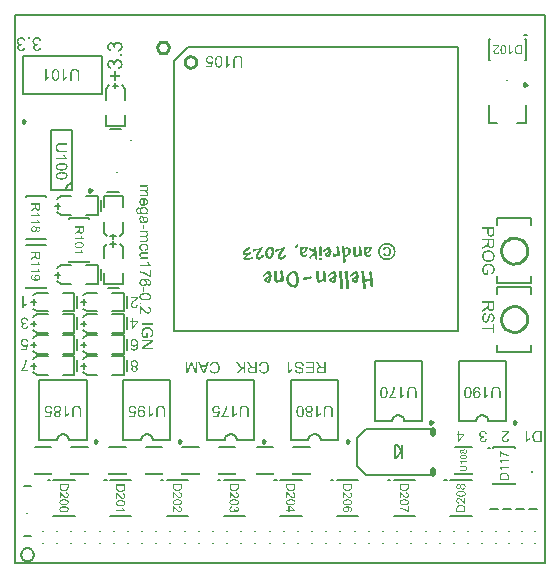
<source format=gto>
G04*
G04 #@! TF.GenerationSoftware,Altium Limited,Altium Designer,23.8.1 (32)*
G04*
G04 Layer_Color=65535*
%FSLAX25Y25*%
%MOIN*%
G70*
G04*
G04 #@! TF.SameCoordinates,C9C1B49D-FC50-48E7-82B8-0A043EE9E5D5*
G04*
G04*
G04 #@! TF.FilePolarity,Positive*
G04*
G01*
G75*
%ADD10C,0.00394*%
%ADD11C,0.01000*%
%ADD12C,0.00591*%
%ADD13C,0.00984*%
%ADD14C,0.00787*%
%ADD15C,0.00669*%
%ADD16C,0.01968*%
G36*
X176181Y40648D02*
X174750D01*
X174708Y40653D01*
X174659D01*
X174609Y40657D01*
X174496Y40661D01*
X174384Y40674D01*
X174272Y40686D01*
X174222Y40698D01*
X174176Y40707D01*
X174172D01*
X174159Y40711D01*
X174143Y40715D01*
X174122Y40723D01*
X174093Y40732D01*
X174060Y40740D01*
X173980Y40769D01*
X173893Y40807D01*
X173802Y40852D01*
X173706Y40911D01*
X173615Y40981D01*
X173610Y40985D01*
X173602Y40994D01*
X173585Y41006D01*
X173565Y41027D01*
X173540Y41052D01*
X173511Y41085D01*
X173477Y41119D01*
X173444Y41160D01*
X173407Y41206D01*
X173369Y41256D01*
X173332Y41310D01*
X173294Y41368D01*
X173223Y41497D01*
X173161Y41639D01*
Y41643D01*
X173153Y41655D01*
X173149Y41680D01*
X173136Y41709D01*
X173124Y41747D01*
X173111Y41793D01*
X173099Y41842D01*
X173082Y41901D01*
X173070Y41967D01*
X173057Y42038D01*
X173045Y42113D01*
X173032Y42192D01*
X173020Y42275D01*
X173015Y42362D01*
X173007Y42550D01*
Y42554D01*
Y42570D01*
Y42591D01*
Y42625D01*
X173011Y42662D01*
Y42708D01*
X173015Y42758D01*
X173020Y42812D01*
X173032Y42932D01*
X173053Y43061D01*
X173078Y43194D01*
X173111Y43328D01*
Y43332D01*
X173115Y43344D01*
X173124Y43361D01*
X173128Y43382D01*
X173140Y43411D01*
X173153Y43444D01*
X173182Y43523D01*
X173219Y43610D01*
X173265Y43706D01*
X173315Y43798D01*
X173373Y43885D01*
Y43889D01*
X173381Y43893D01*
X173390Y43906D01*
X173402Y43922D01*
X173431Y43960D01*
X173477Y44010D01*
X173527Y44068D01*
X173585Y44126D01*
X173652Y44180D01*
X173723Y44234D01*
X173727D01*
X173731Y44239D01*
X173756Y44255D01*
X173798Y44276D01*
X173852Y44305D01*
X173918Y44334D01*
X173997Y44368D01*
X174089Y44397D01*
X174184Y44426D01*
X174188D01*
X174197Y44430D01*
X174209D01*
X174230Y44434D01*
X174255Y44438D01*
X174288Y44447D01*
X174322Y44451D01*
X174359Y44455D01*
X174451Y44467D01*
X174555Y44480D01*
X174671Y44484D01*
X174796Y44488D01*
X176181D01*
Y40648D01*
D02*
G37*
G36*
X160365Y85754D02*
X160361Y85706D01*
Y85658D01*
X160357Y85601D01*
X160352Y85536D01*
X160339Y85404D01*
X160317Y85269D01*
X160291Y85138D01*
X160274Y85081D01*
X160256Y85024D01*
Y85020D01*
X160252Y85011D01*
X160243Y84998D01*
X160234Y84976D01*
X160208Y84924D01*
X160169Y84863D01*
X160116Y84788D01*
X160046Y84714D01*
X159968Y84640D01*
X159871Y84574D01*
X159867D01*
X159858Y84565D01*
X159845Y84557D01*
X159824Y84548D01*
X159797Y84535D01*
X159767Y84522D01*
X159732Y84504D01*
X159692Y84487D01*
X159601Y84456D01*
X159500Y84430D01*
X159387Y84412D01*
X159264Y84404D01*
X159260D01*
X159247D01*
X159220D01*
X159194Y84408D01*
X159155Y84412D01*
X159111Y84417D01*
X159063Y84426D01*
X159011Y84439D01*
X158897Y84474D01*
X158836Y84496D01*
X158775Y84522D01*
X158713Y84552D01*
X158652Y84592D01*
X158596Y84635D01*
X158539Y84683D01*
X158534Y84688D01*
X158526Y84697D01*
X158512Y84714D01*
X158491Y84736D01*
X158469Y84766D01*
X158442Y84801D01*
X158412Y84845D01*
X158381Y84898D01*
X158351Y84954D01*
X158320Y85015D01*
X158290Y85085D01*
X158259Y85164D01*
X158233Y85247D01*
X158207Y85339D01*
X158185Y85439D01*
X158167Y85544D01*
Y85540D01*
X158163Y85536D01*
X158150Y85509D01*
X158128Y85470D01*
X158102Y85422D01*
X158071Y85369D01*
X158040Y85317D01*
X158001Y85265D01*
X157966Y85221D01*
X157962Y85216D01*
X157957Y85212D01*
X157944Y85199D01*
X157927Y85182D01*
X157905Y85160D01*
X157879Y85133D01*
X157818Y85077D01*
X157739Y85011D01*
X157647Y84937D01*
X157542Y84858D01*
X157429Y84780D01*
X156332Y84080D01*
Y84749D01*
X157171Y85282D01*
X157175Y85286D01*
X157188Y85291D01*
X157206Y85304D01*
X157232Y85321D01*
X157263Y85339D01*
X157298Y85365D01*
X157376Y85418D01*
X157468Y85479D01*
X157560Y85540D01*
X157647Y85606D01*
X157726Y85667D01*
X157730D01*
X157735Y85675D01*
X157756Y85693D01*
X157791Y85719D01*
X157831Y85758D01*
X157874Y85798D01*
X157918Y85846D01*
X157962Y85894D01*
X157992Y85938D01*
X157997Y85942D01*
X158005Y85959D01*
X158019Y85981D01*
X158036Y86012D01*
X158054Y86051D01*
X158071Y86090D01*
X158089Y86134D01*
X158102Y86182D01*
Y86187D01*
X158106Y86200D01*
X158110Y86222D01*
X158115Y86252D01*
Y86296D01*
X158119Y86348D01*
X158124Y86410D01*
Y87096D01*
X156332D01*
Y87629D01*
X160365D01*
Y85754D01*
D02*
G37*
G36*
X157673Y83241D02*
X157669D01*
X157660D01*
X157643Y83237D01*
X157621Y83233D01*
X157595Y83228D01*
X157569Y83224D01*
X157494Y83206D01*
X157416Y83184D01*
X157333Y83158D01*
X157249Y83123D01*
X157171Y83080D01*
X157162Y83075D01*
X157140Y83053D01*
X157105Y83023D01*
X157062Y82979D01*
X157009Y82922D01*
X156961Y82852D01*
X156909Y82769D01*
X156861Y82673D01*
Y82669D01*
X156856Y82660D01*
X156852Y82647D01*
X156843Y82625D01*
X156834Y82599D01*
X156821Y82568D01*
X156813Y82533D01*
X156804Y82494D01*
X156782Y82402D01*
X156760Y82293D01*
X156747Y82179D01*
X156743Y82053D01*
Y82000D01*
X156747Y81974D01*
Y81943D01*
X156756Y81874D01*
X156764Y81791D01*
X156778Y81699D01*
X156799Y81607D01*
X156830Y81520D01*
Y81515D01*
X156834Y81511D01*
X156839Y81498D01*
X156848Y81480D01*
X156869Y81441D01*
X156896Y81388D01*
X156930Y81332D01*
X156974Y81270D01*
X157022Y81218D01*
X157079Y81170D01*
X157088Y81165D01*
X157105Y81152D01*
X157140Y81131D01*
X157184Y81109D01*
X157236Y81091D01*
X157293Y81069D01*
X157359Y81056D01*
X157424Y81052D01*
X157429D01*
X157433D01*
X157455D01*
X157494Y81056D01*
X157538Y81065D01*
X157590Y81078D01*
X157647Y81100D01*
X157704Y81126D01*
X157756Y81165D01*
X157761Y81170D01*
X157778Y81187D01*
X157805Y81214D01*
X157840Y81253D01*
X157874Y81301D01*
X157914Y81367D01*
X157953Y81441D01*
X157992Y81528D01*
X157997Y81537D01*
X158001Y81546D01*
X158005Y81563D01*
X158010Y81581D01*
X158019Y81607D01*
X158032Y81642D01*
X158040Y81677D01*
X158054Y81725D01*
X158071Y81773D01*
X158084Y81834D01*
X158102Y81900D01*
X158124Y81974D01*
X158141Y82053D01*
X158167Y82144D01*
X158189Y82245D01*
Y82249D01*
X158194Y82267D01*
X158202Y82297D01*
X158211Y82332D01*
X158224Y82380D01*
X158237Y82433D01*
X158255Y82485D01*
X158272Y82547D01*
X158311Y82678D01*
X158355Y82804D01*
X158377Y82866D01*
X158399Y82922D01*
X158421Y82975D01*
X158442Y83018D01*
Y83023D01*
X158451Y83031D01*
X158460Y83045D01*
X158469Y83066D01*
X158499Y83119D01*
X158543Y83180D01*
X158600Y83254D01*
X158661Y83324D01*
X158735Y83394D01*
X158814Y83451D01*
X158818D01*
X158823Y83455D01*
X158836Y83464D01*
X158853Y83473D01*
X158901Y83495D01*
X158963Y83521D01*
X159037Y83547D01*
X159124Y83569D01*
X159220Y83587D01*
X159321Y83591D01*
X159325D01*
X159334D01*
X159352D01*
X159373Y83587D01*
X159400D01*
X159430Y83582D01*
X159509Y83569D01*
X159596Y83547D01*
X159688Y83521D01*
X159789Y83477D01*
X159889Y83420D01*
X159893D01*
X159902Y83412D01*
X159915Y83403D01*
X159933Y83390D01*
X159981Y83346D01*
X160042Y83289D01*
X160108Y83219D01*
X160173Y83132D01*
X160239Y83031D01*
X160295Y82914D01*
Y82909D01*
X160300Y82900D01*
X160309Y82879D01*
X160317Y82857D01*
X160326Y82826D01*
X160339Y82787D01*
X160352Y82743D01*
X160365Y82695D01*
X160378Y82643D01*
X160392Y82586D01*
X160413Y82463D01*
X160431Y82324D01*
X160435Y82175D01*
Y82101D01*
X160431Y82061D01*
X160426Y82013D01*
X160422Y81965D01*
X160418Y81909D01*
X160400Y81786D01*
X160374Y81651D01*
X160335Y81515D01*
X160287Y81384D01*
Y81380D01*
X160278Y81371D01*
X160274Y81349D01*
X160260Y81327D01*
X160243Y81301D01*
X160225Y81266D01*
X160182Y81192D01*
X160121Y81104D01*
X160046Y81017D01*
X159963Y80934D01*
X159863Y80860D01*
X159858Y80855D01*
X159850Y80851D01*
X159837Y80842D01*
X159815Y80829D01*
X159789Y80816D01*
X159758Y80799D01*
X159719Y80785D01*
X159679Y80764D01*
X159588Y80729D01*
X159478Y80698D01*
X159360Y80672D01*
X159229Y80659D01*
X159190Y81170D01*
X159194D01*
X159207Y81174D01*
X159225D01*
X159251Y81179D01*
X159286Y81187D01*
X159321Y81196D01*
X159404Y81222D01*
X159496Y81257D01*
X159592Y81310D01*
X159684Y81371D01*
X159723Y81410D01*
X159762Y81454D01*
X159767Y81458D01*
X159771Y81463D01*
X159780Y81480D01*
X159793Y81498D01*
X159806Y81524D01*
X159824Y81555D01*
X159841Y81589D01*
X159863Y81629D01*
X159880Y81677D01*
X159898Y81729D01*
X159915Y81786D01*
X159928Y81847D01*
X159941Y81917D01*
X159950Y81991D01*
X159959Y82070D01*
Y82197D01*
X159955Y82232D01*
Y82271D01*
X159950Y82315D01*
X159946Y82367D01*
X159937Y82420D01*
X159915Y82538D01*
X159885Y82651D01*
X159841Y82761D01*
X159810Y82813D01*
X159780Y82857D01*
Y82861D01*
X159771Y82866D01*
X159749Y82892D01*
X159710Y82927D01*
X159657Y82966D01*
X159596Y83005D01*
X159522Y83040D01*
X159443Y83066D01*
X159400Y83071D01*
X159352Y83075D01*
X159347D01*
X159343D01*
X159317Y83071D01*
X159277Y83066D01*
X159229Y83058D01*
X159172Y83036D01*
X159111Y83010D01*
X159054Y82975D01*
X158997Y82922D01*
X158993Y82914D01*
X158984Y82905D01*
X158971Y82887D01*
X158958Y82866D01*
X158945Y82839D01*
X158928Y82804D01*
X158906Y82765D01*
X158884Y82717D01*
X158862Y82660D01*
X158840Y82595D01*
X158814Y82520D01*
X158788Y82433D01*
X158762Y82341D01*
X158731Y82236D01*
X158705Y82118D01*
Y82109D01*
X158700Y82088D01*
X158692Y82057D01*
X158678Y82013D01*
X158670Y81961D01*
X158652Y81900D01*
X158639Y81834D01*
X158617Y81764D01*
X158578Y81616D01*
X158539Y81467D01*
X158517Y81397D01*
X158495Y81336D01*
X158473Y81275D01*
X158451Y81227D01*
Y81222D01*
X158442Y81209D01*
X158434Y81192D01*
X158421Y81170D01*
X158408Y81139D01*
X158386Y81104D01*
X158338Y81030D01*
X158281Y80943D01*
X158211Y80860D01*
X158128Y80777D01*
X158084Y80742D01*
X158040Y80707D01*
X158036D01*
X158027Y80698D01*
X158014Y80689D01*
X157997Y80681D01*
X157975Y80667D01*
X157944Y80654D01*
X157874Y80619D01*
X157791Y80589D01*
X157695Y80563D01*
X157586Y80545D01*
X157468Y80536D01*
X157464D01*
X157455D01*
X157437D01*
X157416Y80541D01*
X157385D01*
X157354Y80545D01*
X157271Y80558D01*
X157180Y80580D01*
X157079Y80615D01*
X156974Y80663D01*
X156917Y80689D01*
X156865Y80724D01*
X156861D01*
X156852Y80733D01*
X156839Y80742D01*
X156817Y80759D01*
X156769Y80799D01*
X156703Y80860D01*
X156633Y80934D01*
X156559Y81026D01*
X156489Y81131D01*
X156424Y81253D01*
Y81257D01*
X156415Y81270D01*
X156411Y81288D01*
X156397Y81314D01*
X156389Y81345D01*
X156376Y81384D01*
X156358Y81428D01*
X156345Y81480D01*
X156332Y81533D01*
X156314Y81594D01*
X156292Y81725D01*
X156275Y81869D01*
X156266Y82026D01*
Y82079D01*
X156271Y82118D01*
Y82166D01*
X156275Y82219D01*
X156279Y82280D01*
X156288Y82350D01*
X156306Y82494D01*
X156332Y82647D01*
X156371Y82800D01*
X156424Y82948D01*
Y82953D01*
X156432Y82966D01*
X156441Y82983D01*
X156454Y83010D01*
X156472Y83040D01*
X156489Y83075D01*
X156542Y83158D01*
X156607Y83250D01*
X156690Y83346D01*
X156786Y83442D01*
X156900Y83525D01*
X156904Y83530D01*
X156913Y83534D01*
X156930Y83543D01*
X156957Y83556D01*
X156987Y83573D01*
X157022Y83591D01*
X157066Y83613D01*
X157114Y83630D01*
X157162Y83652D01*
X157219Y83670D01*
X157346Y83705D01*
X157481Y83731D01*
X157555Y83740D01*
X157630Y83744D01*
X157673Y83241D01*
D02*
G37*
G36*
X160365Y76922D02*
X159889D01*
Y78251D01*
X156332D01*
Y78784D01*
X159889D01*
Y80112D01*
X160365D01*
Y76922D01*
D02*
G37*
G36*
X160365Y110634D02*
X160361Y110546D01*
X160357Y110446D01*
X160348Y110345D01*
X160339Y110249D01*
X160335Y110201D01*
X160326Y110161D01*
Y110157D01*
X160322Y110148D01*
Y110131D01*
X160317Y110113D01*
X160309Y110087D01*
X160304Y110057D01*
X160282Y109987D01*
X160256Y109908D01*
X160221Y109825D01*
X160182Y109742D01*
X160134Y109663D01*
Y109659D01*
X160129Y109655D01*
X160108Y109628D01*
X160077Y109593D01*
X160033Y109545D01*
X159981Y109497D01*
X159911Y109441D01*
X159837Y109388D01*
X159745Y109340D01*
X159740D01*
X159732Y109336D01*
X159719Y109327D01*
X159701Y109318D01*
X159679Y109309D01*
X159649Y109301D01*
X159583Y109274D01*
X159500Y109253D01*
X159408Y109231D01*
X159303Y109218D01*
X159194Y109213D01*
X159190D01*
X159172D01*
X159146D01*
X159107Y109218D01*
X159063Y109222D01*
X159015Y109231D01*
X158958Y109239D01*
X158893Y109253D01*
X158827Y109270D01*
X158757Y109292D01*
X158687Y109318D01*
X158613Y109353D01*
X158539Y109388D01*
X158464Y109432D01*
X158395Y109484D01*
X158325Y109541D01*
X158320Y109545D01*
X158311Y109558D01*
X158294Y109576D01*
X158268Y109607D01*
X158241Y109642D01*
X158211Y109690D01*
X158180Y109746D01*
X158150Y109812D01*
X158115Y109891D01*
X158084Y109974D01*
X158054Y110074D01*
X158027Y110179D01*
X158005Y110301D01*
X157988Y110433D01*
X157975Y110572D01*
X157971Y110730D01*
Y111761D01*
X156332D01*
Y112294D01*
X160365D01*
Y110634D01*
D02*
G37*
G36*
Y106652D02*
X160361Y106604D01*
Y106556D01*
X160357Y106500D01*
X160352Y106434D01*
X160339Y106303D01*
X160317Y106167D01*
X160291Y106036D01*
X160274Y105979D01*
X160256Y105923D01*
Y105918D01*
X160252Y105910D01*
X160243Y105896D01*
X160234Y105875D01*
X160208Y105822D01*
X160169Y105761D01*
X160116Y105687D01*
X160046Y105612D01*
X159968Y105538D01*
X159871Y105473D01*
X159867D01*
X159858Y105464D01*
X159845Y105455D01*
X159824Y105446D01*
X159797Y105433D01*
X159767Y105420D01*
X159732Y105403D01*
X159692Y105385D01*
X159601Y105354D01*
X159500Y105328D01*
X159386Y105311D01*
X159264Y105302D01*
X159260D01*
X159247D01*
X159220D01*
X159194Y105306D01*
X159155Y105311D01*
X159111Y105315D01*
X159063Y105324D01*
X159011Y105337D01*
X158897Y105372D01*
X158836Y105394D01*
X158775Y105420D01*
X158713Y105451D01*
X158652Y105490D01*
X158596Y105534D01*
X158539Y105582D01*
X158534Y105586D01*
X158526Y105595D01*
X158512Y105612D01*
X158491Y105634D01*
X158469Y105665D01*
X158442Y105700D01*
X158412Y105744D01*
X158381Y105796D01*
X158351Y105853D01*
X158320Y105914D01*
X158290Y105984D01*
X158259Y106062D01*
X158233Y106146D01*
X158206Y106237D01*
X158185Y106338D01*
X158167Y106443D01*
Y106438D01*
X158163Y106434D01*
X158150Y106408D01*
X158128Y106368D01*
X158102Y106320D01*
X158071Y106268D01*
X158040Y106215D01*
X158001Y106163D01*
X157966Y106119D01*
X157962Y106115D01*
X157957Y106111D01*
X157944Y106097D01*
X157927Y106080D01*
X157905Y106058D01*
X157879Y106032D01*
X157818Y105975D01*
X157739Y105910D01*
X157647Y105835D01*
X157542Y105757D01*
X157429Y105678D01*
X156332Y104979D01*
Y105647D01*
X157171Y106180D01*
X157175Y106185D01*
X157188Y106189D01*
X157206Y106202D01*
X157232Y106220D01*
X157263Y106237D01*
X157298Y106263D01*
X157376Y106316D01*
X157468Y106377D01*
X157560Y106438D01*
X157647Y106504D01*
X157726Y106565D01*
X157730D01*
X157735Y106574D01*
X157756Y106591D01*
X157791Y106617D01*
X157831Y106657D01*
X157874Y106696D01*
X157918Y106744D01*
X157962Y106792D01*
X157992Y106836D01*
X157997Y106840D01*
X158005Y106858D01*
X158019Y106880D01*
X158036Y106910D01*
X158054Y106950D01*
X158071Y106989D01*
X158089Y107033D01*
X158102Y107081D01*
Y107085D01*
X158106Y107098D01*
X158110Y107120D01*
X158115Y107151D01*
Y107194D01*
X158119Y107247D01*
X158124Y107308D01*
Y107994D01*
X156332D01*
Y108527D01*
X160365D01*
Y106652D01*
D02*
G37*
G36*
X158364Y104625D02*
X158390D01*
X158460Y104620D01*
X158543Y104612D01*
X158644Y104598D01*
X158748Y104585D01*
X158866Y104564D01*
X158993Y104533D01*
X159120Y104498D01*
X159251Y104454D01*
X159382Y104402D01*
X159513Y104341D01*
X159635Y104271D01*
X159758Y104188D01*
X159867Y104092D01*
X159871Y104087D01*
X159893Y104065D01*
X159920Y104035D01*
X159955Y103996D01*
X159998Y103939D01*
X160046Y103877D01*
X160099Y103803D01*
X160151Y103716D01*
X160204Y103620D01*
X160256Y103515D01*
X160304Y103401D01*
X160348Y103274D01*
X160383Y103143D01*
X160409Y103004D01*
X160431Y102855D01*
X160435Y102698D01*
Y102645D01*
X160431Y102606D01*
X160426Y102553D01*
X160422Y102497D01*
X160413Y102435D01*
X160400Y102365D01*
X160387Y102287D01*
X160370Y102208D01*
X160348Y102125D01*
X160322Y102038D01*
X160291Y101950D01*
X160256Y101863D01*
X160217Y101780D01*
X160169Y101692D01*
X160164Y101688D01*
X160156Y101671D01*
X160143Y101649D01*
X160121Y101618D01*
X160094Y101579D01*
X160059Y101540D01*
X160020Y101491D01*
X159976Y101439D01*
X159924Y101382D01*
X159867Y101325D01*
X159806Y101269D01*
X159740Y101212D01*
X159670Y101159D01*
X159592Y101102D01*
X159509Y101054D01*
X159421Y101006D01*
X159417Y101002D01*
X159400Y100998D01*
X159373Y100985D01*
X159338Y100971D01*
X159295Y100950D01*
X159238Y100932D01*
X159177Y100910D01*
X159107Y100888D01*
X159032Y100866D01*
X158949Y100845D01*
X158858Y100823D01*
X158766Y100805D01*
X158665Y100792D01*
X158561Y100779D01*
X158456Y100775D01*
X158342Y100770D01*
X158333D01*
X158316D01*
X158281D01*
X158237Y100775D01*
X158185Y100779D01*
X158124Y100784D01*
X158054Y100792D01*
X157975Y100801D01*
X157892Y100814D01*
X157805Y100832D01*
X157713Y100849D01*
X157621Y100875D01*
X157525Y100906D01*
X157433Y100936D01*
X157337Y100976D01*
X157245Y101020D01*
X157241Y101024D01*
X157223Y101033D01*
X157197Y101046D01*
X157167Y101063D01*
X157127Y101089D01*
X157079Y101120D01*
X157027Y101159D01*
X156970Y101199D01*
X156913Y101247D01*
X156852Y101299D01*
X156791Y101360D01*
X156729Y101421D01*
X156673Y101487D01*
X156616Y101561D01*
X156559Y101640D01*
X156511Y101723D01*
X156507Y101727D01*
X156502Y101745D01*
X156489Y101767D01*
X156472Y101802D01*
X156454Y101845D01*
X156432Y101893D01*
X156411Y101950D01*
X156389Y102016D01*
X156367Y102086D01*
X156345Y102160D01*
X156323Y102243D01*
X156306Y102326D01*
X156275Y102510D01*
X156271Y102606D01*
X156266Y102702D01*
Y102759D01*
X156271Y102798D01*
X156275Y102846D01*
X156279Y102907D01*
X156288Y102969D01*
X156301Y103043D01*
X156314Y103117D01*
X156332Y103200D01*
X156354Y103283D01*
X156380Y103370D01*
X156411Y103458D01*
X156450Y103545D01*
X156489Y103633D01*
X156537Y103720D01*
X156542Y103725D01*
X156550Y103738D01*
X156568Y103764D01*
X156590Y103794D01*
X156616Y103829D01*
X156651Y103873D01*
X156690Y103921D01*
X156734Y103974D01*
X156786Y104030D01*
X156843Y104083D01*
X156904Y104140D01*
X156970Y104197D01*
X157044Y104253D01*
X157118Y104306D01*
X157201Y104354D01*
X157289Y104402D01*
X157293Y104406D01*
X157311Y104411D01*
X157337Y104424D01*
X157372Y104437D01*
X157416Y104454D01*
X157468Y104472D01*
X157525Y104494D01*
X157595Y104516D01*
X157665Y104537D01*
X157743Y104559D01*
X157826Y104577D01*
X157914Y104594D01*
X158097Y104620D01*
X158198Y104625D01*
X158294Y104629D01*
X158298D01*
X158307D01*
X158320D01*
X158338D01*
X158364Y104625D01*
D02*
G37*
G36*
X158429Y100211D02*
X158482Y100207D01*
X158543Y100202D01*
X158613Y100194D01*
X158687Y100185D01*
X158770Y100172D01*
X158858Y100154D01*
X159041Y100110D01*
X159137Y100084D01*
X159233Y100049D01*
X159330Y100014D01*
X159426Y99971D01*
X159430Y99966D01*
X159448Y99958D01*
X159474Y99945D01*
X159509Y99927D01*
X159553Y99901D01*
X159601Y99870D01*
X159653Y99831D01*
X159714Y99792D01*
X159775Y99743D01*
X159837Y99691D01*
X159898Y99634D01*
X159963Y99569D01*
X160024Y99503D01*
X160081Y99429D01*
X160138Y99350D01*
X160186Y99267D01*
X160190Y99263D01*
X160195Y99245D01*
X160208Y99219D01*
X160225Y99184D01*
X160243Y99140D01*
X160265Y99088D01*
X160287Y99027D01*
X160313Y98961D01*
X160335Y98887D01*
X160357Y98804D01*
X160378Y98716D01*
X160396Y98620D01*
X160413Y98524D01*
X160426Y98419D01*
X160431Y98310D01*
X160435Y98201D01*
Y98127D01*
X160431Y98087D01*
X160426Y98044D01*
X160422Y97995D01*
X160418Y97939D01*
X160400Y97816D01*
X160374Y97681D01*
X160339Y97545D01*
X160291Y97410D01*
Y97405D01*
X160287Y97392D01*
X160278Y97375D01*
X160265Y97353D01*
X160252Y97322D01*
X160234Y97287D01*
X160190Y97209D01*
X160134Y97117D01*
X160068Y97025D01*
X159990Y96938D01*
X159898Y96855D01*
X159893Y96851D01*
X159885Y96846D01*
X159871Y96837D01*
X159854Y96820D01*
X159828Y96807D01*
X159797Y96785D01*
X159762Y96763D01*
X159719Y96741D01*
X159675Y96715D01*
X159627Y96693D01*
X159570Y96667D01*
X159513Y96641D01*
X159382Y96593D01*
X159238Y96549D01*
X159107Y97034D01*
X159111D01*
X159120Y97038D01*
X159137Y97043D01*
X159159Y97052D01*
X159181Y97060D01*
X159212Y97069D01*
X159282Y97095D01*
X159360Y97130D01*
X159439Y97170D01*
X159518Y97213D01*
X159588Y97261D01*
X159596Y97266D01*
X159618Y97287D01*
X159649Y97318D01*
X159692Y97357D01*
X159736Y97414D01*
X159784Y97480D01*
X159828Y97558D01*
X159871Y97646D01*
Y97650D01*
X159876Y97659D01*
X159880Y97672D01*
X159889Y97689D01*
X159898Y97711D01*
X159906Y97742D01*
X159928Y97808D01*
X159946Y97891D01*
X159963Y97982D01*
X159976Y98087D01*
X159981Y98197D01*
Y98258D01*
X159976Y98288D01*
Y98328D01*
X159972Y98367D01*
X159968Y98415D01*
X159955Y98511D01*
X159933Y98620D01*
X159906Y98725D01*
X159867Y98830D01*
Y98835D01*
X159863Y98843D01*
X159854Y98856D01*
X159845Y98874D01*
X159824Y98922D01*
X159789Y98983D01*
X159745Y99053D01*
X159692Y99123D01*
X159635Y99197D01*
X159570Y99263D01*
X159561Y99272D01*
X159539Y99289D01*
X159500Y99320D01*
X159452Y99354D01*
X159395Y99394D01*
X159325Y99437D01*
X159251Y99477D01*
X159172Y99512D01*
X159168D01*
X159155Y99516D01*
X159137Y99525D01*
X159107Y99534D01*
X159072Y99547D01*
X159032Y99560D01*
X158984Y99573D01*
X158932Y99586D01*
X158875Y99604D01*
X158810Y99617D01*
X158674Y99639D01*
X158521Y99656D01*
X158360Y99665D01*
X158355D01*
X158338D01*
X158307D01*
X158272Y99660D01*
X158224D01*
X158172Y99656D01*
X158110Y99647D01*
X158045Y99643D01*
X157901Y99621D01*
X157752Y99586D01*
X157599Y99542D01*
X157455Y99481D01*
X157450Y99477D01*
X157437Y99472D01*
X157420Y99464D01*
X157394Y99446D01*
X157368Y99429D01*
X157333Y99403D01*
X157254Y99346D01*
X157167Y99267D01*
X157075Y99175D01*
X156992Y99071D01*
X156952Y99009D01*
X156917Y98944D01*
Y98939D01*
X156909Y98926D01*
X156900Y98909D01*
X156891Y98883D01*
X156878Y98848D01*
X156861Y98808D01*
X156848Y98765D01*
X156830Y98716D01*
X156813Y98664D01*
X156799Y98603D01*
X156769Y98476D01*
X156751Y98336D01*
X156743Y98188D01*
Y98153D01*
X156747Y98127D01*
Y98096D01*
X156751Y98061D01*
X156756Y98022D01*
X156760Y97974D01*
X156773Y97873D01*
X156799Y97759D01*
X156830Y97637D01*
X156874Y97515D01*
Y97510D01*
X156878Y97502D01*
X156887Y97484D01*
X156896Y97458D01*
X156909Y97432D01*
X156926Y97401D01*
X156961Y97327D01*
X157005Y97244D01*
X157053Y97161D01*
X157101Y97082D01*
X157158Y97012D01*
X157914D01*
Y98197D01*
X158390D01*
Y96488D01*
X156891D01*
X156887Y96492D01*
X156878Y96505D01*
X156861Y96527D01*
X156839Y96558D01*
X156813Y96593D01*
X156786Y96636D01*
X156751Y96684D01*
X156716Y96737D01*
X156681Y96794D01*
X156642Y96859D01*
X156563Y96995D01*
X156489Y97143D01*
X156424Y97301D01*
Y97305D01*
X156415Y97318D01*
X156411Y97340D01*
X156397Y97375D01*
X156389Y97410D01*
X156376Y97458D01*
X156358Y97506D01*
X156345Y97563D01*
X156332Y97628D01*
X156314Y97694D01*
X156292Y97838D01*
X156275Y97995D01*
X156266Y98157D01*
Y98214D01*
X156271Y98258D01*
X156275Y98310D01*
X156279Y98371D01*
X156288Y98441D01*
X156297Y98515D01*
X156310Y98594D01*
X156327Y98681D01*
X156349Y98769D01*
X156376Y98865D01*
X156402Y98957D01*
X156437Y99049D01*
X156476Y99145D01*
X156520Y99237D01*
X156524Y99241D01*
X156533Y99258D01*
X156546Y99285D01*
X156568Y99315D01*
X156594Y99354D01*
X156625Y99403D01*
X156664Y99455D01*
X156708Y99512D01*
X156756Y99569D01*
X156813Y99630D01*
X156869Y99691D01*
X156935Y99752D01*
X157009Y99809D01*
X157083Y99866D01*
X157167Y99923D01*
X157254Y99971D01*
X157258Y99975D01*
X157276Y99979D01*
X157302Y99993D01*
X157337Y100010D01*
X157385Y100028D01*
X157437Y100049D01*
X157499Y100071D01*
X157569Y100093D01*
X157643Y100115D01*
X157726Y100137D01*
X157818Y100159D01*
X157909Y100176D01*
X158010Y100194D01*
X158110Y100207D01*
X158220Y100211D01*
X158329Y100215D01*
X158338D01*
X158355D01*
X158386D01*
X158429Y100211D01*
D02*
G37*
G36*
X5513Y174976D02*
X4878D01*
Y175610D01*
X5513D01*
Y174976D01*
D02*
G37*
G36*
X7968Y175684D02*
X8007D01*
X8061Y175679D01*
X8120Y175669D01*
X8184Y175660D01*
X8258Y175645D01*
X8337Y175625D01*
X8416Y175600D01*
X8499Y175576D01*
X8583Y175541D01*
X8666Y175497D01*
X8745Y175453D01*
X8829Y175399D01*
X8903Y175335D01*
X8908Y175330D01*
X8917Y175320D01*
X8937Y175300D01*
X8967Y175271D01*
X8996Y175236D01*
X9031Y175192D01*
X9065Y175143D01*
X9104Y175084D01*
X9144Y175025D01*
X9183Y174951D01*
X9223Y174877D01*
X9257Y174794D01*
X9286Y174705D01*
X9316Y174611D01*
X9336Y174513D01*
X9350Y174410D01*
X8794Y174336D01*
Y174341D01*
X8789Y174356D01*
X8785Y174380D01*
X8775Y174415D01*
X8765Y174454D01*
X8755Y174498D01*
X8721Y174602D01*
X8676Y174715D01*
X8622Y174828D01*
X8553Y174931D01*
X8514Y174976D01*
X8475Y175020D01*
X8470D01*
X8465Y175030D01*
X8450Y175040D01*
X8435Y175054D01*
X8386Y175084D01*
X8317Y175123D01*
X8234Y175163D01*
X8140Y175192D01*
X8027Y175217D01*
X7909Y175226D01*
X7869D01*
X7840Y175222D01*
X7810Y175217D01*
X7766Y175212D01*
X7678Y175192D01*
X7569Y175163D01*
X7456Y175113D01*
X7402Y175079D01*
X7348Y175045D01*
X7294Y175005D01*
X7240Y174956D01*
X7235Y174951D01*
X7230Y174941D01*
X7215Y174926D01*
X7195Y174907D01*
X7176Y174882D01*
X7156Y174848D01*
X7131Y174813D01*
X7102Y174769D01*
X7053Y174671D01*
X7013Y174557D01*
X6979Y174425D01*
X6974Y174356D01*
X6969Y174282D01*
Y174277D01*
Y174267D01*
Y174242D01*
X6974Y174218D01*
X6979Y174183D01*
X6984Y174149D01*
X6999Y174060D01*
X7033Y173957D01*
X7077Y173854D01*
X7107Y173800D01*
X7141Y173750D01*
X7181Y173701D01*
X7225Y173652D01*
X7230Y173647D01*
X7235Y173642D01*
X7250Y173627D01*
X7269Y173613D01*
X7294Y173593D01*
X7323Y173573D01*
X7397Y173524D01*
X7491Y173480D01*
X7599Y173441D01*
X7722Y173411D01*
X7791Y173406D01*
X7860Y173401D01*
X7889D01*
X7924Y173406D01*
X7968D01*
X8027Y173416D01*
X8091Y173426D01*
X8170Y173441D01*
X8253Y173460D01*
X8194Y172973D01*
X8184D01*
X8160Y172978D01*
X8130Y172983D01*
X8066D01*
X8042Y172978D01*
X8007D01*
X7973Y172973D01*
X7889Y172958D01*
X7791Y172939D01*
X7683Y172904D01*
X7569Y172860D01*
X7461Y172796D01*
X7456D01*
X7446Y172786D01*
X7436Y172776D01*
X7417Y172762D01*
X7368Y172717D01*
X7314Y172653D01*
X7264Y172575D01*
X7215Y172476D01*
X7195Y172422D01*
X7186Y172358D01*
X7176Y172294D01*
X7171Y172225D01*
Y172220D01*
Y172211D01*
Y172196D01*
X7176Y172171D01*
X7181Y172117D01*
X7195Y172043D01*
X7220Y171965D01*
X7259Y171881D01*
X7314Y171792D01*
X7343Y171753D01*
X7382Y171714D01*
X7392Y171704D01*
X7422Y171684D01*
X7466Y171650D01*
X7525Y171610D01*
X7604Y171576D01*
X7697Y171541D01*
X7801Y171522D01*
X7919Y171512D01*
X7948D01*
X7973Y171517D01*
X8002D01*
X8032Y171522D01*
X8111Y171537D01*
X8194Y171561D01*
X8288Y171600D01*
X8376Y171650D01*
X8465Y171719D01*
X8475Y171728D01*
X8499Y171758D01*
X8539Y171802D01*
X8578Y171871D01*
X8627Y171955D01*
X8671Y172063D01*
X8711Y172186D01*
X8740Y172329D01*
X9296Y172230D01*
Y172225D01*
X9291Y172206D01*
X9286Y172176D01*
X9277Y172137D01*
X9262Y172092D01*
X9247Y172038D01*
X9227Y171979D01*
X9203Y171915D01*
X9139Y171773D01*
X9104Y171704D01*
X9060Y171630D01*
X9011Y171561D01*
X8957Y171492D01*
X8898Y171423D01*
X8834Y171364D01*
X8829Y171359D01*
X8819Y171350D01*
X8794Y171335D01*
X8770Y171315D01*
X8731Y171291D01*
X8691Y171266D01*
X8642Y171236D01*
X8583Y171207D01*
X8524Y171182D01*
X8455Y171153D01*
X8381Y171128D01*
X8302Y171104D01*
X8214Y171084D01*
X8125Y171069D01*
X8032Y171059D01*
X7933Y171054D01*
X7869D01*
X7835Y171059D01*
X7801Y171064D01*
X7707Y171074D01*
X7604Y171094D01*
X7486Y171123D01*
X7368Y171163D01*
X7250Y171217D01*
X7245D01*
X7235Y171222D01*
X7220Y171231D01*
X7195Y171246D01*
X7141Y171281D01*
X7072Y171330D01*
X6994Y171394D01*
X6915Y171468D01*
X6836Y171551D01*
X6767Y171650D01*
Y171655D01*
X6763Y171660D01*
X6753Y171679D01*
X6743Y171699D01*
X6728Y171723D01*
X6713Y171753D01*
X6684Y171827D01*
X6654Y171915D01*
X6625Y172014D01*
X6605Y172122D01*
X6600Y172235D01*
Y172240D01*
Y172250D01*
Y172265D01*
Y172284D01*
X6610Y172343D01*
X6620Y172412D01*
X6639Y172496D01*
X6669Y172584D01*
X6708Y172678D01*
X6763Y172771D01*
Y172776D01*
X6767Y172781D01*
X6792Y172811D01*
X6826Y172855D01*
X6881Y172909D01*
X6944Y172973D01*
X7028Y173037D01*
X7122Y173096D01*
X7230Y173155D01*
X7225D01*
X7210Y173160D01*
X7191Y173165D01*
X7161Y173175D01*
X7131Y173185D01*
X7092Y173199D01*
X6999Y173239D01*
X6900Y173293D01*
X6797Y173357D01*
X6694Y173441D01*
X6605Y173544D01*
X6600Y173549D01*
X6595Y173559D01*
X6585Y173573D01*
X6571Y173598D01*
X6551Y173623D01*
X6531Y173657D01*
X6511Y173696D01*
X6492Y173746D01*
X6472Y173795D01*
X6453Y173849D01*
X6413Y173972D01*
X6389Y174115D01*
X6379Y174193D01*
Y174272D01*
Y174277D01*
Y174297D01*
X6384Y174331D01*
Y174370D01*
X6393Y174425D01*
X6403Y174484D01*
X6413Y174548D01*
X6433Y174621D01*
X6457Y174700D01*
X6487Y174779D01*
X6521Y174862D01*
X6566Y174946D01*
X6615Y175035D01*
X6674Y175118D01*
X6738Y175202D01*
X6817Y175281D01*
X6821Y175285D01*
X6836Y175300D01*
X6861Y175320D01*
X6895Y175345D01*
X6935Y175374D01*
X6989Y175408D01*
X7048Y175448D01*
X7117Y175482D01*
X7191Y175522D01*
X7274Y175561D01*
X7363Y175595D01*
X7461Y175625D01*
X7564Y175650D01*
X7673Y175669D01*
X7786Y175684D01*
X7909Y175689D01*
X7933D01*
X7968Y175684D01*
D02*
G37*
G36*
X2679D02*
X2718D01*
X2772Y175679D01*
X2831Y175669D01*
X2895Y175660D01*
X2969Y175645D01*
X3048Y175625D01*
X3127Y175600D01*
X3210Y175576D01*
X3294Y175541D01*
X3378Y175497D01*
X3456Y175453D01*
X3540Y175399D01*
X3614Y175335D01*
X3619Y175330D01*
X3628Y175320D01*
X3648Y175300D01*
X3678Y175271D01*
X3707Y175236D01*
X3742Y175192D01*
X3776Y175143D01*
X3815Y175084D01*
X3855Y175025D01*
X3894Y174951D01*
X3934Y174877D01*
X3968Y174794D01*
X3997Y174705D01*
X4027Y174611D01*
X4047Y174513D01*
X4061Y174410D01*
X3505Y174336D01*
Y174341D01*
X3500Y174356D01*
X3496Y174380D01*
X3486Y174415D01*
X3476Y174454D01*
X3466Y174498D01*
X3432Y174602D01*
X3387Y174715D01*
X3333Y174828D01*
X3264Y174931D01*
X3225Y174976D01*
X3186Y175020D01*
X3181D01*
X3176Y175030D01*
X3161Y175040D01*
X3146Y175054D01*
X3097Y175084D01*
X3028Y175123D01*
X2944Y175163D01*
X2851Y175192D01*
X2738Y175217D01*
X2620Y175226D01*
X2581D01*
X2551Y175222D01*
X2521Y175217D01*
X2477Y175212D01*
X2389Y175192D01*
X2280Y175163D01*
X2167Y175113D01*
X2113Y175079D01*
X2059Y175045D01*
X2005Y175005D01*
X1951Y174956D01*
X1946Y174951D01*
X1941Y174941D01*
X1926Y174926D01*
X1906Y174907D01*
X1887Y174882D01*
X1867Y174848D01*
X1843Y174813D01*
X1813Y174769D01*
X1764Y174671D01*
X1724Y174557D01*
X1690Y174425D01*
X1685Y174356D01*
X1680Y174282D01*
Y174277D01*
Y174267D01*
Y174242D01*
X1685Y174218D01*
X1690Y174183D01*
X1695Y174149D01*
X1710Y174060D01*
X1744Y173957D01*
X1788Y173854D01*
X1818Y173800D01*
X1852Y173750D01*
X1892Y173701D01*
X1936Y173652D01*
X1941Y173647D01*
X1946Y173642D01*
X1960Y173627D01*
X1980Y173613D01*
X2005Y173593D01*
X2034Y173573D01*
X2108Y173524D01*
X2202Y173480D01*
X2310Y173441D01*
X2433Y173411D01*
X2502Y173406D01*
X2571Y173401D01*
X2600D01*
X2635Y173406D01*
X2679D01*
X2738Y173416D01*
X2802Y173426D01*
X2881Y173441D01*
X2964Y173460D01*
X2905Y172973D01*
X2895D01*
X2871Y172978D01*
X2841Y172983D01*
X2777D01*
X2753Y172978D01*
X2718D01*
X2684Y172973D01*
X2600Y172958D01*
X2502Y172939D01*
X2393Y172904D01*
X2280Y172860D01*
X2172Y172796D01*
X2167D01*
X2157Y172786D01*
X2148Y172776D01*
X2128Y172762D01*
X2079Y172717D01*
X2025Y172653D01*
X1975Y172575D01*
X1926Y172476D01*
X1906Y172422D01*
X1897Y172358D01*
X1887Y172294D01*
X1882Y172225D01*
Y172220D01*
Y172211D01*
Y172196D01*
X1887Y172171D01*
X1892Y172117D01*
X1906Y172043D01*
X1931Y171965D01*
X1970Y171881D01*
X2025Y171792D01*
X2054Y171753D01*
X2093Y171714D01*
X2103Y171704D01*
X2133Y171684D01*
X2177Y171650D01*
X2236Y171610D01*
X2315Y171576D01*
X2408Y171541D01*
X2512Y171522D01*
X2630Y171512D01*
X2659D01*
X2684Y171517D01*
X2713D01*
X2743Y171522D01*
X2822Y171537D01*
X2905Y171561D01*
X2999Y171600D01*
X3087Y171650D01*
X3176Y171719D01*
X3186Y171728D01*
X3210Y171758D01*
X3250Y171802D01*
X3289Y171871D01*
X3338Y171955D01*
X3382Y172063D01*
X3422Y172186D01*
X3451Y172329D01*
X4007Y172230D01*
Y172225D01*
X4002Y172206D01*
X3997Y172176D01*
X3988Y172137D01*
X3973Y172092D01*
X3958Y172038D01*
X3938Y171979D01*
X3914Y171915D01*
X3850Y171773D01*
X3815Y171704D01*
X3771Y171630D01*
X3722Y171561D01*
X3668Y171492D01*
X3609Y171423D01*
X3545Y171364D01*
X3540Y171359D01*
X3530Y171350D01*
X3505Y171335D01*
X3481Y171315D01*
X3441Y171291D01*
X3402Y171266D01*
X3353Y171236D01*
X3294Y171207D01*
X3235Y171182D01*
X3166Y171153D01*
X3092Y171128D01*
X3013Y171104D01*
X2925Y171084D01*
X2836Y171069D01*
X2743Y171059D01*
X2644Y171054D01*
X2581D01*
X2546Y171059D01*
X2512Y171064D01*
X2418Y171074D01*
X2315Y171094D01*
X2197Y171123D01*
X2079Y171163D01*
X1960Y171217D01*
X1956D01*
X1946Y171222D01*
X1931Y171231D01*
X1906Y171246D01*
X1852Y171281D01*
X1783Y171330D01*
X1705Y171394D01*
X1626Y171468D01*
X1547Y171551D01*
X1478Y171650D01*
Y171655D01*
X1474Y171660D01*
X1464Y171679D01*
X1454Y171699D01*
X1439Y171723D01*
X1424Y171753D01*
X1395Y171827D01*
X1365Y171915D01*
X1336Y172014D01*
X1316Y172122D01*
X1311Y172235D01*
Y172240D01*
Y172250D01*
Y172265D01*
Y172284D01*
X1321Y172343D01*
X1331Y172412D01*
X1350Y172496D01*
X1380Y172584D01*
X1419Y172678D01*
X1474Y172771D01*
Y172776D01*
X1478Y172781D01*
X1503Y172811D01*
X1537Y172855D01*
X1592Y172909D01*
X1656Y172973D01*
X1739Y173037D01*
X1833Y173096D01*
X1941Y173155D01*
X1936D01*
X1921Y173160D01*
X1901Y173165D01*
X1872Y173175D01*
X1843Y173185D01*
X1803Y173199D01*
X1710Y173239D01*
X1611Y173293D01*
X1508Y173357D01*
X1405Y173441D01*
X1316Y173544D01*
X1311Y173549D01*
X1306Y173559D01*
X1296Y173573D01*
X1282Y173598D01*
X1262Y173623D01*
X1242Y173657D01*
X1223Y173696D01*
X1203Y173746D01*
X1183Y173795D01*
X1163Y173849D01*
X1124Y173972D01*
X1099Y174115D01*
X1090Y174193D01*
Y174272D01*
Y174277D01*
Y174297D01*
X1095Y174331D01*
Y174370D01*
X1104Y174425D01*
X1114Y174484D01*
X1124Y174548D01*
X1144Y174621D01*
X1168Y174700D01*
X1198Y174779D01*
X1232Y174862D01*
X1277Y174946D01*
X1326Y175035D01*
X1385Y175118D01*
X1449Y175202D01*
X1528Y175281D01*
X1532Y175285D01*
X1547Y175300D01*
X1572Y175320D01*
X1606Y175345D01*
X1646Y175374D01*
X1700Y175408D01*
X1759Y175448D01*
X1828Y175482D01*
X1901Y175522D01*
X1985Y175561D01*
X2074Y175595D01*
X2172Y175625D01*
X2275Y175650D01*
X2384Y175669D01*
X2497Y175684D01*
X2620Y175689D01*
X2644D01*
X2679Y175684D01*
D02*
G37*
G36*
X34910Y174199D02*
X34954D01*
X35014Y174188D01*
X35080Y174177D01*
X35151Y174166D01*
X35233Y174144D01*
X35320Y174117D01*
X35407Y174084D01*
X35500Y174046D01*
X35593Y173997D01*
X35691Y173942D01*
X35784Y173877D01*
X35877Y173805D01*
X35964Y173718D01*
X35970Y173713D01*
X35986Y173696D01*
X36008Y173669D01*
X36035Y173631D01*
X36068Y173587D01*
X36106Y173527D01*
X36150Y173461D01*
X36188Y173385D01*
X36232Y173303D01*
X36275Y173210D01*
X36314Y173112D01*
X36346Y173003D01*
X36374Y172888D01*
X36395Y172768D01*
X36412Y172643D01*
X36417Y172506D01*
Y172479D01*
X36412Y172441D01*
Y172397D01*
X36406Y172337D01*
X36395Y172271D01*
X36385Y172200D01*
X36368Y172118D01*
X36346Y172031D01*
X36319Y171944D01*
X36292Y171851D01*
X36254Y171758D01*
X36204Y171665D01*
X36155Y171578D01*
X36095Y171485D01*
X36024Y171403D01*
X36019Y171398D01*
X36008Y171387D01*
X35986Y171365D01*
X35953Y171332D01*
X35915Y171299D01*
X35866Y171261D01*
X35811Y171223D01*
X35746Y171179D01*
X35680Y171136D01*
X35598Y171092D01*
X35517Y171048D01*
X35424Y171010D01*
X35325Y170977D01*
X35222Y170944D01*
X35113Y170923D01*
X34998Y170906D01*
X34916Y171523D01*
X34921D01*
X34938Y171529D01*
X34965Y171534D01*
X35003Y171545D01*
X35047Y171556D01*
X35096Y171567D01*
X35211Y171605D01*
X35336Y171654D01*
X35462Y171714D01*
X35577Y171791D01*
X35626Y171834D01*
X35675Y171878D01*
Y171884D01*
X35686Y171889D01*
X35697Y171905D01*
X35713Y171922D01*
X35746Y171976D01*
X35789Y172053D01*
X35833Y172146D01*
X35866Y172249D01*
X35893Y172375D01*
X35904Y172506D01*
Y172550D01*
X35899Y172582D01*
X35893Y172615D01*
X35888Y172664D01*
X35866Y172763D01*
X35833Y172883D01*
X35779Y173008D01*
X35740Y173068D01*
X35702Y173128D01*
X35658Y173188D01*
X35604Y173249D01*
X35598Y173254D01*
X35587Y173259D01*
X35571Y173276D01*
X35549Y173298D01*
X35522Y173320D01*
X35484Y173341D01*
X35445Y173369D01*
X35396Y173401D01*
X35287Y173456D01*
X35162Y173500D01*
X35014Y173538D01*
X34938Y173543D01*
X34856Y173549D01*
X34850D01*
X34839D01*
X34812D01*
X34785Y173543D01*
X34747Y173538D01*
X34708Y173532D01*
X34610Y173516D01*
X34495Y173478D01*
X34381Y173429D01*
X34321Y173396D01*
X34266Y173358D01*
X34212Y173314D01*
X34157Y173265D01*
X34152Y173259D01*
X34146Y173254D01*
X34130Y173238D01*
X34113Y173216D01*
X34091Y173188D01*
X34070Y173156D01*
X34015Y173074D01*
X33966Y172970D01*
X33922Y172850D01*
X33889Y172713D01*
X33884Y172637D01*
X33878Y172561D01*
Y172528D01*
X33884Y172490D01*
Y172441D01*
X33895Y172375D01*
X33906Y172304D01*
X33922Y172217D01*
X33944Y172124D01*
X33404Y172189D01*
Y172200D01*
X33409Y172228D01*
X33414Y172260D01*
Y172331D01*
X33409Y172359D01*
Y172397D01*
X33404Y172435D01*
X33387Y172528D01*
X33365Y172637D01*
X33327Y172757D01*
X33278Y172883D01*
X33207Y173003D01*
Y173008D01*
X33196Y173019D01*
X33185Y173030D01*
X33169Y173052D01*
X33119Y173107D01*
X33049Y173167D01*
X32961Y173221D01*
X32852Y173276D01*
X32792Y173298D01*
X32721Y173309D01*
X32650Y173320D01*
X32574Y173325D01*
X32568D01*
X32557D01*
X32541D01*
X32513Y173320D01*
X32453Y173314D01*
X32372Y173298D01*
X32284Y173270D01*
X32191Y173227D01*
X32093Y173167D01*
X32049Y173134D01*
X32006Y173090D01*
X31995Y173079D01*
X31973Y173047D01*
X31935Y172997D01*
X31891Y172932D01*
X31853Y172845D01*
X31815Y172741D01*
X31793Y172626D01*
X31782Y172495D01*
Y172462D01*
X31787Y172435D01*
Y172402D01*
X31793Y172370D01*
X31809Y172282D01*
X31837Y172189D01*
X31880Y172086D01*
X31935Y171987D01*
X32011Y171889D01*
X32022Y171878D01*
X32055Y171851D01*
X32104Y171807D01*
X32180Y171764D01*
X32273Y171709D01*
X32393Y171660D01*
X32530Y171616D01*
X32688Y171583D01*
X32579Y170966D01*
X32574D01*
X32552Y170972D01*
X32519Y170977D01*
X32475Y170988D01*
X32426Y171004D01*
X32366Y171021D01*
X32300Y171043D01*
X32230Y171070D01*
X32071Y171141D01*
X31995Y171179D01*
X31913Y171228D01*
X31837Y171283D01*
X31760Y171343D01*
X31684Y171409D01*
X31618Y171479D01*
X31613Y171485D01*
X31602Y171496D01*
X31585Y171523D01*
X31563Y171551D01*
X31536Y171594D01*
X31509Y171638D01*
X31476Y171693D01*
X31443Y171758D01*
X31416Y171824D01*
X31383Y171900D01*
X31356Y171982D01*
X31329Y172069D01*
X31307Y172168D01*
X31290Y172266D01*
X31280Y172370D01*
X31274Y172479D01*
Y172550D01*
X31280Y172588D01*
X31285Y172626D01*
X31296Y172730D01*
X31318Y172845D01*
X31350Y172976D01*
X31394Y173107D01*
X31454Y173238D01*
Y173243D01*
X31460Y173254D01*
X31471Y173270D01*
X31487Y173298D01*
X31525Y173358D01*
X31580Y173434D01*
X31651Y173522D01*
X31733Y173609D01*
X31826Y173696D01*
X31935Y173773D01*
X31940D01*
X31946Y173778D01*
X31967Y173789D01*
X31989Y173800D01*
X32017Y173816D01*
X32049Y173833D01*
X32131Y173866D01*
X32230Y173898D01*
X32339Y173931D01*
X32459Y173953D01*
X32585Y173958D01*
X32590D01*
X32601D01*
X32617D01*
X32639D01*
X32705Y173948D01*
X32781Y173936D01*
X32874Y173915D01*
X32972Y173882D01*
X33076Y173838D01*
X33180Y173778D01*
X33185D01*
X33191Y173773D01*
X33223Y173745D01*
X33272Y173707D01*
X33332Y173647D01*
X33404Y173576D01*
X33474Y173483D01*
X33540Y173380D01*
X33606Y173259D01*
Y173265D01*
X33611Y173281D01*
X33616Y173303D01*
X33627Y173336D01*
X33638Y173369D01*
X33655Y173412D01*
X33698Y173516D01*
X33758Y173625D01*
X33829Y173740D01*
X33922Y173855D01*
X34037Y173953D01*
X34042Y173958D01*
X34053Y173964D01*
X34070Y173975D01*
X34097Y173991D01*
X34124Y174013D01*
X34162Y174035D01*
X34206Y174057D01*
X34261Y174079D01*
X34315Y174100D01*
X34375Y174122D01*
X34512Y174166D01*
X34670Y174193D01*
X34758Y174204D01*
X34845D01*
X34850D01*
X34872D01*
X34910Y174199D01*
D02*
G37*
G36*
X36330Y169296D02*
X35626D01*
Y170000D01*
X36330D01*
Y169296D01*
D02*
G37*
G36*
X34910Y168329D02*
X34954D01*
X35014Y168318D01*
X35080Y168307D01*
X35151Y168296D01*
X35233Y168274D01*
X35320Y168247D01*
X35407Y168214D01*
X35500Y168176D01*
X35593Y168127D01*
X35691Y168072D01*
X35784Y168007D01*
X35877Y167936D01*
X35964Y167849D01*
X35970Y167843D01*
X35986Y167827D01*
X36008Y167799D01*
X36035Y167761D01*
X36068Y167718D01*
X36106Y167657D01*
X36150Y167592D01*
X36188Y167516D01*
X36232Y167434D01*
X36275Y167341D01*
X36314Y167243D01*
X36346Y167133D01*
X36374Y167019D01*
X36395Y166899D01*
X36412Y166773D01*
X36417Y166637D01*
Y166609D01*
X36412Y166571D01*
Y166527D01*
X36406Y166467D01*
X36395Y166402D01*
X36385Y166331D01*
X36368Y166249D01*
X36346Y166162D01*
X36319Y166074D01*
X36292Y165981D01*
X36254Y165889D01*
X36204Y165796D01*
X36155Y165708D01*
X36095Y165615D01*
X36024Y165534D01*
X36019Y165528D01*
X36008Y165517D01*
X35986Y165495D01*
X35953Y165463D01*
X35915Y165430D01*
X35866Y165392D01*
X35811Y165353D01*
X35746Y165310D01*
X35680Y165266D01*
X35598Y165222D01*
X35517Y165179D01*
X35424Y165140D01*
X35325Y165108D01*
X35222Y165075D01*
X35113Y165053D01*
X34998Y165037D01*
X34916Y165654D01*
X34921D01*
X34938Y165659D01*
X34965Y165665D01*
X35003Y165676D01*
X35047Y165687D01*
X35096Y165697D01*
X35211Y165736D01*
X35336Y165785D01*
X35462Y165845D01*
X35577Y165921D01*
X35626Y165965D01*
X35675Y166009D01*
Y166014D01*
X35686Y166019D01*
X35697Y166036D01*
X35713Y166052D01*
X35746Y166107D01*
X35789Y166183D01*
X35833Y166276D01*
X35866Y166380D01*
X35893Y166506D01*
X35904Y166637D01*
Y166680D01*
X35899Y166713D01*
X35893Y166746D01*
X35888Y166795D01*
X35866Y166893D01*
X35833Y167013D01*
X35779Y167139D01*
X35740Y167199D01*
X35702Y167259D01*
X35658Y167319D01*
X35604Y167379D01*
X35598Y167385D01*
X35587Y167390D01*
X35571Y167406D01*
X35549Y167428D01*
X35522Y167450D01*
X35484Y167472D01*
X35445Y167499D01*
X35396Y167532D01*
X35287Y167587D01*
X35162Y167630D01*
X35014Y167668D01*
X34938Y167674D01*
X34856Y167679D01*
X34850D01*
X34839D01*
X34812D01*
X34785Y167674D01*
X34747Y167668D01*
X34708Y167663D01*
X34610Y167647D01*
X34495Y167608D01*
X34381Y167559D01*
X34321Y167526D01*
X34266Y167488D01*
X34212Y167445D01*
X34157Y167395D01*
X34152Y167390D01*
X34146Y167385D01*
X34130Y167368D01*
X34113Y167346D01*
X34091Y167319D01*
X34070Y167286D01*
X34015Y167204D01*
X33966Y167101D01*
X33922Y166981D01*
X33889Y166844D01*
X33884Y166768D01*
X33878Y166691D01*
Y166658D01*
X33884Y166620D01*
Y166571D01*
X33895Y166506D01*
X33906Y166435D01*
X33922Y166347D01*
X33944Y166254D01*
X33404Y166320D01*
Y166331D01*
X33409Y166358D01*
X33414Y166391D01*
Y166462D01*
X33409Y166489D01*
Y166527D01*
X33404Y166566D01*
X33387Y166658D01*
X33365Y166768D01*
X33327Y166888D01*
X33278Y167013D01*
X33207Y167133D01*
Y167139D01*
X33196Y167150D01*
X33185Y167161D01*
X33169Y167183D01*
X33119Y167237D01*
X33049Y167297D01*
X32961Y167352D01*
X32852Y167406D01*
X32792Y167428D01*
X32721Y167439D01*
X32650Y167450D01*
X32574Y167455D01*
X32568D01*
X32557D01*
X32541D01*
X32513Y167450D01*
X32453Y167445D01*
X32372Y167428D01*
X32284Y167401D01*
X32191Y167357D01*
X32093Y167297D01*
X32049Y167264D01*
X32006Y167221D01*
X31995Y167210D01*
X31973Y167177D01*
X31935Y167128D01*
X31891Y167062D01*
X31853Y166975D01*
X31815Y166871D01*
X31793Y166757D01*
X31782Y166626D01*
Y166593D01*
X31787Y166566D01*
Y166533D01*
X31793Y166500D01*
X31809Y166413D01*
X31837Y166320D01*
X31880Y166216D01*
X31935Y166118D01*
X32011Y166019D01*
X32022Y166009D01*
X32055Y165981D01*
X32104Y165938D01*
X32180Y165894D01*
X32273Y165839D01*
X32393Y165790D01*
X32530Y165746D01*
X32688Y165714D01*
X32579Y165097D01*
X32574D01*
X32552Y165102D01*
X32519Y165108D01*
X32475Y165119D01*
X32426Y165135D01*
X32366Y165151D01*
X32300Y165173D01*
X32230Y165200D01*
X32071Y165271D01*
X31995Y165310D01*
X31913Y165359D01*
X31837Y165413D01*
X31760Y165473D01*
X31684Y165539D01*
X31618Y165610D01*
X31613Y165615D01*
X31602Y165626D01*
X31585Y165654D01*
X31563Y165681D01*
X31536Y165725D01*
X31509Y165768D01*
X31476Y165823D01*
X31443Y165889D01*
X31416Y165954D01*
X31383Y166031D01*
X31356Y166112D01*
X31329Y166200D01*
X31307Y166298D01*
X31290Y166396D01*
X31280Y166500D01*
X31274Y166609D01*
Y166680D01*
X31280Y166718D01*
X31285Y166757D01*
X31296Y166860D01*
X31318Y166975D01*
X31350Y167106D01*
X31394Y167237D01*
X31454Y167368D01*
Y167374D01*
X31460Y167385D01*
X31471Y167401D01*
X31487Y167428D01*
X31525Y167488D01*
X31580Y167565D01*
X31651Y167652D01*
X31733Y167739D01*
X31826Y167827D01*
X31935Y167903D01*
X31940D01*
X31946Y167909D01*
X31967Y167920D01*
X31989Y167930D01*
X32017Y167947D01*
X32049Y167963D01*
X32131Y167996D01*
X32230Y168029D01*
X32339Y168062D01*
X32459Y168083D01*
X32585Y168089D01*
X32590D01*
X32601D01*
X32617D01*
X32639D01*
X32705Y168078D01*
X32781Y168067D01*
X32874Y168045D01*
X32972Y168012D01*
X33076Y167969D01*
X33180Y167909D01*
X33185D01*
X33191Y167903D01*
X33223Y167876D01*
X33272Y167838D01*
X33332Y167778D01*
X33404Y167707D01*
X33474Y167614D01*
X33540Y167510D01*
X33606Y167390D01*
Y167395D01*
X33611Y167412D01*
X33616Y167434D01*
X33627Y167466D01*
X33638Y167499D01*
X33655Y167543D01*
X33698Y167647D01*
X33758Y167756D01*
X33829Y167870D01*
X33922Y167985D01*
X34037Y168083D01*
X34042Y168089D01*
X34053Y168094D01*
X34070Y168105D01*
X34097Y168122D01*
X34124Y168143D01*
X34162Y168165D01*
X34206Y168187D01*
X34261Y168209D01*
X34315Y168231D01*
X34375Y168253D01*
X34512Y168296D01*
X34670Y168324D01*
X34758Y168335D01*
X34845D01*
X34850D01*
X34872D01*
X34910Y168329D01*
D02*
G37*
G36*
X34135Y162978D02*
X35517D01*
Y162394D01*
X34135D01*
Y161024D01*
X33556D01*
Y162394D01*
X32186D01*
Y162978D01*
X33556D01*
Y164349D01*
X34135D01*
Y162978D01*
D02*
G37*
G36*
X46619Y79807D02*
X42779D01*
Y80315D01*
X46619D01*
Y79807D01*
D02*
G37*
G36*
X44776Y79034D02*
X44826Y79030D01*
X44884Y79025D01*
X44951Y79017D01*
X45021Y79009D01*
X45100Y78996D01*
X45184Y78980D01*
X45358Y78938D01*
X45450Y78913D01*
X45541Y78880D01*
X45633Y78847D01*
X45724Y78805D01*
X45728Y78801D01*
X45745Y78792D01*
X45770Y78780D01*
X45803Y78763D01*
X45845Y78738D01*
X45891Y78709D01*
X45941Y78672D01*
X45999Y78634D01*
X46057Y78588D01*
X46115Y78539D01*
X46174Y78485D01*
X46236Y78422D01*
X46294Y78360D01*
X46348Y78289D01*
X46402Y78214D01*
X46448Y78135D01*
X46452Y78131D01*
X46457Y78114D01*
X46469Y78089D01*
X46486Y78056D01*
X46502Y78014D01*
X46523Y77965D01*
X46544Y77906D01*
X46569Y77844D01*
X46590Y77773D01*
X46610Y77694D01*
X46631Y77611D01*
X46648Y77519D01*
X46665Y77428D01*
X46677Y77328D01*
X46681Y77224D01*
X46685Y77120D01*
Y77049D01*
X46681Y77012D01*
X46677Y76970D01*
X46673Y76925D01*
X46669Y76871D01*
X46652Y76754D01*
X46627Y76625D01*
X46594Y76496D01*
X46548Y76367D01*
Y76363D01*
X46544Y76350D01*
X46536Y76334D01*
X46523Y76313D01*
X46510Y76284D01*
X46494Y76251D01*
X46452Y76176D01*
X46398Y76088D01*
X46336Y76001D01*
X46261Y75918D01*
X46174Y75839D01*
X46169Y75835D01*
X46161Y75831D01*
X46149Y75822D01*
X46132Y75805D01*
X46107Y75793D01*
X46078Y75772D01*
X46045Y75751D01*
X46003Y75731D01*
X45961Y75706D01*
X45916Y75685D01*
X45862Y75660D01*
X45807Y75635D01*
X45683Y75589D01*
X45545Y75548D01*
X45421Y76009D01*
X45425D01*
X45433Y76013D01*
X45450Y76018D01*
X45470Y76026D01*
X45491Y76034D01*
X45520Y76043D01*
X45587Y76068D01*
X45662Y76101D01*
X45737Y76138D01*
X45812Y76180D01*
X45878Y76226D01*
X45886Y76230D01*
X45907Y76251D01*
X45937Y76280D01*
X45978Y76317D01*
X46020Y76371D01*
X46065Y76434D01*
X46107Y76509D01*
X46149Y76592D01*
Y76596D01*
X46153Y76604D01*
X46157Y76617D01*
X46165Y76633D01*
X46174Y76654D01*
X46182Y76683D01*
X46203Y76746D01*
X46219Y76825D01*
X46236Y76912D01*
X46248Y77012D01*
X46253Y77116D01*
Y77174D01*
X46248Y77203D01*
Y77241D01*
X46244Y77278D01*
X46240Y77324D01*
X46228Y77415D01*
X46207Y77519D01*
X46182Y77619D01*
X46145Y77719D01*
Y77723D01*
X46140Y77732D01*
X46132Y77744D01*
X46124Y77761D01*
X46103Y77807D01*
X46070Y77865D01*
X46028Y77931D01*
X45978Y77998D01*
X45924Y78069D01*
X45862Y78131D01*
X45853Y78139D01*
X45832Y78156D01*
X45795Y78185D01*
X45749Y78218D01*
X45695Y78256D01*
X45629Y78297D01*
X45558Y78335D01*
X45483Y78368D01*
X45479D01*
X45466Y78372D01*
X45450Y78381D01*
X45421Y78389D01*
X45387Y78401D01*
X45350Y78414D01*
X45304Y78426D01*
X45254Y78439D01*
X45200Y78455D01*
X45138Y78468D01*
X45009Y78489D01*
X44863Y78505D01*
X44709Y78514D01*
X44705D01*
X44688D01*
X44659D01*
X44626Y78509D01*
X44580D01*
X44530Y78505D01*
X44472Y78497D01*
X44410Y78493D01*
X44273Y78472D01*
X44131Y78439D01*
X43985Y78397D01*
X43848Y78339D01*
X43844Y78335D01*
X43832Y78331D01*
X43815Y78322D01*
X43790Y78306D01*
X43765Y78289D01*
X43732Y78264D01*
X43657Y78210D01*
X43574Y78135D01*
X43486Y78048D01*
X43407Y77948D01*
X43370Y77890D01*
X43336Y77827D01*
Y77823D01*
X43328Y77811D01*
X43320Y77794D01*
X43312Y77769D01*
X43299Y77736D01*
X43282Y77698D01*
X43270Y77657D01*
X43253Y77611D01*
X43237Y77561D01*
X43224Y77503D01*
X43195Y77382D01*
X43178Y77249D01*
X43170Y77108D01*
Y77074D01*
X43174Y77049D01*
Y77020D01*
X43178Y76987D01*
X43183Y76950D01*
X43187Y76904D01*
X43199Y76808D01*
X43224Y76700D01*
X43253Y76583D01*
X43295Y76467D01*
Y76463D01*
X43299Y76455D01*
X43307Y76438D01*
X43316Y76413D01*
X43328Y76388D01*
X43345Y76359D01*
X43378Y76288D01*
X43420Y76209D01*
X43465Y76130D01*
X43511Y76055D01*
X43565Y75989D01*
X44285D01*
Y77116D01*
X44738D01*
Y75489D01*
X43312D01*
X43307Y75494D01*
X43299Y75506D01*
X43282Y75527D01*
X43262Y75556D01*
X43237Y75589D01*
X43212Y75631D01*
X43178Y75677D01*
X43145Y75726D01*
X43112Y75781D01*
X43074Y75843D01*
X43000Y75972D01*
X42929Y76113D01*
X42866Y76263D01*
Y76267D01*
X42858Y76280D01*
X42854Y76301D01*
X42841Y76334D01*
X42833Y76367D01*
X42821Y76413D01*
X42804Y76459D01*
X42792Y76513D01*
X42779Y76575D01*
X42762Y76638D01*
X42742Y76775D01*
X42725Y76925D01*
X42717Y77078D01*
Y77133D01*
X42721Y77174D01*
X42725Y77224D01*
X42729Y77282D01*
X42737Y77349D01*
X42746Y77420D01*
X42758Y77495D01*
X42775Y77578D01*
X42796Y77661D01*
X42821Y77752D01*
X42846Y77840D01*
X42879Y77927D01*
X42916Y78019D01*
X42958Y78106D01*
X42962Y78110D01*
X42970Y78127D01*
X42983Y78152D01*
X43004Y78181D01*
X43029Y78218D01*
X43058Y78264D01*
X43095Y78314D01*
X43137Y78368D01*
X43183Y78422D01*
X43237Y78480D01*
X43291Y78539D01*
X43353Y78597D01*
X43424Y78651D01*
X43494Y78705D01*
X43574Y78759D01*
X43657Y78805D01*
X43661Y78809D01*
X43678Y78813D01*
X43703Y78826D01*
X43736Y78842D01*
X43782Y78859D01*
X43832Y78880D01*
X43890Y78900D01*
X43956Y78921D01*
X44027Y78942D01*
X44106Y78963D01*
X44193Y78984D01*
X44281Y79000D01*
X44377Y79017D01*
X44472Y79030D01*
X44576Y79034D01*
X44680Y79038D01*
X44688D01*
X44705D01*
X44734D01*
X44776Y79034D01*
D02*
G37*
G36*
X46619Y74225D02*
X43603Y72207D01*
X46619D01*
Y71720D01*
X42779D01*
Y72245D01*
X45791Y74258D01*
X42779D01*
Y74745D01*
X46619D01*
Y74225D01*
D02*
G37*
G36*
X44855Y125958D02*
X44468D01*
X44473Y125950D01*
X44497Y125933D01*
X44535Y125904D01*
X44581Y125862D01*
X44635Y125812D01*
X44689Y125754D01*
X44743Y125687D01*
X44793Y125608D01*
Y125604D01*
X44797Y125600D01*
X44805Y125588D01*
X44814Y125571D01*
X44822Y125550D01*
X44835Y125525D01*
X44855Y125467D01*
X44880Y125392D01*
X44897Y125309D01*
X44914Y125213D01*
X44918Y125113D01*
Y125063D01*
X44914Y125034D01*
X44909Y125005D01*
X44901Y124934D01*
X44884Y124855D01*
X44864Y124772D01*
X44830Y124689D01*
X44789Y124610D01*
Y124606D01*
X44785Y124602D01*
X44764Y124577D01*
X44735Y124543D01*
X44697Y124498D01*
X44643Y124452D01*
X44585Y124406D01*
X44514Y124364D01*
X44431Y124327D01*
X44435Y124323D01*
X44452Y124310D01*
X44477Y124294D01*
X44506Y124265D01*
X44543Y124236D01*
X44585Y124194D01*
X44631Y124148D01*
X44676Y124094D01*
X44718Y124036D01*
X44764Y123969D01*
X44805Y123899D01*
X44843Y123824D01*
X44872Y123740D01*
X44897Y123653D01*
X44914Y123562D01*
X44918Y123466D01*
Y123424D01*
X44914Y123399D01*
X44909Y123362D01*
X44905Y123325D01*
X44897Y123279D01*
X44889Y123229D01*
X44859Y123129D01*
X44818Y123021D01*
X44793Y122971D01*
X44764Y122921D01*
X44726Y122871D01*
X44685Y122829D01*
X44681Y122825D01*
X44672Y122821D01*
X44660Y122809D01*
X44643Y122796D01*
X44618Y122775D01*
X44589Y122759D01*
X44552Y122738D01*
X44510Y122717D01*
X44464Y122696D01*
X44414Y122676D01*
X44356Y122655D01*
X44294Y122638D01*
X44223Y122626D01*
X44148Y122613D01*
X44069Y122609D01*
X43982Y122605D01*
X42072D01*
Y123075D01*
X43824D01*
X43828D01*
X43836D01*
X43853D01*
X43869D01*
X43919Y123079D01*
X43982D01*
X44048Y123087D01*
X44115Y123096D01*
X44177Y123104D01*
X44231Y123121D01*
X44236D01*
X44252Y123129D01*
X44273Y123142D01*
X44302Y123158D01*
X44335Y123183D01*
X44369Y123208D01*
X44402Y123246D01*
X44431Y123287D01*
X44435Y123291D01*
X44444Y123308D01*
X44456Y123333D01*
X44473Y123366D01*
X44485Y123408D01*
X44497Y123458D01*
X44506Y123512D01*
X44510Y123570D01*
Y123599D01*
X44506Y123620D01*
Y123645D01*
X44502Y123674D01*
X44485Y123740D01*
X44464Y123820D01*
X44427Y123903D01*
X44381Y123982D01*
X44348Y124023D01*
X44315Y124061D01*
X44310D01*
X44306Y124069D01*
X44294Y124077D01*
X44277Y124090D01*
X44256Y124107D01*
X44231Y124123D01*
X44198Y124140D01*
X44165Y124156D01*
X44123Y124177D01*
X44077Y124194D01*
X44023Y124211D01*
X43969Y124227D01*
X43907Y124240D01*
X43836Y124248D01*
X43765Y124252D01*
X43686Y124256D01*
X42072D01*
Y124726D01*
X43878D01*
X43882D01*
X43890D01*
X43907D01*
X43932D01*
X43957Y124731D01*
X43986D01*
X44057Y124739D01*
X44131Y124756D01*
X44210Y124776D01*
X44285Y124805D01*
X44352Y124843D01*
X44360Y124847D01*
X44377Y124864D01*
X44402Y124893D01*
X44431Y124930D01*
X44460Y124984D01*
X44485Y125047D01*
X44502Y125126D01*
X44510Y125217D01*
Y125251D01*
X44506Y125288D01*
X44497Y125338D01*
X44485Y125396D01*
X44464Y125459D01*
X44439Y125521D01*
X44402Y125588D01*
X44398Y125596D01*
X44381Y125617D01*
X44360Y125646D01*
X44323Y125679D01*
X44281Y125721D01*
X44227Y125762D01*
X44165Y125800D01*
X44094Y125833D01*
X44090D01*
X44086Y125837D01*
X44073Y125841D01*
X44057Y125846D01*
X44036Y125850D01*
X44011Y125858D01*
X43982Y125862D01*
X43948Y125871D01*
X43907Y125879D01*
X43865Y125883D01*
X43819Y125891D01*
X43765Y125895D01*
X43711Y125900D01*
X43649Y125904D01*
X43587Y125908D01*
X43516D01*
X42072D01*
Y126378D01*
X44855D01*
Y125958D01*
D02*
G37*
G36*
X43503Y122060D02*
X43553D01*
X43611Y122052D01*
X43678Y122043D01*
X43757Y122035D01*
X43836Y122018D01*
X43924Y122002D01*
X44011Y121977D01*
X44102Y121948D01*
X44194Y121914D01*
X44281Y121873D01*
X44369Y121823D01*
X44452Y121769D01*
X44527Y121706D01*
X44531Y121702D01*
X44543Y121690D01*
X44564Y121669D01*
X44589Y121640D01*
X44618Y121606D01*
X44651Y121561D01*
X44685Y121511D01*
X44722Y121452D01*
X44760Y121390D01*
X44793Y121319D01*
X44826Y121240D01*
X44855Y121157D01*
X44880Y121066D01*
X44901Y120974D01*
X44914Y120870D01*
X44918Y120766D01*
Y120741D01*
X44914Y120712D01*
Y120675D01*
X44905Y120625D01*
X44897Y120571D01*
X44884Y120508D01*
X44872Y120442D01*
X44851Y120371D01*
X44826Y120300D01*
X44793Y120221D01*
X44756Y120146D01*
X44714Y120071D01*
X44660Y119997D01*
X44602Y119922D01*
X44535Y119855D01*
X44531Y119851D01*
X44518Y119838D01*
X44497Y119822D01*
X44464Y119801D01*
X44427Y119772D01*
X44381Y119743D01*
X44323Y119710D01*
X44260Y119676D01*
X44190Y119647D01*
X44111Y119614D01*
X44023Y119585D01*
X43928Y119556D01*
X43824Y119535D01*
X43711Y119518D01*
X43595Y119506D01*
X43470Y119501D01*
X43462D01*
X43441D01*
X43399D01*
X43345Y119506D01*
Y121581D01*
X43341D01*
X43324D01*
X43299Y121577D01*
X43270Y121573D01*
X43229Y121569D01*
X43187Y121561D01*
X43137Y121552D01*
X43083Y121540D01*
X42971Y121507D01*
X42850Y121461D01*
X42796Y121432D01*
X42738Y121403D01*
X42688Y121365D01*
X42638Y121324D01*
X42634Y121319D01*
X42630Y121311D01*
X42617Y121299D01*
X42601Y121282D01*
X42584Y121257D01*
X42563Y121232D01*
X42538Y121199D01*
X42517Y121161D01*
X42472Y121078D01*
X42434Y120978D01*
X42417Y120924D01*
X42409Y120866D01*
X42401Y120804D01*
X42397Y120741D01*
Y120716D01*
X42401Y120700D01*
X42405Y120650D01*
X42413Y120587D01*
X42430Y120521D01*
X42455Y120446D01*
X42484Y120371D01*
X42530Y120300D01*
Y120296D01*
X42538Y120292D01*
X42555Y120271D01*
X42588Y120238D01*
X42638Y120196D01*
X42696Y120150D01*
X42775Y120100D01*
X42867Y120051D01*
X42971Y120009D01*
X42908Y119518D01*
X42904D01*
X42888Y119522D01*
X42867Y119531D01*
X42838Y119543D01*
X42800Y119556D01*
X42759Y119572D01*
X42713Y119593D01*
X42663Y119614D01*
X42559Y119672D01*
X42447Y119747D01*
X42393Y119793D01*
X42338Y119838D01*
X42289Y119888D01*
X42243Y119947D01*
X42239Y119951D01*
X42235Y119959D01*
X42222Y119980D01*
X42205Y120001D01*
X42189Y120034D01*
X42168Y120071D01*
X42147Y120113D01*
X42126Y120163D01*
X42105Y120217D01*
X42085Y120279D01*
X42064Y120342D01*
X42047Y120413D01*
X42031Y120487D01*
X42018Y120566D01*
X42014Y120654D01*
X42010Y120741D01*
Y120766D01*
X42014Y120799D01*
Y120841D01*
X42022Y120895D01*
X42031Y120953D01*
X42043Y121020D01*
X42056Y121091D01*
X42076Y121166D01*
X42101Y121245D01*
X42131Y121328D01*
X42168Y121407D01*
X42210Y121490D01*
X42259Y121565D01*
X42318Y121640D01*
X42384Y121710D01*
X42388Y121715D01*
X42401Y121727D01*
X42422Y121744D01*
X42455Y121765D01*
X42492Y121794D01*
X42538Y121823D01*
X42592Y121856D01*
X42655Y121885D01*
X42725Y121918D01*
X42804Y121952D01*
X42892Y121981D01*
X42987Y122010D01*
X43087Y122031D01*
X43196Y122047D01*
X43312Y122060D01*
X43437Y122064D01*
X43445D01*
X43466D01*
X43503Y122060D01*
D02*
G37*
G36*
X43545Y119102D02*
X43582D01*
X43620Y119098D01*
X43666Y119094D01*
X43720Y119090D01*
X43832Y119073D01*
X43953Y119048D01*
X44082Y119011D01*
X44210Y118965D01*
X44215D01*
X44227Y118956D01*
X44244Y118948D01*
X44265Y118936D01*
X44294Y118923D01*
X44327Y118902D01*
X44402Y118857D01*
X44485Y118798D01*
X44572Y118728D01*
X44656Y118640D01*
X44730Y118545D01*
X44735Y118541D01*
X44739Y118532D01*
X44747Y118516D01*
X44760Y118495D01*
X44772Y118470D01*
X44789Y118437D01*
X44805Y118403D01*
X44826Y118362D01*
X44843Y118316D01*
X44859Y118266D01*
X44889Y118158D01*
X44909Y118037D01*
X44918Y117971D01*
Y117883D01*
X44914Y117854D01*
Y117821D01*
X44905Y117779D01*
X44897Y117729D01*
X44884Y117675D01*
X44868Y117617D01*
X44847Y117555D01*
X44818Y117488D01*
X44789Y117421D01*
X44747Y117351D01*
X44701Y117284D01*
X44647Y117213D01*
X44585Y117151D01*
X44514Y117089D01*
X44855D01*
Y116656D01*
X42451D01*
X42443D01*
X42422D01*
X42388D01*
X42347D01*
X42293Y116660D01*
X42230Y116664D01*
X42164Y116668D01*
X42093Y116673D01*
X41943Y116689D01*
X41789Y116710D01*
X41719Y116727D01*
X41648Y116743D01*
X41585Y116764D01*
X41532Y116789D01*
X41527D01*
X41519Y116793D01*
X41506Y116802D01*
X41486Y116814D01*
X41436Y116847D01*
X41377Y116893D01*
X41307Y116951D01*
X41236Y117022D01*
X41165Y117110D01*
X41103Y117209D01*
Y117213D01*
X41095Y117222D01*
X41091Y117238D01*
X41078Y117259D01*
X41065Y117288D01*
X41053Y117322D01*
X41041Y117359D01*
X41024Y117405D01*
X41007Y117455D01*
X40995Y117509D01*
X40982Y117563D01*
X40970Y117625D01*
X40953Y117763D01*
X40945Y117912D01*
Y117962D01*
X40949Y117996D01*
X40953Y118037D01*
X40957Y118087D01*
X40966Y118141D01*
X40974Y118199D01*
X40999Y118328D01*
X41041Y118462D01*
X41065Y118532D01*
X41095Y118595D01*
X41132Y118661D01*
X41170Y118719D01*
X41174Y118724D01*
X41182Y118732D01*
X41194Y118748D01*
X41211Y118765D01*
X41236Y118790D01*
X41265Y118815D01*
X41298Y118840D01*
X41340Y118869D01*
X41382Y118898D01*
X41432Y118923D01*
X41490Y118948D01*
X41548Y118969D01*
X41615Y118990D01*
X41685Y119002D01*
X41760Y119011D01*
X41844D01*
X41781Y118553D01*
X41777D01*
X41773D01*
X41748Y118545D01*
X41710Y118536D01*
X41665Y118524D01*
X41611Y118503D01*
X41561Y118474D01*
X41511Y118441D01*
X41469Y118395D01*
X41465Y118387D01*
X41448Y118362D01*
X41427Y118324D01*
X41403Y118270D01*
X41377Y118199D01*
X41357Y118120D01*
X41340Y118025D01*
X41336Y117917D01*
Y117883D01*
X41340Y117862D01*
Y117833D01*
X41344Y117804D01*
X41353Y117729D01*
X41369Y117650D01*
X41394Y117567D01*
X41423Y117484D01*
X41469Y117413D01*
Y117409D01*
X41473Y117405D01*
X41494Y117384D01*
X41523Y117355D01*
X41565Y117313D01*
X41615Y117276D01*
X41677Y117234D01*
X41752Y117197D01*
X41835Y117168D01*
X41844D01*
X41852Y117164D01*
X41864D01*
X41881Y117159D01*
X41906Y117155D01*
X41931D01*
X41964Y117151D01*
X42002Y117147D01*
X42043Y117143D01*
X42093D01*
X42147Y117139D01*
X42210D01*
X42276Y117134D01*
X42351D01*
X42434D01*
X42430Y117139D01*
X42417Y117147D01*
X42401Y117168D01*
X42376Y117189D01*
X42351Y117222D01*
X42322Y117255D01*
X42289Y117301D01*
X42255Y117347D01*
X42218Y117401D01*
X42189Y117459D01*
X42156Y117521D01*
X42131Y117592D01*
X42105Y117663D01*
X42089Y117738D01*
X42076Y117821D01*
X42072Y117904D01*
Y117929D01*
X42076Y117958D01*
X42081Y118000D01*
X42085Y118045D01*
X42093Y118104D01*
X42105Y118162D01*
X42122Y118228D01*
X42147Y118299D01*
X42172Y118374D01*
X42205Y118449D01*
X42247Y118520D01*
X42293Y118595D01*
X42347Y118665D01*
X42413Y118732D01*
X42484Y118794D01*
X42488Y118798D01*
X42505Y118807D01*
X42526Y118823D01*
X42559Y118844D01*
X42596Y118865D01*
X42646Y118894D01*
X42700Y118919D01*
X42763Y118948D01*
X42834Y118977D01*
X42908Y119006D01*
X42992Y119036D01*
X43079Y119056D01*
X43170Y119077D01*
X43270Y119094D01*
X43370Y119102D01*
X43478Y119106D01*
X43483D01*
X43495D01*
X43516D01*
X43545Y119102D01*
D02*
G37*
G36*
X42879Y116095D02*
X42929Y116086D01*
X42987Y116078D01*
X43050Y116061D01*
X43112Y116036D01*
X43179Y116007D01*
X43187Y116003D01*
X43208Y115990D01*
X43237Y115970D01*
X43279Y115940D01*
X43320Y115907D01*
X43366Y115866D01*
X43408Y115820D01*
X43449Y115766D01*
X43453Y115758D01*
X43466Y115737D01*
X43487Y115708D01*
X43508Y115666D01*
X43532Y115616D01*
X43557Y115558D01*
X43582Y115491D01*
X43603Y115425D01*
Y115416D01*
X43611Y115400D01*
X43616Y115366D01*
X43628Y115321D01*
X43636Y115262D01*
X43649Y115188D01*
X43661Y115104D01*
X43674Y115005D01*
Y114996D01*
X43678Y114980D01*
X43682Y114951D01*
X43686Y114913D01*
X43695Y114863D01*
X43703Y114809D01*
X43711Y114751D01*
X43720Y114684D01*
X43745Y114547D01*
X43774Y114410D01*
X43790Y114343D01*
X43807Y114277D01*
X43824Y114218D01*
X43840Y114164D01*
X43844D01*
X43857D01*
X43874D01*
X43890Y114160D01*
X43932D01*
X43948D01*
X43961D01*
X43965D01*
X43973D01*
X43990D01*
X44007D01*
X44057Y114168D01*
X44119Y114177D01*
X44186Y114193D01*
X44252Y114218D01*
X44315Y114252D01*
X44364Y114297D01*
X44373Y114306D01*
X44381Y114314D01*
X44389Y114331D01*
X44402Y114351D01*
X44414Y114372D01*
X44448Y114430D01*
X44477Y114505D01*
X44502Y114597D01*
X44518Y114705D01*
X44527Y114830D01*
Y114884D01*
X44523Y114913D01*
Y114942D01*
X44514Y115017D01*
X44497Y115096D01*
X44477Y115175D01*
X44448Y115254D01*
X44410Y115321D01*
X44406Y115329D01*
X44389Y115346D01*
X44356Y115375D01*
X44315Y115408D01*
X44260Y115445D01*
X44186Y115487D01*
X44102Y115520D01*
X44052Y115537D01*
X43998Y115554D01*
X44061Y116015D01*
X44065D01*
X44073Y116011D01*
X44090Y116007D01*
X44111Y116003D01*
X44136Y115995D01*
X44165Y115986D01*
X44231Y115965D01*
X44306Y115936D01*
X44385Y115903D01*
X44464Y115861D01*
X44535Y115812D01*
X44539D01*
X44543Y115803D01*
X44564Y115782D01*
X44597Y115749D01*
X44639Y115703D01*
X44685Y115645D01*
X44730Y115575D01*
X44776Y115491D01*
X44818Y115396D01*
Y115391D01*
X44822Y115383D01*
X44826Y115366D01*
X44835Y115346D01*
X44843Y115321D01*
X44851Y115292D01*
X44859Y115254D01*
X44868Y115213D01*
X44876Y115171D01*
X44884Y115121D01*
X44901Y115013D01*
X44914Y114892D01*
X44918Y114763D01*
Y114705D01*
X44914Y114676D01*
Y114638D01*
X44905Y114559D01*
X44897Y114468D01*
X44880Y114372D01*
X44859Y114277D01*
X44830Y114189D01*
Y114185D01*
X44826Y114181D01*
X44822Y114168D01*
X44814Y114152D01*
X44797Y114114D01*
X44772Y114064D01*
X44743Y114010D01*
X44706Y113956D01*
X44664Y113906D01*
X44618Y113860D01*
X44614Y113856D01*
X44597Y113844D01*
X44568Y113823D01*
X44531Y113802D01*
X44485Y113777D01*
X44431Y113752D01*
X44369Y113727D01*
X44298Y113711D01*
X44294D01*
X44273Y113707D01*
X44244Y113702D01*
X44198Y113698D01*
X44140Y113694D01*
X44065Y113690D01*
X44019D01*
X43973Y113686D01*
X43924D01*
X43865D01*
X43237D01*
X43229D01*
X43208D01*
X43175D01*
X43133D01*
X43079D01*
X43021D01*
X42954Y113682D01*
X42888D01*
X42746Y113678D01*
X42676D01*
X42609Y113673D01*
X42546Y113669D01*
X42492Y113665D01*
X42443Y113661D01*
X42405Y113657D01*
X42397D01*
X42376Y113653D01*
X42343Y113644D01*
X42297Y113632D01*
X42247Y113615D01*
X42193Y113594D01*
X42131Y113569D01*
X42072Y113540D01*
Y114031D01*
X42081Y114035D01*
X42097Y114044D01*
X42131Y114056D01*
X42172Y114068D01*
X42222Y114085D01*
X42280Y114102D01*
X42347Y114114D01*
X42422Y114123D01*
X42417Y114127D01*
X42413Y114135D01*
X42401Y114148D01*
X42384Y114168D01*
X42368Y114193D01*
X42343Y114218D01*
X42297Y114285D01*
X42243Y114364D01*
X42189Y114447D01*
X42143Y114539D01*
X42101Y114630D01*
Y114634D01*
X42097Y114643D01*
X42093Y114655D01*
X42089Y114672D01*
X42081Y114692D01*
X42072Y114722D01*
X42056Y114784D01*
X42039Y114863D01*
X42022Y114951D01*
X42014Y115046D01*
X42010Y115150D01*
Y115196D01*
X42014Y115225D01*
X42018Y115262D01*
X42022Y115308D01*
X42026Y115358D01*
X42039Y115408D01*
X42064Y115524D01*
X42101Y115641D01*
X42126Y115695D01*
X42160Y115753D01*
X42193Y115803D01*
X42230Y115853D01*
X42235Y115857D01*
X42243Y115866D01*
X42255Y115874D01*
X42272Y115891D01*
X42293Y115911D01*
X42322Y115932D01*
X42351Y115953D01*
X42388Y115974D01*
X42467Y116020D01*
X42567Y116061D01*
X42621Y116078D01*
X42680Y116086D01*
X42742Y116095D01*
X42804Y116099D01*
X42809D01*
X42813D01*
X42838D01*
X42879Y116095D01*
D02*
G37*
G36*
X43699Y111693D02*
X43225D01*
Y113145D01*
X43699D01*
Y111693D01*
D02*
G37*
G36*
X44855Y110757D02*
X44468D01*
X44473Y110749D01*
X44497Y110732D01*
X44535Y110703D01*
X44581Y110661D01*
X44635Y110612D01*
X44689Y110553D01*
X44743Y110487D01*
X44793Y110408D01*
Y110404D01*
X44797Y110399D01*
X44805Y110387D01*
X44814Y110370D01*
X44822Y110350D01*
X44835Y110325D01*
X44855Y110266D01*
X44880Y110191D01*
X44897Y110108D01*
X44914Y110012D01*
X44918Y109913D01*
Y109863D01*
X44914Y109834D01*
X44909Y109804D01*
X44901Y109734D01*
X44884Y109655D01*
X44864Y109572D01*
X44830Y109488D01*
X44789Y109409D01*
Y109405D01*
X44785Y109401D01*
X44764Y109376D01*
X44735Y109343D01*
X44697Y109297D01*
X44643Y109251D01*
X44585Y109205D01*
X44514Y109164D01*
X44431Y109126D01*
X44435Y109122D01*
X44452Y109110D01*
X44477Y109093D01*
X44506Y109064D01*
X44543Y109035D01*
X44585Y108993D01*
X44631Y108948D01*
X44676Y108894D01*
X44718Y108835D01*
X44764Y108769D01*
X44805Y108698D01*
X44843Y108623D01*
X44872Y108540D01*
X44897Y108452D01*
X44914Y108361D01*
X44918Y108265D01*
Y108224D01*
X44914Y108199D01*
X44909Y108161D01*
X44905Y108124D01*
X44897Y108078D01*
X44889Y108028D01*
X44859Y107928D01*
X44818Y107820D01*
X44793Y107770D01*
X44764Y107720D01*
X44726Y107670D01*
X44685Y107629D01*
X44681Y107625D01*
X44672Y107621D01*
X44660Y107608D01*
X44643Y107596D01*
X44618Y107575D01*
X44589Y107558D01*
X44552Y107537D01*
X44510Y107517D01*
X44464Y107496D01*
X44414Y107475D01*
X44356Y107454D01*
X44294Y107438D01*
X44223Y107425D01*
X44148Y107413D01*
X44069Y107408D01*
X43982Y107404D01*
X42072D01*
Y107874D01*
X43824D01*
X43828D01*
X43836D01*
X43853D01*
X43869D01*
X43919Y107878D01*
X43982D01*
X44048Y107887D01*
X44115Y107895D01*
X44177Y107903D01*
X44231Y107920D01*
X44236D01*
X44252Y107928D01*
X44273Y107941D01*
X44302Y107957D01*
X44335Y107982D01*
X44369Y108007D01*
X44402Y108045D01*
X44431Y108086D01*
X44435Y108091D01*
X44444Y108107D01*
X44456Y108132D01*
X44473Y108166D01*
X44485Y108207D01*
X44497Y108257D01*
X44506Y108311D01*
X44510Y108369D01*
Y108398D01*
X44506Y108419D01*
Y108444D01*
X44502Y108473D01*
X44485Y108540D01*
X44464Y108619D01*
X44427Y108702D01*
X44381Y108781D01*
X44348Y108823D01*
X44315Y108860D01*
X44310D01*
X44306Y108869D01*
X44294Y108877D01*
X44277Y108889D01*
X44256Y108906D01*
X44231Y108923D01*
X44198Y108939D01*
X44165Y108956D01*
X44123Y108977D01*
X44077Y108993D01*
X44023Y109010D01*
X43969Y109027D01*
X43907Y109039D01*
X43836Y109047D01*
X43765Y109052D01*
X43686Y109056D01*
X42072D01*
Y109526D01*
X43878D01*
X43882D01*
X43890D01*
X43907D01*
X43932D01*
X43957Y109530D01*
X43986D01*
X44057Y109538D01*
X44131Y109555D01*
X44210Y109576D01*
X44285Y109605D01*
X44352Y109642D01*
X44360Y109646D01*
X44377Y109663D01*
X44402Y109692D01*
X44431Y109730D01*
X44460Y109784D01*
X44485Y109846D01*
X44502Y109925D01*
X44510Y110017D01*
Y110050D01*
X44506Y110087D01*
X44497Y110137D01*
X44485Y110196D01*
X44464Y110258D01*
X44439Y110320D01*
X44402Y110387D01*
X44398Y110395D01*
X44381Y110416D01*
X44360Y110445D01*
X44323Y110478D01*
X44281Y110520D01*
X44227Y110562D01*
X44165Y110599D01*
X44094Y110632D01*
X44090D01*
X44086Y110636D01*
X44073Y110641D01*
X44057Y110645D01*
X44036Y110649D01*
X44011Y110657D01*
X43982Y110661D01*
X43948Y110670D01*
X43907Y110678D01*
X43865Y110682D01*
X43819Y110691D01*
X43765Y110695D01*
X43711Y110699D01*
X43649Y110703D01*
X43587Y110707D01*
X43516D01*
X42072D01*
Y111177D01*
X44855D01*
Y110757D01*
D02*
G37*
G36*
X43524Y106838D02*
X43566D01*
X43611Y106834D01*
X43661Y106830D01*
X43720Y106826D01*
X43840Y106805D01*
X43973Y106780D01*
X44111Y106747D01*
X44240Y106697D01*
X44244D01*
X44256Y106689D01*
X44273Y106680D01*
X44294Y106668D01*
X44323Y106651D01*
X44356Y106635D01*
X44431Y106585D01*
X44510Y106522D01*
X44597Y106443D01*
X44676Y106352D01*
X44747Y106244D01*
Y106239D01*
X44756Y106231D01*
X44764Y106214D01*
X44772Y106190D01*
X44789Y106160D01*
X44801Y106127D01*
X44818Y106090D01*
X44835Y106048D01*
X44847Y105998D01*
X44864Y105948D01*
X44893Y105836D01*
X44909Y105711D01*
X44918Y105582D01*
Y105536D01*
X44914Y105507D01*
X44909Y105470D01*
X44905Y105424D01*
X44897Y105374D01*
X44889Y105320D01*
X44859Y105204D01*
X44818Y105079D01*
X44793Y105016D01*
X44764Y104954D01*
X44726Y104896D01*
X44685Y104842D01*
X44681Y104838D01*
X44672Y104829D01*
X44660Y104813D01*
X44643Y104796D01*
X44618Y104771D01*
X44589Y104746D01*
X44556Y104717D01*
X44518Y104688D01*
X44473Y104654D01*
X44427Y104625D01*
X44373Y104592D01*
X44315Y104563D01*
X44252Y104538D01*
X44186Y104513D01*
X44111Y104488D01*
X44036Y104471D01*
X43965Y104929D01*
X43969D01*
X43977Y104933D01*
X43990Y104937D01*
X44011Y104941D01*
X44061Y104958D01*
X44123Y104983D01*
X44190Y105016D01*
X44260Y105054D01*
X44327Y105104D01*
X44385Y105162D01*
X44394Y105170D01*
X44410Y105191D01*
X44431Y105228D01*
X44460Y105274D01*
X44485Y105333D01*
X44510Y105399D01*
X44527Y105478D01*
X44531Y105561D01*
Y105595D01*
X44527Y105620D01*
X44523Y105653D01*
X44518Y105686D01*
X44497Y105769D01*
X44468Y105861D01*
X44448Y105907D01*
X44423Y105956D01*
X44394Y106002D01*
X44356Y106052D01*
X44319Y106098D01*
X44273Y106140D01*
X44269Y106144D01*
X44260Y106148D01*
X44248Y106160D01*
X44223Y106173D01*
X44198Y106190D01*
X44165Y106210D01*
X44123Y106231D01*
X44077Y106248D01*
X44023Y106269D01*
X43965Y106289D01*
X43898Y106310D01*
X43824Y106327D01*
X43745Y106339D01*
X43661Y106352D01*
X43566Y106356D01*
X43466Y106360D01*
X43462D01*
X43441D01*
X43412D01*
X43374Y106356D01*
X43329Y106352D01*
X43275Y106348D01*
X43216Y106343D01*
X43154Y106335D01*
X43021Y106310D01*
X42884Y106269D01*
X42821Y106248D01*
X42759Y106219D01*
X42700Y106185D01*
X42650Y106148D01*
X42646Y106144D01*
X42638Y106140D01*
X42625Y106127D01*
X42613Y106110D01*
X42592Y106086D01*
X42571Y106061D01*
X42546Y106031D01*
X42526Y105998D01*
X42476Y105915D01*
X42438Y105819D01*
X42422Y105765D01*
X42409Y105711D01*
X42401Y105649D01*
X42397Y105586D01*
Y105561D01*
X42401Y105541D01*
Y105516D01*
X42405Y105491D01*
X42417Y105424D01*
X42438Y105353D01*
X42467Y105274D01*
X42509Y105199D01*
X42563Y105124D01*
X42567Y105120D01*
X42571Y105116D01*
X42596Y105095D01*
X42638Y105062D01*
X42663Y105045D01*
X42692Y105025D01*
X42729Y105004D01*
X42767Y104983D01*
X42809Y104966D01*
X42858Y104946D01*
X42908Y104929D01*
X42967Y104912D01*
X43025Y104900D01*
X43091Y104887D01*
X43029Y104426D01*
X43025D01*
X43008Y104430D01*
X42983Y104434D01*
X42950Y104442D01*
X42908Y104455D01*
X42863Y104467D01*
X42813Y104484D01*
X42755Y104505D01*
X42638Y104555D01*
X42576Y104588D01*
X42513Y104625D01*
X42451Y104663D01*
X42388Y104709D01*
X42334Y104763D01*
X42280Y104817D01*
X42276Y104821D01*
X42268Y104829D01*
X42255Y104850D01*
X42239Y104871D01*
X42218Y104904D01*
X42193Y104937D01*
X42172Y104983D01*
X42147Y105029D01*
X42118Y105083D01*
X42097Y105141D01*
X42072Y105204D01*
X42052Y105270D01*
X42035Y105345D01*
X42022Y105420D01*
X42014Y105499D01*
X42010Y105582D01*
Y105607D01*
X42014Y105636D01*
Y105678D01*
X42022Y105724D01*
X42031Y105782D01*
X42039Y105844D01*
X42056Y105911D01*
X42076Y105982D01*
X42101Y106056D01*
X42131Y106131D01*
X42168Y106210D01*
X42210Y106285D01*
X42259Y106360D01*
X42314Y106431D01*
X42380Y106497D01*
X42384Y106501D01*
X42397Y106514D01*
X42417Y106531D01*
X42451Y106551D01*
X42488Y106576D01*
X42534Y106606D01*
X42592Y106639D01*
X42655Y106668D01*
X42725Y106701D01*
X42804Y106734D01*
X42892Y106764D01*
X42987Y106789D01*
X43091Y106809D01*
X43204Y106826D01*
X43324Y106838D01*
X43449Y106843D01*
X43453D01*
X43470D01*
X43495D01*
X43524Y106838D01*
D02*
G37*
G36*
X44855Y103565D02*
X43312D01*
X43308D01*
X43295D01*
X43279D01*
X43254D01*
X43220D01*
X43187D01*
X43112Y103560D01*
X43029D01*
X42946Y103552D01*
X42871Y103548D01*
X42838Y103544D01*
X42813Y103540D01*
X42804Y103535D01*
X42784Y103531D01*
X42746Y103519D01*
X42705Y103498D01*
X42659Y103473D01*
X42613Y103440D01*
X42563Y103398D01*
X42522Y103348D01*
X42517Y103340D01*
X42505Y103323D01*
X42488Y103290D01*
X42472Y103248D01*
X42451Y103199D01*
X42434Y103136D01*
X42422Y103065D01*
X42417Y102990D01*
Y102953D01*
X42422Y102916D01*
X42430Y102861D01*
X42443Y102799D01*
X42463Y102733D01*
X42488Y102666D01*
X42526Y102595D01*
Y102591D01*
X42530Y102587D01*
X42546Y102566D01*
X42571Y102533D01*
X42605Y102491D01*
X42646Y102450D01*
X42696Y102404D01*
X42755Y102362D01*
X42821Y102329D01*
X42825D01*
X42829Y102325D01*
X42842Y102321D01*
X42854Y102316D01*
X42875Y102312D01*
X42900Y102304D01*
X42925Y102296D01*
X42958Y102287D01*
X43037Y102275D01*
X43129Y102262D01*
X43237Y102254D01*
X43362Y102250D01*
X44855D01*
Y101780D01*
X42072D01*
Y102200D01*
X42480D01*
X42476Y102204D01*
X42459Y102217D01*
X42438Y102233D01*
X42405Y102258D01*
X42372Y102292D01*
X42330Y102333D01*
X42289Y102379D01*
X42247Y102433D01*
X42201Y102495D01*
X42160Y102562D01*
X42118Y102633D01*
X42085Y102712D01*
X42052Y102799D01*
X42031Y102886D01*
X42014Y102982D01*
X42010Y103086D01*
Y103128D01*
X42014Y103173D01*
X42022Y103236D01*
X42031Y103307D01*
X42047Y103386D01*
X42072Y103465D01*
X42101Y103548D01*
Y103552D01*
X42105Y103556D01*
X42118Y103581D01*
X42139Y103619D01*
X42168Y103668D01*
X42201Y103718D01*
X42243Y103772D01*
X42289Y103823D01*
X42338Y103864D01*
X42347Y103868D01*
X42364Y103881D01*
X42397Y103897D01*
X42438Y103918D01*
X42488Y103943D01*
X42546Y103968D01*
X42613Y103989D01*
X42688Y104010D01*
X42696D01*
X42713Y104014D01*
X42750Y104018D01*
X42796Y104022D01*
X42858Y104026D01*
X42933Y104030D01*
X43025Y104035D01*
X43129D01*
X44855D01*
Y103565D01*
D02*
G37*
G36*
X44963Y100806D02*
X44968Y100794D01*
X44980Y100773D01*
X44993Y100744D01*
X45009Y100711D01*
X45034Y100669D01*
X45059Y100623D01*
X45084Y100578D01*
X45151Y100470D01*
X45230Y100353D01*
X45313Y100232D01*
X45409Y100120D01*
X45413Y100116D01*
X45421Y100108D01*
X45434Y100091D01*
X45454Y100070D01*
X45479Y100049D01*
X45504Y100020D01*
X45575Y99958D01*
X45650Y99887D01*
X45737Y99816D01*
X45829Y99754D01*
X45924Y99700D01*
Y99396D01*
X42072D01*
Y99866D01*
X45072D01*
X45063Y99875D01*
X45042Y99895D01*
X45013Y99933D01*
X44972Y99987D01*
X44922Y100049D01*
X44868Y100128D01*
X44809Y100216D01*
X44747Y100316D01*
Y100320D01*
X44739Y100328D01*
X44730Y100340D01*
X44722Y100361D01*
X44706Y100386D01*
X44693Y100415D01*
X44656Y100482D01*
X44618Y100557D01*
X44577Y100640D01*
X44539Y100727D01*
X44506Y100811D01*
X44959D01*
X44963Y100806D01*
D02*
G37*
G36*
X45862Y95673D02*
X45492D01*
X45488Y95677D01*
X45475Y95690D01*
X45450Y95710D01*
X45421Y95735D01*
X45379Y95769D01*
X45334Y95810D01*
X45280Y95852D01*
X45217Y95902D01*
X45147Y95956D01*
X45068Y96014D01*
X44980Y96077D01*
X44889Y96139D01*
X44793Y96201D01*
X44685Y96268D01*
X44572Y96339D01*
X44456Y96405D01*
X44448Y96409D01*
X44427Y96422D01*
X44394Y96438D01*
X44344Y96463D01*
X44285Y96492D01*
X44215Y96530D01*
X44136Y96567D01*
X44048Y96609D01*
X43953Y96651D01*
X43849Y96696D01*
X43736Y96742D01*
X43624Y96788D01*
X43503Y96834D01*
X43378Y96879D01*
X43125Y96959D01*
X43121D01*
X43104Y96963D01*
X43075Y96971D01*
X43042Y96979D01*
X42996Y96992D01*
X42942Y97004D01*
X42879Y97021D01*
X42813Y97033D01*
X42738Y97050D01*
X42655Y97062D01*
X42567Y97079D01*
X42476Y97092D01*
X42380Y97108D01*
X42280Y97121D01*
X42072Y97137D01*
Y97620D01*
X42076D01*
X42093D01*
X42118D01*
X42151Y97616D01*
X42197Y97612D01*
X42247Y97607D01*
X42309Y97603D01*
X42376Y97595D01*
X42455Y97587D01*
X42534Y97574D01*
X42625Y97562D01*
X42721Y97545D01*
X42825Y97524D01*
X42933Y97503D01*
X43046Y97474D01*
X43162Y97445D01*
X43170Y97441D01*
X43191Y97437D01*
X43225Y97429D01*
X43270Y97412D01*
X43329Y97395D01*
X43399Y97374D01*
X43474Y97350D01*
X43557Y97320D01*
X43649Y97287D01*
X43749Y97250D01*
X43853Y97212D01*
X43957Y97166D01*
X44177Y97071D01*
X44402Y96959D01*
X44410Y96954D01*
X44427Y96942D01*
X44460Y96925D01*
X44502Y96904D01*
X44552Y96871D01*
X44610Y96838D01*
X44676Y96796D01*
X44751Y96755D01*
X44826Y96705D01*
X44909Y96651D01*
X45076Y96534D01*
X45246Y96409D01*
X45329Y96343D01*
X45409Y96276D01*
Y98156D01*
X45862D01*
Y95673D01*
D02*
G37*
G36*
X43973Y95224D02*
X44007D01*
X44048Y95220D01*
X44140Y95215D01*
X44244Y95207D01*
X44360Y95195D01*
X44485Y95178D01*
X44618Y95153D01*
X44751Y95128D01*
X44884Y95095D01*
X45017Y95053D01*
X45147Y95007D01*
X45271Y94953D01*
X45384Y94887D01*
X45483Y94816D01*
X45488Y94812D01*
X45504Y94799D01*
X45525Y94779D01*
X45554Y94749D01*
X45588Y94716D01*
X45625Y94670D01*
X45662Y94621D01*
X45704Y94562D01*
X45746Y94496D01*
X45783Y94421D01*
X45820Y94342D01*
X45854Y94254D01*
X45883Y94163D01*
X45904Y94063D01*
X45920Y93959D01*
X45924Y93847D01*
Y93801D01*
X45920Y93772D01*
X45916Y93735D01*
X45912Y93689D01*
X45904Y93639D01*
X45891Y93585D01*
X45862Y93464D01*
X45841Y93406D01*
X45816Y93339D01*
X45787Y93277D01*
X45750Y93219D01*
X45712Y93160D01*
X45667Y93102D01*
X45662Y93098D01*
X45654Y93090D01*
X45641Y93073D01*
X45621Y93056D01*
X45596Y93031D01*
X45562Y93006D01*
X45525Y92977D01*
X45483Y92948D01*
X45438Y92919D01*
X45384Y92890D01*
X45325Y92861D01*
X45263Y92832D01*
X45196Y92807D01*
X45126Y92786D01*
X45051Y92765D01*
X44968Y92753D01*
X44930Y93223D01*
X44934D01*
X44943Y93227D01*
X44955Y93231D01*
X44976Y93235D01*
X45026Y93248D01*
X45084Y93269D01*
X45151Y93293D01*
X45217Y93327D01*
X45280Y93360D01*
X45334Y93402D01*
X45338Y93406D01*
X45342Y93410D01*
X45355Y93423D01*
X45367Y93435D01*
X45400Y93476D01*
X45438Y93535D01*
X45475Y93601D01*
X45504Y93685D01*
X45529Y93776D01*
X45533Y93826D01*
X45537Y93876D01*
Y93913D01*
X45529Y93959D01*
X45521Y94013D01*
X45504Y94076D01*
X45483Y94142D01*
X45450Y94209D01*
X45409Y94275D01*
Y94279D01*
X45400Y94284D01*
X45392Y94296D01*
X45379Y94313D01*
X45342Y94350D01*
X45288Y94400D01*
X45221Y94458D01*
X45138Y94516D01*
X45042Y94571D01*
X44934Y94625D01*
X44930D01*
X44922Y94629D01*
X44901Y94637D01*
X44876Y94646D01*
X44847Y94654D01*
X44805Y94666D01*
X44760Y94679D01*
X44710Y94691D01*
X44651Y94704D01*
X44585Y94712D01*
X44510Y94725D01*
X44431Y94737D01*
X44348Y94745D01*
X44256Y94749D01*
X44156Y94754D01*
X44057Y94758D01*
X44057Y94758D01*
X44052D01*
X44057Y94758D01*
X44065Y94749D01*
X44077Y94741D01*
X44094Y94729D01*
X44140Y94691D01*
X44198Y94646D01*
X44260Y94583D01*
X44323Y94512D01*
X44381Y94433D01*
X44435Y94346D01*
Y94342D01*
X44439Y94333D01*
X44448Y94321D01*
X44456Y94304D01*
X44464Y94279D01*
X44477Y94254D01*
X44502Y94188D01*
X44523Y94109D01*
X44543Y94021D01*
X44560Y93926D01*
X44564Y93826D01*
Y93805D01*
X44560Y93780D01*
Y93747D01*
X44552Y93705D01*
X44548Y93660D01*
X44535Y93606D01*
X44523Y93547D01*
X44502Y93489D01*
X44481Y93423D01*
X44452Y93356D01*
X44418Y93289D01*
X44377Y93219D01*
X44331Y93152D01*
X44277Y93085D01*
X44215Y93023D01*
X44210Y93019D01*
X44198Y93011D01*
X44181Y92994D01*
X44152Y92969D01*
X44119Y92944D01*
X44077Y92919D01*
X44028Y92886D01*
X43973Y92857D01*
X43911Y92828D01*
X43844Y92794D01*
X43769Y92769D01*
X43690Y92740D01*
X43607Y92719D01*
X43516Y92703D01*
X43420Y92694D01*
X43320Y92690D01*
X43316D01*
X43304D01*
X43287D01*
X43258Y92694D01*
X43229D01*
X43191Y92699D01*
X43145Y92703D01*
X43100Y92711D01*
X42996Y92728D01*
X42884Y92757D01*
X42767Y92794D01*
X42646Y92848D01*
X42642D01*
X42634Y92857D01*
X42617Y92865D01*
X42596Y92878D01*
X42571Y92894D01*
X42542Y92911D01*
X42472Y92961D01*
X42397Y93019D01*
X42318Y93094D01*
X42239Y93181D01*
X42172Y93277D01*
Y93281D01*
X42164Y93289D01*
X42156Y93306D01*
X42147Y93327D01*
X42135Y93352D01*
X42122Y93381D01*
X42105Y93418D01*
X42093Y93456D01*
X42060Y93547D01*
X42035Y93655D01*
X42018Y93772D01*
X42010Y93897D01*
Y93922D01*
X42014Y93955D01*
X42018Y93997D01*
X42022Y94046D01*
X42035Y94105D01*
X42047Y94167D01*
X42064Y94238D01*
X42089Y94313D01*
X42114Y94392D01*
X42151Y94471D01*
X42193Y94550D01*
X42243Y94633D01*
X42301Y94708D01*
X42368Y94787D01*
X42443Y94858D01*
X42447Y94862D01*
X42463Y94874D01*
X42488Y94891D01*
X42526Y94916D01*
X42571Y94945D01*
X42630Y94974D01*
X42700Y95007D01*
X42784Y95041D01*
X42875Y95078D01*
X42979Y95111D01*
X43096Y95140D01*
X43225Y95170D01*
X43366Y95195D01*
X43520Y95211D01*
X43686Y95224D01*
X43865Y95228D01*
X43869D01*
X43878D01*
X43894D01*
X43915D01*
X43940D01*
X43973Y95224D01*
D02*
G37*
G36*
X43699Y90827D02*
X43225D01*
Y92278D01*
X43699D01*
Y90827D01*
D02*
G37*
G36*
X44077Y90431D02*
X44136D01*
X44202Y90427D01*
X44277Y90423D01*
X44356Y90419D01*
X44444Y90411D01*
X44531Y90402D01*
X44714Y90377D01*
X44893Y90344D01*
X44980Y90323D01*
X45059Y90298D01*
X45063D01*
X45076Y90290D01*
X45101Y90282D01*
X45130Y90273D01*
X45163Y90257D01*
X45205Y90240D01*
X45246Y90219D01*
X45296Y90194D01*
X45400Y90136D01*
X45504Y90061D01*
X45608Y89978D01*
X45654Y89932D01*
X45700Y89882D01*
X45704Y89878D01*
X45708Y89870D01*
X45721Y89853D01*
X45733Y89832D01*
X45754Y89807D01*
X45770Y89774D01*
X45791Y89737D01*
X45812Y89691D01*
X45833Y89645D01*
X45854Y89591D01*
X45875Y89533D01*
X45891Y89475D01*
X45904Y89408D01*
X45916Y89337D01*
X45920Y89262D01*
X45924Y89188D01*
Y89138D01*
X45920Y89109D01*
X45916Y89079D01*
X45908Y89004D01*
X45895Y88921D01*
X45870Y88830D01*
X45841Y88738D01*
X45800Y88647D01*
Y88643D01*
X45796Y88634D01*
X45787Y88622D01*
X45775Y88605D01*
X45750Y88564D01*
X45708Y88510D01*
X45658Y88447D01*
X45596Y88385D01*
X45521Y88318D01*
X45438Y88260D01*
X45434D01*
X45425Y88252D01*
X45413Y88247D01*
X45396Y88235D01*
X45375Y88222D01*
X45346Y88206D01*
X45313Y88193D01*
X45280Y88173D01*
X45196Y88135D01*
X45101Y88098D01*
X44988Y88056D01*
X44868Y88023D01*
X44864D01*
X44851Y88019D01*
X44835Y88014D01*
X44805Y88010D01*
X44772Y88002D01*
X44730Y87994D01*
X44685Y87985D01*
X44631Y87977D01*
X44568Y87973D01*
X44502Y87964D01*
X44427Y87956D01*
X44348Y87948D01*
X44260Y87944D01*
X44169Y87940D01*
X44069Y87935D01*
X43965D01*
X43957D01*
X43936D01*
X43898D01*
X43853D01*
X43795Y87940D01*
X43732Y87944D01*
X43657Y87948D01*
X43578Y87952D01*
X43491Y87960D01*
X43404Y87969D01*
X43220Y87994D01*
X43042Y88031D01*
X42954Y88052D01*
X42875Y88077D01*
X42871D01*
X42858Y88085D01*
X42834Y88089D01*
X42809Y88102D01*
X42771Y88118D01*
X42734Y88135D01*
X42688Y88156D01*
X42638Y88181D01*
X42534Y88239D01*
X42430Y88310D01*
X42326Y88393D01*
X42280Y88443D01*
X42235Y88493D01*
X42230Y88497D01*
X42226Y88505D01*
X42214Y88522D01*
X42201Y88543D01*
X42185Y88568D01*
X42164Y88601D01*
X42143Y88639D01*
X42122Y88684D01*
X42101Y88730D01*
X42081Y88784D01*
X42064Y88838D01*
X42043Y88901D01*
X42031Y88967D01*
X42018Y89038D01*
X42014Y89109D01*
X42010Y89188D01*
Y89213D01*
X42014Y89242D01*
X42018Y89279D01*
X42022Y89325D01*
X42031Y89379D01*
X42043Y89437D01*
X42060Y89504D01*
X42081Y89570D01*
X42105Y89641D01*
X42139Y89716D01*
X42176Y89787D01*
X42222Y89857D01*
X42276Y89928D01*
X42334Y89995D01*
X42405Y90057D01*
X42409Y90061D01*
X42426Y90074D01*
X42455Y90090D01*
X42497Y90115D01*
X42551Y90144D01*
X42613Y90178D01*
X42692Y90211D01*
X42779Y90244D01*
X42884Y90282D01*
X42996Y90315D01*
X43125Y90348D01*
X43266Y90377D01*
X43420Y90402D01*
X43587Y90419D01*
X43769Y90431D01*
X43965Y90436D01*
X43973D01*
X43994D01*
X44032D01*
X44077Y90431D01*
D02*
G37*
G36*
X42609Y86654D02*
X42072D01*
Y87191D01*
X42609D01*
Y86654D01*
D02*
G37*
G36*
X42176Y86026D02*
X42226Y86022D01*
X42280Y86009D01*
X42338Y85997D01*
X42397Y85976D01*
X42401D01*
X42409Y85972D01*
X42422Y85968D01*
X42443Y85959D01*
X42463Y85947D01*
X42492Y85935D01*
X42559Y85901D01*
X42638Y85860D01*
X42725Y85805D01*
X42817Y85743D01*
X42908Y85668D01*
X42913Y85664D01*
X42921Y85660D01*
X42933Y85647D01*
X42954Y85627D01*
X42975Y85606D01*
X43004Y85577D01*
X43037Y85548D01*
X43075Y85510D01*
X43116Y85469D01*
X43158Y85423D01*
X43208Y85373D01*
X43258Y85315D01*
X43312Y85256D01*
X43366Y85190D01*
X43424Y85123D01*
X43487Y85048D01*
X43491Y85040D01*
X43512Y85019D01*
X43537Y84990D01*
X43574Y84948D01*
X43616Y84899D01*
X43666Y84840D01*
X43720Y84774D01*
X43782Y84707D01*
X43911Y84566D01*
X44048Y84429D01*
X44115Y84362D01*
X44181Y84300D01*
X44244Y84246D01*
X44302Y84200D01*
X44306Y84196D01*
X44315Y84191D01*
X44331Y84179D01*
X44352Y84166D01*
X44381Y84146D01*
X44410Y84129D01*
X44485Y84087D01*
X44572Y84046D01*
X44668Y84008D01*
X44768Y83983D01*
X44818Y83979D01*
X44868Y83975D01*
X44872D01*
X44880D01*
X44897D01*
X44914Y83979D01*
X44938D01*
X44968Y83988D01*
X45030Y84000D01*
X45105Y84025D01*
X45184Y84062D01*
X45226Y84083D01*
X45263Y84112D01*
X45300Y84141D01*
X45338Y84179D01*
X45342Y84183D01*
X45346Y84187D01*
X45355Y84200D01*
X45367Y84216D01*
X45384Y84237D01*
X45400Y84262D01*
X45438Y84320D01*
X45471Y84399D01*
X45504Y84487D01*
X45525Y84591D01*
X45533Y84649D01*
Y84741D01*
X45529Y84765D01*
Y84795D01*
X45521Y84828D01*
X45508Y84903D01*
X45483Y84990D01*
X45446Y85082D01*
X45421Y85127D01*
X45396Y85173D01*
X45363Y85215D01*
X45325Y85256D01*
X45321Y85260D01*
X45317Y85265D01*
X45305Y85273D01*
X45288Y85290D01*
X45267Y85302D01*
X45242Y85319D01*
X45213Y85340D01*
X45180Y85356D01*
X45142Y85377D01*
X45101Y85394D01*
X45001Y85427D01*
X44893Y85452D01*
X44830Y85456D01*
X44764Y85460D01*
X44814Y85943D01*
X44822D01*
X44839Y85939D01*
X44864Y85935D01*
X44901Y85930D01*
X44947Y85922D01*
X45001Y85909D01*
X45059Y85897D01*
X45121Y85876D01*
X45184Y85855D01*
X45255Y85830D01*
X45321Y85797D01*
X45388Y85764D01*
X45458Y85722D01*
X45521Y85676D01*
X45583Y85627D01*
X45637Y85568D01*
X45641Y85564D01*
X45650Y85552D01*
X45662Y85535D01*
X45683Y85510D01*
X45704Y85477D01*
X45729Y85435D01*
X45754Y85390D01*
X45783Y85335D01*
X45808Y85277D01*
X45833Y85211D01*
X45858Y85140D01*
X45879Y85061D01*
X45900Y84978D01*
X45912Y84890D01*
X45920Y84795D01*
X45924Y84695D01*
Y84641D01*
X45920Y84603D01*
X45916Y84557D01*
X45908Y84503D01*
X45900Y84441D01*
X45887Y84379D01*
X45870Y84308D01*
X45849Y84237D01*
X45825Y84162D01*
X45796Y84092D01*
X45758Y84017D01*
X45716Y83946D01*
X45671Y83879D01*
X45617Y83817D01*
X45612Y83813D01*
X45604Y83805D01*
X45583Y83788D01*
X45562Y83767D01*
X45533Y83742D01*
X45496Y83713D01*
X45454Y83684D01*
X45404Y83655D01*
X45355Y83626D01*
X45296Y83596D01*
X45234Y83567D01*
X45167Y83542D01*
X45092Y83522D01*
X45017Y83505D01*
X44938Y83497D01*
X44855Y83492D01*
X44851D01*
X44847D01*
X44835D01*
X44818D01*
X44772Y83497D01*
X44714Y83505D01*
X44643Y83517D01*
X44568Y83534D01*
X44485Y83555D01*
X44402Y83588D01*
X44398D01*
X44394Y83592D01*
X44381Y83596D01*
X44364Y83605D01*
X44319Y83630D01*
X44260Y83663D01*
X44190Y83709D01*
X44111Y83763D01*
X44028Y83825D01*
X43936Y83904D01*
X43932Y83908D01*
X43924Y83913D01*
X43911Y83929D01*
X43890Y83946D01*
X43865Y83971D01*
X43836Y84000D01*
X43799Y84033D01*
X43761Y84075D01*
X43716Y84125D01*
X43666Y84179D01*
X43607Y84237D01*
X43549Y84304D01*
X43483Y84374D01*
X43416Y84453D01*
X43341Y84541D01*
X43262Y84632D01*
X43258Y84636D01*
X43245Y84649D01*
X43229Y84674D01*
X43204Y84699D01*
X43175Y84736D01*
X43141Y84774D01*
X43066Y84861D01*
X42987Y84953D01*
X42904Y85040D01*
X42867Y85082D01*
X42834Y85119D01*
X42800Y85152D01*
X42775Y85177D01*
X42771Y85181D01*
X42755Y85198D01*
X42729Y85219D01*
X42696Y85248D01*
X42659Y85281D01*
X42617Y85315D01*
X42526Y85381D01*
Y83488D01*
X42072D01*
Y86030D01*
X42081D01*
X42101D01*
X42135D01*
X42176Y86026D01*
D02*
G37*
G36*
X40409Y67996D02*
X40450D01*
X40496Y67992D01*
X40554Y67984D01*
X40617Y67971D01*
X40683Y67959D01*
X40754Y67942D01*
X40829Y67917D01*
X40903Y67892D01*
X40983Y67859D01*
X41057Y67822D01*
X41132Y67776D01*
X41207Y67726D01*
X41274Y67668D01*
X41278Y67664D01*
X41290Y67651D01*
X41307Y67634D01*
X41328Y67605D01*
X41353Y67572D01*
X41382Y67535D01*
X41415Y67489D01*
X41444Y67435D01*
X41478Y67377D01*
X41511Y67314D01*
X41540Y67243D01*
X41565Y67173D01*
X41586Y67094D01*
X41602Y67006D01*
X41615Y66919D01*
X41619Y66827D01*
Y66823D01*
Y66811D01*
Y66790D01*
X41615Y66765D01*
Y66732D01*
X41611Y66694D01*
X41602Y66653D01*
X41594Y66607D01*
X41573Y66511D01*
X41540Y66407D01*
X41494Y66303D01*
X41465Y66253D01*
X41432Y66203D01*
X41428Y66199D01*
X41423Y66191D01*
X41411Y66179D01*
X41394Y66162D01*
X41378Y66141D01*
X41353Y66120D01*
X41324Y66091D01*
X41290Y66066D01*
X41216Y66008D01*
X41124Y65950D01*
X41016Y65900D01*
X40891Y65858D01*
X40895D01*
X40903Y65854D01*
X40920Y65846D01*
X40937Y65837D01*
X40962Y65829D01*
X40991Y65812D01*
X41053Y65779D01*
X41124Y65738D01*
X41195Y65684D01*
X41265Y65625D01*
X41324Y65554D01*
Y65550D01*
X41328Y65546D01*
X41336Y65534D01*
X41344Y65517D01*
X41369Y65475D01*
X41394Y65421D01*
X41419Y65351D01*
X41444Y65267D01*
X41461Y65176D01*
X41465Y65076D01*
Y65072D01*
Y65060D01*
X41461Y65035D01*
Y65005D01*
X41457Y64972D01*
X41449Y64930D01*
X41440Y64885D01*
X41428Y64831D01*
X41411Y64777D01*
X41390Y64723D01*
X41369Y64664D01*
X41340Y64602D01*
X41303Y64544D01*
X41265Y64485D01*
X41220Y64427D01*
X41166Y64373D01*
X41161Y64369D01*
X41153Y64361D01*
X41137Y64348D01*
X41111Y64327D01*
X41082Y64306D01*
X41045Y64282D01*
X41003Y64257D01*
X40953Y64227D01*
X40899Y64202D01*
X40837Y64178D01*
X40775Y64153D01*
X40704Y64132D01*
X40625Y64111D01*
X40546Y64099D01*
X40458Y64090D01*
X40367Y64086D01*
X40317D01*
X40284Y64090D01*
X40242Y64094D01*
X40192Y64103D01*
X40138Y64111D01*
X40076Y64123D01*
X40013Y64140D01*
X39947Y64157D01*
X39880Y64182D01*
X39814Y64211D01*
X39743Y64244D01*
X39680Y64286D01*
X39614Y64327D01*
X39556Y64381D01*
X39551Y64386D01*
X39543Y64394D01*
X39527Y64411D01*
X39506Y64431D01*
X39485Y64460D01*
X39460Y64494D01*
X39431Y64535D01*
X39402Y64577D01*
X39373Y64627D01*
X39344Y64681D01*
X39319Y64739D01*
X39298Y64802D01*
X39277Y64868D01*
X39260Y64939D01*
X39252Y65014D01*
X39248Y65089D01*
Y65093D01*
Y65101D01*
Y65114D01*
Y65134D01*
X39252Y65155D01*
X39256Y65184D01*
X39265Y65247D01*
X39281Y65317D01*
X39306Y65396D01*
X39344Y65475D01*
X39389Y65554D01*
Y65559D01*
X39398Y65563D01*
X39414Y65588D01*
X39448Y65621D01*
X39493Y65667D01*
X39556Y65713D01*
X39626Y65767D01*
X39714Y65812D01*
X39814Y65858D01*
X39809D01*
X39797Y65862D01*
X39780Y65871D01*
X39755Y65879D01*
X39726Y65891D01*
X39693Y65908D01*
X39614Y65950D01*
X39527Y66000D01*
X39439Y66066D01*
X39352Y66141D01*
X39277Y66233D01*
X39273Y66237D01*
X39269Y66245D01*
X39260Y66258D01*
X39248Y66278D01*
X39235Y66303D01*
X39219Y66332D01*
X39202Y66366D01*
X39181Y66403D01*
X39148Y66491D01*
X39119Y66594D01*
X39098Y66711D01*
X39090Y66773D01*
Y66840D01*
Y66844D01*
Y66861D01*
X39094Y66886D01*
Y66923D01*
X39102Y66965D01*
X39106Y67015D01*
X39119Y67069D01*
X39131Y67127D01*
X39152Y67194D01*
X39173Y67260D01*
X39202Y67327D01*
X39235Y67397D01*
X39277Y67468D01*
X39323Y67535D01*
X39377Y67605D01*
X39439Y67668D01*
X39443Y67672D01*
X39456Y67680D01*
X39477Y67697D01*
X39502Y67718D01*
X39539Y67747D01*
X39581Y67772D01*
X39631Y67805D01*
X39685Y67834D01*
X39747Y67863D01*
X39818Y67897D01*
X39893Y67922D01*
X39972Y67946D01*
X40059Y67971D01*
X40151Y67988D01*
X40250Y67996D01*
X40354Y68001D01*
X40379D01*
X40409Y67996D01*
D02*
G37*
G36*
X40350Y75083D02*
X40392Y75079D01*
X40442Y75075D01*
X40500Y75062D01*
X40562Y75050D01*
X40633Y75033D01*
X40708Y75008D01*
X40787Y74983D01*
X40866Y74946D01*
X40945Y74904D01*
X41028Y74854D01*
X41103Y74796D01*
X41182Y74729D01*
X41253Y74655D01*
X41257Y74650D01*
X41270Y74634D01*
X41286Y74609D01*
X41311Y74571D01*
X41340Y74526D01*
X41369Y74467D01*
X41403Y74397D01*
X41436Y74313D01*
X41473Y74222D01*
X41507Y74118D01*
X41536Y74001D01*
X41565Y73873D01*
X41590Y73731D01*
X41607Y73577D01*
X41619Y73411D01*
X41623Y73232D01*
Y73228D01*
Y73219D01*
Y73203D01*
Y73182D01*
Y73157D01*
X41619Y73124D01*
Y73090D01*
X41615Y73049D01*
X41611Y72957D01*
X41602Y72853D01*
X41590Y72737D01*
X41573Y72612D01*
X41548Y72479D01*
X41523Y72346D01*
X41490Y72213D01*
X41449Y72079D01*
X41403Y71951D01*
X41349Y71826D01*
X41282Y71713D01*
X41211Y71614D01*
X41207Y71609D01*
X41195Y71593D01*
X41174Y71572D01*
X41145Y71543D01*
X41111Y71510D01*
X41066Y71472D01*
X41016Y71435D01*
X40958Y71393D01*
X40891Y71351D01*
X40816Y71314D01*
X40737Y71277D01*
X40650Y71243D01*
X40558Y71214D01*
X40458Y71193D01*
X40354Y71177D01*
X40242Y71173D01*
X40196D01*
X40167Y71177D01*
X40130Y71181D01*
X40084Y71185D01*
X40034Y71193D01*
X39980Y71206D01*
X39859Y71235D01*
X39801Y71256D01*
X39735Y71281D01*
X39672Y71310D01*
X39614Y71347D01*
X39556Y71385D01*
X39497Y71431D01*
X39493Y71435D01*
X39485Y71443D01*
X39468Y71456D01*
X39452Y71476D01*
X39427Y71501D01*
X39402Y71535D01*
X39373Y71572D01*
X39344Y71614D01*
X39314Y71659D01*
X39285Y71713D01*
X39256Y71772D01*
X39227Y71834D01*
X39202Y71901D01*
X39181Y71971D01*
X39160Y72046D01*
X39148Y72129D01*
X39618Y72167D01*
Y72163D01*
X39622Y72154D01*
X39626Y72142D01*
X39631Y72121D01*
X39643Y72071D01*
X39664Y72013D01*
X39689Y71946D01*
X39722Y71880D01*
X39755Y71817D01*
X39797Y71763D01*
X39801Y71759D01*
X39805Y71755D01*
X39818Y71743D01*
X39830Y71730D01*
X39872Y71697D01*
X39930Y71659D01*
X39997Y71622D01*
X40080Y71593D01*
X40171Y71568D01*
X40221Y71564D01*
X40271Y71560D01*
X40309D01*
X40354Y71568D01*
X40409Y71576D01*
X40471Y71593D01*
X40537Y71614D01*
X40604Y71647D01*
X40671Y71688D01*
X40675D01*
X40679Y71697D01*
X40691Y71705D01*
X40708Y71718D01*
X40745Y71755D01*
X40795Y71809D01*
X40854Y71876D01*
X40912Y71959D01*
X40966Y72054D01*
X41020Y72163D01*
Y72167D01*
X41024Y72175D01*
X41032Y72196D01*
X41041Y72221D01*
X41049Y72250D01*
X41062Y72292D01*
X41074Y72337D01*
X41087Y72387D01*
X41099Y72446D01*
X41107Y72512D01*
X41120Y72587D01*
X41132Y72666D01*
X41141Y72749D01*
X41145Y72841D01*
X41149Y72941D01*
X41153Y73040D01*
X41153Y73040D01*
Y73045D01*
X41153Y73040D01*
X41145Y73032D01*
X41137Y73020D01*
X41124Y73003D01*
X41087Y72957D01*
X41041Y72899D01*
X40978Y72837D01*
X40908Y72774D01*
X40829Y72716D01*
X40741Y72662D01*
X40737D01*
X40729Y72658D01*
X40716Y72649D01*
X40700Y72641D01*
X40675Y72633D01*
X40650Y72620D01*
X40583Y72595D01*
X40504Y72575D01*
X40417Y72554D01*
X40321Y72537D01*
X40221Y72533D01*
X40200D01*
X40176Y72537D01*
X40142D01*
X40101Y72545D01*
X40055Y72550D01*
X40001Y72562D01*
X39943Y72575D01*
X39884Y72595D01*
X39818Y72616D01*
X39751Y72645D01*
X39685Y72679D01*
X39614Y72720D01*
X39547Y72766D01*
X39481Y72820D01*
X39418Y72882D01*
X39414Y72887D01*
X39406Y72899D01*
X39389Y72916D01*
X39364Y72945D01*
X39339Y72978D01*
X39314Y73020D01*
X39281Y73070D01*
X39252Y73124D01*
X39223Y73186D01*
X39190Y73253D01*
X39165Y73327D01*
X39136Y73407D01*
X39115Y73490D01*
X39098Y73581D01*
X39090Y73677D01*
X39086Y73777D01*
Y73781D01*
Y73793D01*
Y73810D01*
X39090Y73839D01*
Y73868D01*
X39094Y73906D01*
X39098Y73952D01*
X39106Y73997D01*
X39123Y74101D01*
X39152Y74214D01*
X39190Y74330D01*
X39244Y74451D01*
Y74455D01*
X39252Y74463D01*
X39260Y74480D01*
X39273Y74501D01*
X39289Y74526D01*
X39306Y74555D01*
X39356Y74625D01*
X39414Y74700D01*
X39489Y74779D01*
X39577Y74858D01*
X39672Y74925D01*
X39676D01*
X39685Y74933D01*
X39701Y74942D01*
X39722Y74950D01*
X39747Y74962D01*
X39776Y74975D01*
X39814Y74992D01*
X39851Y75004D01*
X39943Y75037D01*
X40051Y75062D01*
X40167Y75079D01*
X40292Y75087D01*
X40317D01*
X40350Y75083D01*
D02*
G37*
G36*
X40013Y81217D02*
X41686D01*
Y80784D01*
X39930Y78297D01*
X39543D01*
Y80784D01*
X39023D01*
Y81217D01*
X39543D01*
Y82136D01*
X40013D01*
Y81217D01*
D02*
G37*
G36*
X41625Y89221D02*
Y89200D01*
Y89167D01*
X41621Y89125D01*
X41617Y89075D01*
X41605Y89021D01*
X41592Y88963D01*
X41571Y88905D01*
Y88901D01*
X41567Y88892D01*
X41563Y88880D01*
X41555Y88859D01*
X41542Y88838D01*
X41530Y88809D01*
X41496Y88743D01*
X41455Y88664D01*
X41401Y88576D01*
X41338Y88485D01*
X41263Y88393D01*
X41259Y88389D01*
X41255Y88381D01*
X41243Y88368D01*
X41222Y88347D01*
X41201Y88327D01*
X41172Y88297D01*
X41143Y88264D01*
X41105Y88227D01*
X41064Y88185D01*
X41018Y88143D01*
X40968Y88094D01*
X40910Y88044D01*
X40852Y87990D01*
X40785Y87936D01*
X40718Y87877D01*
X40644Y87815D01*
X40635Y87811D01*
X40614Y87790D01*
X40585Y87765D01*
X40544Y87727D01*
X40494Y87686D01*
X40435Y87636D01*
X40369Y87582D01*
X40302Y87520D01*
X40161Y87391D01*
X40024Y87253D01*
X39957Y87187D01*
X39895Y87120D01*
X39841Y87058D01*
X39795Y86999D01*
X39791Y86995D01*
X39786Y86987D01*
X39774Y86970D01*
X39762Y86950D01*
X39741Y86920D01*
X39724Y86891D01*
X39682Y86816D01*
X39641Y86729D01*
X39603Y86633D01*
X39579Y86534D01*
X39574Y86484D01*
X39570Y86434D01*
Y86430D01*
Y86421D01*
Y86405D01*
X39574Y86388D01*
Y86363D01*
X39583Y86334D01*
X39595Y86272D01*
X39620Y86197D01*
X39658Y86118D01*
X39678Y86076D01*
X39707Y86039D01*
X39737Y86001D01*
X39774Y85964D01*
X39778Y85960D01*
X39782Y85955D01*
X39795Y85947D01*
X39812Y85935D01*
X39832Y85918D01*
X39857Y85901D01*
X39915Y85864D01*
X39994Y85830D01*
X40082Y85797D01*
X40186Y85776D01*
X40244Y85768D01*
X40336D01*
X40361Y85772D01*
X40390D01*
X40423Y85781D01*
X40498Y85793D01*
X40585Y85818D01*
X40677Y85856D01*
X40723Y85880D01*
X40768Y85905D01*
X40810Y85939D01*
X40852Y85976D01*
X40856Y85980D01*
X40860Y85984D01*
X40868Y85997D01*
X40885Y86014D01*
X40897Y86034D01*
X40914Y86059D01*
X40935Y86088D01*
X40951Y86122D01*
X40972Y86159D01*
X40989Y86201D01*
X41022Y86301D01*
X41047Y86409D01*
X41051Y86471D01*
X41055Y86538D01*
X41538Y86488D01*
Y86480D01*
X41534Y86463D01*
X41530Y86438D01*
X41525Y86400D01*
X41517Y86355D01*
X41505Y86301D01*
X41492Y86242D01*
X41471Y86180D01*
X41451Y86118D01*
X41426Y86047D01*
X41392Y85980D01*
X41359Y85914D01*
X41317Y85843D01*
X41272Y85781D01*
X41222Y85718D01*
X41164Y85664D01*
X41159Y85660D01*
X41147Y85652D01*
X41130Y85639D01*
X41105Y85618D01*
X41072Y85598D01*
X41030Y85573D01*
X40985Y85548D01*
X40931Y85518D01*
X40872Y85494D01*
X40806Y85469D01*
X40735Y85444D01*
X40656Y85423D01*
X40573Y85402D01*
X40485Y85390D01*
X40390Y85381D01*
X40290Y85377D01*
X40236D01*
X40198Y85381D01*
X40153Y85385D01*
X40099Y85394D01*
X40036Y85402D01*
X39974Y85414D01*
X39903Y85431D01*
X39832Y85452D01*
X39757Y85477D01*
X39687Y85506D01*
X39612Y85544D01*
X39541Y85585D01*
X39474Y85631D01*
X39412Y85685D01*
X39408Y85689D01*
X39400Y85697D01*
X39383Y85718D01*
X39362Y85739D01*
X39337Y85768D01*
X39308Y85806D01*
X39279Y85847D01*
X39250Y85897D01*
X39221Y85947D01*
X39192Y86005D01*
X39162Y86068D01*
X39138Y86134D01*
X39117Y86209D01*
X39100Y86284D01*
X39092Y86363D01*
X39088Y86446D01*
Y86450D01*
Y86454D01*
Y86467D01*
Y86484D01*
X39092Y86529D01*
X39100Y86588D01*
X39113Y86658D01*
X39129Y86733D01*
X39150Y86816D01*
X39183Y86900D01*
Y86904D01*
X39187Y86908D01*
X39192Y86920D01*
X39200Y86937D01*
X39225Y86983D01*
X39258Y87041D01*
X39304Y87112D01*
X39358Y87191D01*
X39421Y87274D01*
X39500Y87366D01*
X39504Y87370D01*
X39508Y87378D01*
X39524Y87391D01*
X39541Y87411D01*
X39566Y87436D01*
X39595Y87465D01*
X39628Y87503D01*
X39670Y87540D01*
X39720Y87586D01*
X39774Y87636D01*
X39832Y87694D01*
X39899Y87752D01*
X39970Y87819D01*
X40049Y87886D01*
X40136Y87960D01*
X40227Y88039D01*
X40232Y88044D01*
X40244Y88056D01*
X40269Y88073D01*
X40294Y88098D01*
X40332Y88127D01*
X40369Y88160D01*
X40456Y88235D01*
X40548Y88314D01*
X40635Y88397D01*
X40677Y88435D01*
X40714Y88468D01*
X40747Y88501D01*
X40773Y88526D01*
X40777Y88530D01*
X40793Y88547D01*
X40814Y88572D01*
X40843Y88605D01*
X40876Y88643D01*
X40910Y88684D01*
X40976Y88776D01*
X39083D01*
Y89229D01*
X41625D01*
Y89221D01*
D02*
G37*
G36*
X4445Y68032D02*
Y68016D01*
Y67991D01*
X4441Y67958D01*
X4437Y67912D01*
X4433Y67862D01*
X4429Y67800D01*
X4420Y67733D01*
X4412Y67654D01*
X4400Y67575D01*
X4387Y67483D01*
X4371Y67388D01*
X4350Y67284D01*
X4329Y67176D01*
X4300Y67063D01*
X4271Y66947D01*
X4266Y66938D01*
X4262Y66918D01*
X4254Y66884D01*
X4237Y66839D01*
X4221Y66780D01*
X4200Y66710D01*
X4175Y66635D01*
X4146Y66552D01*
X4112Y66460D01*
X4075Y66360D01*
X4038Y66256D01*
X3992Y66152D01*
X3896Y65932D01*
X3784Y65707D01*
X3780Y65699D01*
X3767Y65682D01*
X3751Y65649D01*
X3730Y65607D01*
X3697Y65557D01*
X3663Y65499D01*
X3622Y65433D01*
X3580Y65358D01*
X3530Y65283D01*
X3476Y65200D01*
X3360Y65033D01*
X3235Y64863D01*
X3168Y64779D01*
X3102Y64700D01*
X4982D01*
Y64247D01*
X2499D01*
Y64617D01*
X2503Y64621D01*
X2515Y64634D01*
X2536Y64659D01*
X2561Y64688D01*
X2594Y64729D01*
X2636Y64775D01*
X2677Y64829D01*
X2727Y64892D01*
X2781Y64962D01*
X2840Y65041D01*
X2902Y65129D01*
X2964Y65220D01*
X3027Y65316D01*
X3093Y65424D01*
X3164Y65536D01*
X3231Y65653D01*
X3235Y65661D01*
X3247Y65682D01*
X3264Y65715D01*
X3289Y65765D01*
X3318Y65824D01*
X3355Y65894D01*
X3393Y65973D01*
X3434Y66061D01*
X3476Y66156D01*
X3522Y66260D01*
X3568Y66373D01*
X3613Y66485D01*
X3659Y66606D01*
X3705Y66730D01*
X3784Y66984D01*
Y66988D01*
X3788Y67005D01*
X3796Y67034D01*
X3805Y67067D01*
X3817Y67113D01*
X3830Y67167D01*
X3846Y67230D01*
X3859Y67296D01*
X3875Y67371D01*
X3888Y67454D01*
X3904Y67542D01*
X3917Y67633D01*
X3934Y67729D01*
X3946Y67829D01*
X3963Y68037D01*
X4445D01*
Y68032D01*
D02*
G37*
G36*
X3828Y82270D02*
X3861D01*
X3907Y82266D01*
X3957Y82258D01*
X4011Y82249D01*
X4073Y82237D01*
X4140Y82220D01*
X4206Y82199D01*
X4277Y82179D01*
X4348Y82149D01*
X4418Y82112D01*
X4485Y82075D01*
X4556Y82029D01*
X4618Y81975D01*
X4622Y81971D01*
X4631Y81962D01*
X4647Y81946D01*
X4672Y81921D01*
X4697Y81892D01*
X4726Y81854D01*
X4755Y81813D01*
X4789Y81763D01*
X4822Y81713D01*
X4855Y81650D01*
X4888Y81588D01*
X4918Y81517D01*
X4942Y81442D01*
X4967Y81363D01*
X4984Y81280D01*
X4997Y81193D01*
X4527Y81130D01*
Y81134D01*
X4522Y81147D01*
X4518Y81168D01*
X4510Y81197D01*
X4501Y81230D01*
X4493Y81268D01*
X4464Y81355D01*
X4427Y81451D01*
X4381Y81546D01*
X4323Y81634D01*
X4289Y81671D01*
X4256Y81709D01*
X4252D01*
X4248Y81717D01*
X4235Y81725D01*
X4223Y81738D01*
X4181Y81763D01*
X4123Y81796D01*
X4052Y81829D01*
X3973Y81854D01*
X3878Y81875D01*
X3778Y81883D01*
X3744D01*
X3719Y81879D01*
X3695Y81875D01*
X3657Y81871D01*
X3582Y81854D01*
X3491Y81829D01*
X3395Y81788D01*
X3349Y81758D01*
X3303Y81729D01*
X3258Y81696D01*
X3212Y81655D01*
X3208Y81650D01*
X3204Y81642D01*
X3191Y81630D01*
X3175Y81613D01*
X3158Y81592D01*
X3141Y81563D01*
X3120Y81534D01*
X3095Y81496D01*
X3054Y81413D01*
X3021Y81318D01*
X2991Y81205D01*
X2987Y81147D01*
X2983Y81085D01*
Y81080D01*
Y81072D01*
Y81051D01*
X2987Y81030D01*
X2991Y81001D01*
X2996Y80972D01*
X3008Y80897D01*
X3037Y80810D01*
X3075Y80723D01*
X3100Y80677D01*
X3129Y80635D01*
X3162Y80594D01*
X3199Y80552D01*
X3204Y80548D01*
X3208Y80544D01*
X3220Y80531D01*
X3237Y80519D01*
X3258Y80502D01*
X3283Y80485D01*
X3345Y80444D01*
X3424Y80406D01*
X3516Y80373D01*
X3620Y80348D01*
X3678Y80344D01*
X3736Y80340D01*
X3761D01*
X3790Y80344D01*
X3828D01*
X3878Y80352D01*
X3932Y80361D01*
X3998Y80373D01*
X4069Y80390D01*
X4019Y79978D01*
X4011D01*
X3990Y79982D01*
X3965Y79986D01*
X3911D01*
X3890Y79982D01*
X3861D01*
X3832Y79978D01*
X3761Y79966D01*
X3678Y79949D01*
X3586Y79920D01*
X3491Y79882D01*
X3399Y79828D01*
X3395D01*
X3387Y79820D01*
X3378Y79812D01*
X3362Y79799D01*
X3320Y79762D01*
X3274Y79708D01*
X3233Y79641D01*
X3191Y79558D01*
X3175Y79512D01*
X3166Y79458D01*
X3158Y79404D01*
X3154Y79346D01*
Y79342D01*
Y79333D01*
Y79321D01*
X3158Y79300D01*
X3162Y79254D01*
X3175Y79192D01*
X3195Y79125D01*
X3229Y79054D01*
X3274Y78980D01*
X3299Y78946D01*
X3333Y78913D01*
X3341Y78905D01*
X3366Y78888D01*
X3403Y78859D01*
X3453Y78826D01*
X3520Y78797D01*
X3599Y78767D01*
X3686Y78751D01*
X3786Y78742D01*
X3811D01*
X3832Y78747D01*
X3857D01*
X3882Y78751D01*
X3948Y78763D01*
X4019Y78784D01*
X4098Y78817D01*
X4173Y78859D01*
X4248Y78917D01*
X4256Y78926D01*
X4277Y78951D01*
X4310Y78988D01*
X4343Y79046D01*
X4385Y79117D01*
X4422Y79208D01*
X4456Y79312D01*
X4481Y79433D01*
X4951Y79350D01*
Y79346D01*
X4947Y79329D01*
X4942Y79304D01*
X4934Y79271D01*
X4922Y79233D01*
X4909Y79188D01*
X4893Y79138D01*
X4872Y79084D01*
X4818Y78963D01*
X4789Y78905D01*
X4751Y78842D01*
X4710Y78784D01*
X4664Y78726D01*
X4614Y78668D01*
X4560Y78618D01*
X4556Y78614D01*
X4547Y78605D01*
X4527Y78593D01*
X4506Y78576D01*
X4472Y78555D01*
X4439Y78535D01*
X4397Y78509D01*
X4348Y78485D01*
X4298Y78464D01*
X4239Y78439D01*
X4177Y78418D01*
X4110Y78397D01*
X4036Y78381D01*
X3961Y78368D01*
X3882Y78360D01*
X3799Y78356D01*
X3744D01*
X3715Y78360D01*
X3686Y78364D01*
X3607Y78372D01*
X3520Y78389D01*
X3420Y78414D01*
X3320Y78447D01*
X3220Y78493D01*
X3216D01*
X3208Y78497D01*
X3195Y78505D01*
X3175Y78518D01*
X3129Y78547D01*
X3070Y78589D01*
X3004Y78643D01*
X2937Y78705D01*
X2871Y78776D01*
X2812Y78859D01*
Y78863D01*
X2808Y78867D01*
X2800Y78884D01*
X2792Y78901D01*
X2779Y78921D01*
X2767Y78946D01*
X2742Y79009D01*
X2717Y79084D01*
X2692Y79167D01*
X2675Y79258D01*
X2671Y79354D01*
Y79358D01*
Y79366D01*
Y79379D01*
Y79396D01*
X2679Y79445D01*
X2688Y79504D01*
X2704Y79575D01*
X2729Y79649D01*
X2763Y79728D01*
X2808Y79807D01*
Y79812D01*
X2812Y79816D01*
X2833Y79841D01*
X2863Y79878D01*
X2908Y79924D01*
X2962Y79978D01*
X3033Y80032D01*
X3112Y80082D01*
X3204Y80132D01*
X3199D01*
X3187Y80136D01*
X3170Y80140D01*
X3145Y80149D01*
X3120Y80157D01*
X3087Y80169D01*
X3008Y80203D01*
X2925Y80248D01*
X2837Y80303D01*
X2750Y80373D01*
X2675Y80461D01*
X2671Y80465D01*
X2667Y80473D01*
X2659Y80485D01*
X2646Y80506D01*
X2630Y80527D01*
X2613Y80556D01*
X2596Y80589D01*
X2580Y80631D01*
X2563Y80673D01*
X2546Y80718D01*
X2513Y80822D01*
X2492Y80943D01*
X2484Y81010D01*
Y81076D01*
Y81080D01*
Y81097D01*
X2488Y81126D01*
Y81159D01*
X2496Y81205D01*
X2505Y81255D01*
X2513Y81309D01*
X2530Y81372D01*
X2551Y81438D01*
X2575Y81505D01*
X2605Y81575D01*
X2642Y81646D01*
X2684Y81721D01*
X2733Y81792D01*
X2788Y81862D01*
X2854Y81929D01*
X2858Y81933D01*
X2871Y81946D01*
X2892Y81962D01*
X2921Y81983D01*
X2954Y82008D01*
X3000Y82037D01*
X3050Y82070D01*
X3108Y82100D01*
X3170Y82133D01*
X3241Y82166D01*
X3316Y82195D01*
X3399Y82220D01*
X3486Y82241D01*
X3578Y82258D01*
X3674Y82270D01*
X3778Y82274D01*
X3799D01*
X3828Y82270D01*
D02*
G37*
G36*
X3503Y86328D02*
X3511Y86337D01*
X3532Y86357D01*
X3570Y86387D01*
X3624Y86428D01*
X3686Y86478D01*
X3765Y86532D01*
X3853Y86590D01*
X3952Y86653D01*
X3957D01*
X3965Y86661D01*
X3977Y86669D01*
X3998Y86678D01*
X4023Y86694D01*
X4052Y86707D01*
X4119Y86744D01*
X4194Y86782D01*
X4277Y86823D01*
X4364Y86861D01*
X4447Y86894D01*
Y86441D01*
X4443Y86436D01*
X4431Y86432D01*
X4410Y86420D01*
X4381Y86407D01*
X4348Y86391D01*
X4306Y86366D01*
X4260Y86341D01*
X4214Y86316D01*
X4106Y86249D01*
X3990Y86170D01*
X3869Y86087D01*
X3757Y85991D01*
X3753Y85987D01*
X3744Y85979D01*
X3728Y85966D01*
X3707Y85946D01*
X3686Y85921D01*
X3657Y85896D01*
X3595Y85825D01*
X3524Y85750D01*
X3453Y85663D01*
X3391Y85571D01*
X3337Y85475D01*
X3033D01*
Y89328D01*
X3503D01*
Y86328D01*
D02*
G37*
G36*
X3867Y75150D02*
X3913Y75146D01*
X3963Y75138D01*
X4021Y75129D01*
X4083Y75117D01*
X4150Y75104D01*
X4221Y75084D01*
X4291Y75059D01*
X4362Y75030D01*
X4433Y74996D01*
X4504Y74959D01*
X4570Y74913D01*
X4637Y74863D01*
X4641Y74859D01*
X4649Y74851D01*
X4666Y74834D01*
X4687Y74809D01*
X4716Y74780D01*
X4745Y74747D01*
X4774Y74705D01*
X4807Y74655D01*
X4840Y74605D01*
X4874Y74547D01*
X4903Y74480D01*
X4932Y74414D01*
X4961Y74339D01*
X4982Y74260D01*
X4999Y74173D01*
X5011Y74085D01*
X4516Y74048D01*
Y74052D01*
X4512Y74064D01*
X4508Y74081D01*
X4504Y74106D01*
X4499Y74135D01*
X4487Y74173D01*
X4466Y74252D01*
X4433Y74339D01*
X4387Y74431D01*
X4333Y74514D01*
X4300Y74551D01*
X4266Y74589D01*
X4262D01*
X4258Y74597D01*
X4246Y74605D01*
X4229Y74618D01*
X4187Y74647D01*
X4129Y74676D01*
X4058Y74709D01*
X3975Y74738D01*
X3884Y74759D01*
X3834Y74763D01*
X3780Y74768D01*
X3746D01*
X3721Y74763D01*
X3692Y74759D01*
X3659Y74755D01*
X3580Y74734D01*
X3489Y74705D01*
X3443Y74684D01*
X3393Y74659D01*
X3343Y74630D01*
X3297Y74597D01*
X3251Y74559D01*
X3206Y74514D01*
X3201Y74510D01*
X3197Y74501D01*
X3185Y74489D01*
X3168Y74468D01*
X3152Y74439D01*
X3131Y74410D01*
X3110Y74372D01*
X3085Y74331D01*
X3064Y74285D01*
X3043Y74235D01*
X3023Y74177D01*
X3006Y74119D01*
X2989Y74052D01*
X2977Y73981D01*
X2973Y73911D01*
X2968Y73831D01*
Y73827D01*
Y73815D01*
Y73794D01*
X2973Y73765D01*
X2977Y73732D01*
X2981Y73690D01*
X2989Y73649D01*
X2998Y73599D01*
X3023Y73499D01*
X3064Y73391D01*
X3089Y73341D01*
X3122Y73291D01*
X3156Y73241D01*
X3197Y73195D01*
X3201Y73191D01*
X3206Y73187D01*
X3222Y73174D01*
X3239Y73158D01*
X3260Y73141D01*
X3289Y73120D01*
X3318Y73099D01*
X3355Y73074D01*
X3397Y73054D01*
X3439Y73033D01*
X3543Y72995D01*
X3597Y72979D01*
X3659Y72966D01*
X3721Y72962D01*
X3788Y72958D01*
X3825D01*
X3871Y72962D01*
X3925Y72970D01*
X3992Y72983D01*
X4063Y73004D01*
X4133Y73029D01*
X4204Y73066D01*
X4212Y73070D01*
X4233Y73083D01*
X4266Y73108D01*
X4308Y73137D01*
X4350Y73178D01*
X4400Y73224D01*
X4445Y73278D01*
X4487Y73336D01*
X4928Y73274D01*
X4558Y71302D01*
X2648D01*
Y71751D01*
X4183D01*
X4387Y72783D01*
X4383Y72779D01*
X4371Y72771D01*
X4354Y72762D01*
X4329Y72746D01*
X4296Y72729D01*
X4258Y72708D01*
X4216Y72683D01*
X4167Y72663D01*
X4117Y72642D01*
X4058Y72617D01*
X3938Y72579D01*
X3871Y72563D01*
X3805Y72550D01*
X3734Y72546D01*
X3663Y72542D01*
X3642D01*
X3613Y72546D01*
X3580D01*
X3539Y72554D01*
X3489Y72559D01*
X3430Y72571D01*
X3372Y72584D01*
X3306Y72604D01*
X3239Y72625D01*
X3168Y72654D01*
X3097Y72688D01*
X3027Y72729D01*
X2956Y72775D01*
X2885Y72829D01*
X2819Y72891D01*
X2815Y72895D01*
X2802Y72908D01*
X2785Y72929D01*
X2765Y72954D01*
X2736Y72987D01*
X2706Y73033D01*
X2677Y73079D01*
X2644Y73133D01*
X2611Y73195D01*
X2582Y73266D01*
X2548Y73336D01*
X2523Y73420D01*
X2503Y73503D01*
X2486Y73594D01*
X2473Y73690D01*
X2469Y73790D01*
Y73794D01*
Y73815D01*
Y73840D01*
X2473Y73877D01*
X2478Y73923D01*
X2486Y73973D01*
X2494Y74031D01*
X2507Y74098D01*
X2523Y74164D01*
X2544Y74239D01*
X2569Y74314D01*
X2598Y74389D01*
X2632Y74464D01*
X2673Y74543D01*
X2719Y74618D01*
X2773Y74689D01*
X2777Y74693D01*
X2790Y74709D01*
X2811Y74730D01*
X2840Y74759D01*
X2877Y74797D01*
X2923Y74834D01*
X2977Y74880D01*
X3039Y74922D01*
X3106Y74963D01*
X3181Y75009D01*
X3264Y75046D01*
X3355Y75080D01*
X3451Y75113D01*
X3555Y75134D01*
X3663Y75150D01*
X3780Y75154D01*
X3830D01*
X3867Y75150D01*
D02*
G37*
G36*
X99152Y95948D02*
X99186Y95942D01*
X99227Y95921D01*
X99268Y95901D01*
X99309Y95866D01*
X99350Y95825D01*
X99357Y95819D01*
X99363Y95805D01*
X99384Y95778D01*
X99398Y95744D01*
X99418Y95702D01*
X99439Y95655D01*
X99445Y95600D01*
X99452Y95545D01*
Y95539D01*
Y95518D01*
X99445Y95484D01*
X99439Y95443D01*
X99425Y95395D01*
X99405Y95341D01*
X99377Y95286D01*
X99336Y95224D01*
X99329Y95218D01*
X99316Y95197D01*
X99288Y95170D01*
X99254Y95142D01*
X99213Y95115D01*
X99165Y95088D01*
X99118Y95067D01*
X99063Y95060D01*
X99036D01*
X99002Y95054D01*
X98947D01*
X98906Y95047D01*
X98865Y95040D01*
X98810Y95033D01*
X98756Y95026D01*
X98687Y95020D01*
X98612Y95013D01*
X98530Y94999D01*
X98435Y94985D01*
X98421D01*
X98387Y94978D01*
X98332Y94972D01*
X98264Y94958D01*
X98196Y94951D01*
X98127Y94937D01*
X98066Y94931D01*
X98018Y94924D01*
X97998D01*
X97963Y94917D01*
X97922D01*
X97868Y94910D01*
X97793Y94897D01*
X97704Y94883D01*
X97601Y94869D01*
X97595D01*
X97581Y94862D01*
X97560D01*
X97526Y94856D01*
X97451Y94842D01*
X97356Y94828D01*
X97260Y94815D01*
X97164Y94801D01*
X97082Y94787D01*
X96987D01*
X96953Y94794D01*
X96912Y94801D01*
X96864Y94821D01*
X96809Y94842D01*
X96761Y94876D01*
X96714Y94917D01*
X96707Y94924D01*
X96693Y94937D01*
X96672Y94965D01*
X96652Y94999D01*
X96632Y95040D01*
X96611Y95088D01*
X96597Y95142D01*
X96591Y95197D01*
Y95204D01*
Y95224D01*
X96597Y95259D01*
X96604Y95293D01*
X96618Y95341D01*
X96632Y95395D01*
X96659Y95443D01*
X96693Y95498D01*
X96700Y95504D01*
X96714Y95518D01*
X96734Y95539D01*
X96761Y95566D01*
X96802Y95593D01*
X96843Y95614D01*
X96898Y95627D01*
X96953Y95634D01*
X97062D01*
X97117Y95641D01*
X97192D01*
X97267Y95648D01*
X97362Y95655D01*
X97458Y95668D01*
X97574Y95682D01*
X97690Y95696D01*
X97820Y95709D01*
X97950Y95730D01*
X98093Y95757D01*
X98394Y95819D01*
X98400D01*
X98421Y95825D01*
X98455Y95832D01*
X98496Y95839D01*
X98544Y95853D01*
X98599Y95860D01*
X98715Y95887D01*
X98844Y95914D01*
X98954Y95935D01*
X99002Y95942D01*
X99042Y95948D01*
X99077Y95955D01*
X99124D01*
X99152Y95948D01*
D02*
G37*
G36*
X103523Y97909D02*
X103585Y97902D01*
X103660Y97881D01*
X103748Y97854D01*
X103830Y97806D01*
X103899Y97745D01*
X103960Y97663D01*
X103967Y97649D01*
Y97635D01*
X103974Y97615D01*
X103988Y97588D01*
X103994Y97547D01*
X104008Y97506D01*
X104015Y97451D01*
X104028Y97390D01*
X104042Y97321D01*
X104056Y97246D01*
X104069Y97157D01*
X104083Y97055D01*
X104097Y96946D01*
X104110Y96829D01*
X104124Y96700D01*
Y96693D01*
Y96686D01*
X104131Y96645D01*
Y96590D01*
X104138Y96522D01*
X104145Y96447D01*
X104158Y96372D01*
X104165Y96297D01*
X104172Y96235D01*
Y96228D01*
Y96222D01*
X104179Y96201D01*
Y96174D01*
X104185Y96105D01*
X104199Y96017D01*
X104213Y95914D01*
X104227Y95791D01*
X104240Y95661D01*
X104254Y95525D01*
X104281Y95252D01*
X104295Y95122D01*
X104308Y95006D01*
X104322Y94897D01*
X104329Y94808D01*
X104336Y94740D01*
Y94712D01*
Y94692D01*
Y94685D01*
Y94664D01*
X104329Y94637D01*
Y94603D01*
X104308Y94514D01*
X104268Y94405D01*
X104240Y94357D01*
X104206Y94302D01*
X104158Y94254D01*
X104110Y94214D01*
X104049Y94179D01*
X103974Y94152D01*
X103892Y94132D01*
X103796Y94125D01*
X103755D01*
X103714Y94132D01*
X103660Y94138D01*
X103598Y94159D01*
X103543Y94179D01*
X103489Y94214D01*
X103441Y94261D01*
X103434Y94268D01*
X103421Y94289D01*
X103400Y94316D01*
X103380Y94364D01*
X103352Y94425D01*
X103332Y94500D01*
X103305Y94589D01*
X103291Y94699D01*
Y94692D01*
X103277Y94678D01*
X103263Y94664D01*
X103243Y94637D01*
X103188Y94562D01*
X103106Y94480D01*
X103018Y94377D01*
X102908Y94282D01*
X102792Y94186D01*
X102662Y94098D01*
X102656D01*
X102649Y94091D01*
X102628Y94077D01*
X102601Y94063D01*
X102533Y94029D01*
X102437Y93988D01*
X102328Y93954D01*
X102205Y93920D01*
X102075Y93893D01*
X101938Y93886D01*
X101891D01*
X101836Y93893D01*
X101768Y93906D01*
X101686Y93933D01*
X101604Y93968D01*
X101522Y94016D01*
X101440Y94077D01*
X101433Y94084D01*
X101406Y94111D01*
X101372Y94159D01*
X101324Y94220D01*
X101276Y94296D01*
X101221Y94391D01*
X101173Y94500D01*
X101133Y94630D01*
Y94637D01*
X101126Y94651D01*
X101119Y94671D01*
X101112Y94705D01*
X101105Y94753D01*
X101098Y94808D01*
X101085Y94883D01*
X101071Y94965D01*
X101064Y95067D01*
X101051Y95183D01*
X101037Y95313D01*
X101023Y95464D01*
X101016Y95627D01*
X101003Y95819D01*
X100996Y96023D01*
X100989Y96249D01*
Y96256D01*
Y96283D01*
X100982Y96324D01*
Y96386D01*
X100975Y96468D01*
X100969Y96563D01*
X100962Y96679D01*
X100955Y96816D01*
Y96823D01*
Y96829D01*
Y96850D01*
X100948Y96877D01*
X100941Y96939D01*
X100935Y97021D01*
Y97103D01*
X100928Y97185D01*
X100921Y97260D01*
Y97314D01*
Y97321D01*
Y97348D01*
X100928Y97383D01*
X100941Y97424D01*
X100962Y97478D01*
X100996Y97533D01*
X101037Y97588D01*
X101092Y97642D01*
X101098Y97649D01*
X101119Y97663D01*
X101160Y97683D01*
X101201Y97711D01*
X101262Y97738D01*
X101331Y97758D01*
X101399Y97772D01*
X101481Y97779D01*
X101515D01*
X101556Y97772D01*
X101611Y97765D01*
X101665Y97751D01*
X101727Y97738D01*
X101788Y97711D01*
X101843Y97676D01*
X101850Y97670D01*
X101863Y97656D01*
X101891Y97635D01*
X101911Y97601D01*
X101938Y97567D01*
X101966Y97519D01*
X101979Y97471D01*
X101986Y97410D01*
Y97403D01*
Y97390D01*
Y97355D01*
Y97308D01*
Y97246D01*
Y97164D01*
X101979Y97055D01*
Y96925D01*
Y96918D01*
Y96905D01*
Y96877D01*
X101973Y96836D01*
Y96795D01*
Y96747D01*
X101966Y96638D01*
X101959Y96515D01*
Y96399D01*
X101952Y96297D01*
Y96249D01*
Y96208D01*
Y96201D01*
Y96181D01*
Y96147D01*
Y96092D01*
Y96085D01*
Y96065D01*
Y96044D01*
Y96010D01*
Y95928D01*
Y95853D01*
Y95846D01*
Y95839D01*
Y95798D01*
Y95730D01*
X101959Y95648D01*
Y95545D01*
X101966Y95436D01*
X101979Y95313D01*
X101993Y95190D01*
X102014Y95067D01*
X102034Y94951D01*
X102061Y94842D01*
X102089Y94740D01*
X102130Y94657D01*
X102171Y94589D01*
X102225Y94548D01*
X102253Y94541D01*
X102280Y94535D01*
X102314D01*
X102355Y94548D01*
X102410Y94562D01*
X102471Y94589D01*
X102546Y94630D01*
X102635Y94685D01*
X102724Y94760D01*
X102738Y94767D01*
X102765Y94801D01*
X102813Y94849D01*
X102867Y94910D01*
X102929Y94992D01*
X102997Y95088D01*
X103059Y95204D01*
X103113Y95327D01*
Y95334D01*
X103120Y95341D01*
X103127Y95361D01*
X103134Y95388D01*
X103154Y95457D01*
X103175Y95552D01*
X103202Y95661D01*
X103223Y95791D01*
X103236Y95935D01*
X103243Y96092D01*
Y96099D01*
Y96126D01*
X103236Y96174D01*
X103229Y96242D01*
Y96283D01*
X103223Y96338D01*
X103216Y96392D01*
X103209Y96461D01*
X103202Y96536D01*
X103188Y96618D01*
X103175Y96706D01*
X103161Y96809D01*
Y96816D01*
X103154Y96836D01*
Y96870D01*
X103147Y96911D01*
X103140Y96959D01*
X103134Y97021D01*
X103113Y97144D01*
X103093Y97287D01*
X103079Y97417D01*
X103072Y97478D01*
Y97540D01*
X103065Y97588D01*
Y97629D01*
Y97635D01*
Y97649D01*
X103072Y97676D01*
X103079Y97704D01*
X103093Y97738D01*
X103120Y97772D01*
X103147Y97806D01*
X103188Y97840D01*
X103195D01*
X103209Y97854D01*
X103236Y97861D01*
X103263Y97874D01*
X103305Y97888D01*
X103352Y97902D01*
X103407Y97909D01*
X103462Y97915D01*
X103496D01*
X103523Y97909D01*
D02*
G37*
G36*
X89412D02*
X89474Y97902D01*
X89549Y97881D01*
X89638Y97854D01*
X89720Y97806D01*
X89788Y97745D01*
X89849Y97663D01*
X89856Y97649D01*
Y97635D01*
X89863Y97615D01*
X89877Y97588D01*
X89884Y97547D01*
X89897Y97506D01*
X89904Y97451D01*
X89918Y97390D01*
X89931Y97321D01*
X89945Y97246D01*
X89959Y97157D01*
X89972Y97055D01*
X89986Y96946D01*
X90000Y96829D01*
X90013Y96700D01*
Y96693D01*
Y96686D01*
X90020Y96645D01*
Y96590D01*
X90027Y96522D01*
X90034Y96447D01*
X90047Y96372D01*
X90054Y96297D01*
X90061Y96235D01*
Y96228D01*
Y96222D01*
X90068Y96201D01*
Y96174D01*
X90075Y96105D01*
X90088Y96017D01*
X90102Y95914D01*
X90116Y95791D01*
X90129Y95661D01*
X90143Y95525D01*
X90170Y95252D01*
X90184Y95122D01*
X90198Y95006D01*
X90211Y94897D01*
X90218Y94808D01*
X90225Y94740D01*
Y94712D01*
Y94692D01*
Y94685D01*
Y94664D01*
X90218Y94637D01*
Y94603D01*
X90198Y94514D01*
X90157Y94405D01*
X90129Y94357D01*
X90095Y94302D01*
X90047Y94254D01*
X90000Y94214D01*
X89938Y94179D01*
X89863Y94152D01*
X89781Y94132D01*
X89685Y94125D01*
X89644D01*
X89604Y94132D01*
X89549Y94138D01*
X89487Y94159D01*
X89433Y94179D01*
X89378Y94214D01*
X89330Y94261D01*
X89324Y94268D01*
X89310Y94289D01*
X89289Y94316D01*
X89269Y94364D01*
X89241Y94425D01*
X89221Y94500D01*
X89194Y94589D01*
X89180Y94699D01*
Y94692D01*
X89166Y94678D01*
X89153Y94664D01*
X89132Y94637D01*
X89078Y94562D01*
X88996Y94480D01*
X88907Y94377D01*
X88797Y94282D01*
X88681Y94186D01*
X88552Y94098D01*
X88545D01*
X88538Y94091D01*
X88517Y94077D01*
X88490Y94063D01*
X88422Y94029D01*
X88326Y93988D01*
X88217Y93954D01*
X88094Y93920D01*
X87964Y93893D01*
X87828Y93886D01*
X87780D01*
X87725Y93893D01*
X87657Y93906D01*
X87575Y93933D01*
X87493Y93968D01*
X87411Y94016D01*
X87329Y94077D01*
X87322Y94084D01*
X87295Y94111D01*
X87261Y94159D01*
X87213Y94220D01*
X87165Y94296D01*
X87111Y94391D01*
X87063Y94500D01*
X87022Y94630D01*
Y94637D01*
X87015Y94651D01*
X87008Y94671D01*
X87001Y94705D01*
X86994Y94753D01*
X86988Y94808D01*
X86974Y94883D01*
X86960Y94965D01*
X86953Y95067D01*
X86940Y95183D01*
X86926Y95313D01*
X86913Y95464D01*
X86906Y95627D01*
X86892Y95819D01*
X86885Y96023D01*
X86878Y96249D01*
Y96256D01*
Y96283D01*
X86871Y96324D01*
Y96386D01*
X86865Y96468D01*
X86858Y96563D01*
X86851Y96679D01*
X86844Y96816D01*
Y96823D01*
Y96829D01*
Y96850D01*
X86837Y96877D01*
X86831Y96939D01*
X86824Y97021D01*
Y97103D01*
X86817Y97185D01*
X86810Y97260D01*
Y97314D01*
Y97321D01*
Y97348D01*
X86817Y97383D01*
X86831Y97424D01*
X86851Y97478D01*
X86885Y97533D01*
X86926Y97588D01*
X86981Y97642D01*
X86988Y97649D01*
X87008Y97663D01*
X87049Y97683D01*
X87090Y97711D01*
X87151Y97738D01*
X87220Y97758D01*
X87288Y97772D01*
X87370Y97779D01*
X87404D01*
X87445Y97772D01*
X87500Y97765D01*
X87555Y97751D01*
X87616Y97738D01*
X87677Y97711D01*
X87732Y97676D01*
X87739Y97670D01*
X87752Y97656D01*
X87780Y97635D01*
X87800Y97601D01*
X87828Y97567D01*
X87855Y97519D01*
X87869Y97471D01*
X87875Y97410D01*
Y97403D01*
Y97390D01*
Y97355D01*
Y97308D01*
Y97246D01*
Y97164D01*
X87869Y97055D01*
Y96925D01*
Y96918D01*
Y96905D01*
Y96877D01*
X87862Y96836D01*
Y96795D01*
Y96747D01*
X87855Y96638D01*
X87848Y96515D01*
Y96399D01*
X87841Y96297D01*
Y96249D01*
Y96208D01*
Y96201D01*
Y96181D01*
Y96147D01*
Y96092D01*
Y96085D01*
Y96065D01*
Y96044D01*
Y96010D01*
Y95928D01*
Y95853D01*
Y95846D01*
Y95839D01*
Y95798D01*
Y95730D01*
X87848Y95648D01*
Y95545D01*
X87855Y95436D01*
X87869Y95313D01*
X87882Y95190D01*
X87903Y95067D01*
X87923Y94951D01*
X87951Y94842D01*
X87978Y94740D01*
X88019Y94657D01*
X88060Y94589D01*
X88115Y94548D01*
X88142Y94541D01*
X88169Y94535D01*
X88203D01*
X88244Y94548D01*
X88299Y94562D01*
X88360Y94589D01*
X88436Y94630D01*
X88524Y94685D01*
X88613Y94760D01*
X88627Y94767D01*
X88654Y94801D01*
X88702Y94849D01*
X88757Y94910D01*
X88818Y94992D01*
X88886Y95088D01*
X88948Y95204D01*
X89002Y95327D01*
Y95334D01*
X89009Y95341D01*
X89016Y95361D01*
X89023Y95388D01*
X89043Y95457D01*
X89064Y95552D01*
X89091Y95661D01*
X89112Y95791D01*
X89125Y95935D01*
X89132Y96092D01*
Y96099D01*
Y96126D01*
X89125Y96174D01*
X89119Y96242D01*
Y96283D01*
X89112Y96338D01*
X89105Y96392D01*
X89098Y96461D01*
X89091Y96536D01*
X89078Y96618D01*
X89064Y96706D01*
X89050Y96809D01*
Y96816D01*
X89043Y96836D01*
Y96870D01*
X89037Y96911D01*
X89030Y96959D01*
X89023Y97021D01*
X89002Y97144D01*
X88982Y97287D01*
X88968Y97417D01*
X88961Y97478D01*
Y97540D01*
X88955Y97588D01*
Y97629D01*
Y97635D01*
Y97649D01*
X88961Y97676D01*
X88968Y97704D01*
X88982Y97738D01*
X89009Y97772D01*
X89037Y97806D01*
X89078Y97840D01*
X89084D01*
X89098Y97854D01*
X89125Y97861D01*
X89153Y97874D01*
X89194Y97888D01*
X89241Y97902D01*
X89296Y97909D01*
X89351Y97915D01*
X89385D01*
X89412Y97909D01*
D02*
G37*
G36*
X114239Y97827D02*
X114308Y97813D01*
X114396Y97779D01*
X114492Y97724D01*
X114547Y97690D01*
X114601Y97649D01*
X114649Y97594D01*
X114704Y97533D01*
X114752Y97465D01*
X114799Y97390D01*
Y97383D01*
X114813Y97369D01*
X114820Y97342D01*
X114840Y97314D01*
X114854Y97267D01*
X114874Y97219D01*
X114902Y97164D01*
X114922Y97096D01*
X114970Y96952D01*
X115004Y96782D01*
X115032Y96597D01*
X115045Y96399D01*
Y96249D01*
X115059Y96256D01*
X115093Y96263D01*
X115148Y96269D01*
X115223Y96276D01*
X115230D01*
X115257Y96263D01*
X115291Y96242D01*
X115312Y96222D01*
X115332Y96194D01*
Y96187D01*
X115339Y96181D01*
X115359Y96140D01*
X115380Y96085D01*
X115387Y96030D01*
Y96023D01*
Y96003D01*
Y95969D01*
X115380Y95935D01*
X115366Y95853D01*
X115353Y95819D01*
X115332Y95784D01*
Y95778D01*
X115318Y95771D01*
X115305Y95750D01*
X115277Y95730D01*
X115243Y95709D01*
X115196Y95675D01*
X115141Y95648D01*
X115066Y95614D01*
Y95607D01*
Y95593D01*
Y95566D01*
Y95532D01*
Y95491D01*
X115059Y95443D01*
X115052Y95327D01*
X115038Y95190D01*
X115025Y95040D01*
X114997Y94890D01*
X114963Y94733D01*
Y94726D01*
X114956Y94712D01*
X114950Y94692D01*
X114943Y94664D01*
X114916Y94589D01*
X114888Y94494D01*
X114840Y94384D01*
X114793Y94268D01*
X114738Y94152D01*
X114670Y94043D01*
X114663Y94029D01*
X114635Y94002D01*
X114601Y93954D01*
X114560Y93899D01*
X114506Y93852D01*
X114451Y93804D01*
X114396Y93776D01*
X114342Y93763D01*
X114273D01*
X114198Y93770D01*
X114103Y93783D01*
X113987Y93797D01*
X113864Y93824D01*
X113727Y93858D01*
X113590Y93906D01*
X113584D01*
X113577Y93913D01*
X113556Y93920D01*
X113529Y93933D01*
X113461Y93961D01*
X113372Y94009D01*
X113276Y94063D01*
X113174Y94125D01*
X113071Y94207D01*
X112969Y94289D01*
X112955Y94302D01*
X112928Y94330D01*
X112887Y94377D01*
X112839Y94432D01*
X112798Y94500D01*
X112757Y94576D01*
X112730Y94651D01*
X112716Y94726D01*
Y94733D01*
Y94760D01*
Y94801D01*
X112723Y94849D01*
X112737Y94965D01*
X112750Y95013D01*
X112764Y95060D01*
Y95067D01*
X112771Y95081D01*
X112785Y95095D01*
X112798Y95122D01*
X112846Y95190D01*
X112914Y95259D01*
X112921Y95265D01*
X112942Y95279D01*
X112976Y95300D01*
X113037Y95341D01*
X113071Y95368D01*
X113119Y95395D01*
X113174Y95423D01*
X113235Y95457D01*
X113304Y95498D01*
X113385Y95545D01*
X113474Y95593D01*
X113570Y95648D01*
X113577D01*
X113590Y95661D01*
X113618Y95675D01*
X113652Y95696D01*
X113748Y95744D01*
X113850Y95805D01*
X113959Y95866D01*
X114055Y95928D01*
X114103Y95955D01*
X114137Y95976D01*
X114164Y95996D01*
X114185Y96010D01*
Y96222D01*
Y96235D01*
Y96269D01*
X114178Y96331D01*
X114171Y96399D01*
X114164Y96481D01*
X114144Y96570D01*
X114123Y96659D01*
X114096Y96747D01*
X114089Y96754D01*
X114082Y96782D01*
X114062Y96816D01*
X114034Y96857D01*
X114007Y96898D01*
X113973Y96932D01*
X113939Y96959D01*
X113898Y96966D01*
X113891D01*
X113864Y96959D01*
X113816Y96939D01*
X113748Y96905D01*
X113700Y96877D01*
X113652Y96843D01*
X113597Y96802D01*
X113536Y96754D01*
X113468Y96693D01*
X113399Y96625D01*
X113317Y96549D01*
X113228Y96461D01*
X113222Y96454D01*
X113208Y96440D01*
X113188Y96420D01*
X113167Y96392D01*
X113099Y96324D01*
X113017Y96242D01*
X112928Y96160D01*
X112839Y96071D01*
X112764Y96003D01*
X112730Y95976D01*
X112703Y95955D01*
X112696Y95948D01*
X112682Y95942D01*
X112655Y95928D01*
X112627Y95907D01*
X112552Y95873D01*
X112511Y95866D01*
X112470Y95860D01*
X112457D01*
X112423Y95866D01*
X112368Y95873D01*
X112313Y95894D01*
X112259Y95921D01*
X112204Y95969D01*
X112170Y96037D01*
X112156Y96078D01*
Y96126D01*
Y96140D01*
X112163Y96160D01*
X112170Y96181D01*
X112183Y96215D01*
X112204Y96256D01*
X112231Y96303D01*
X112272Y96358D01*
X112320Y96420D01*
X112381Y96495D01*
X112457Y96570D01*
X112546Y96659D01*
X112648Y96761D01*
X112771Y96864D01*
X112914Y96987D01*
X113078Y97110D01*
X113085Y97116D01*
X113105Y97130D01*
X113146Y97157D01*
X113208Y97205D01*
X113215Y97212D01*
X113242Y97232D01*
X113283Y97260D01*
X113331Y97301D01*
X113392Y97348D01*
X113468Y97403D01*
X113625Y97519D01*
X113788Y97635D01*
X113871Y97690D01*
X113946Y97738D01*
X114021Y97772D01*
X114082Y97806D01*
X114137Y97827D01*
X114178Y97834D01*
X114212D01*
X114239Y97827D01*
D02*
G37*
G36*
X106856D02*
X106924Y97813D01*
X107013Y97779D01*
X107109Y97724D01*
X107163Y97690D01*
X107218Y97649D01*
X107266Y97594D01*
X107320Y97533D01*
X107368Y97465D01*
X107416Y97390D01*
Y97383D01*
X107430Y97369D01*
X107437Y97342D01*
X107457Y97314D01*
X107471Y97267D01*
X107491Y97219D01*
X107519Y97164D01*
X107539Y97096D01*
X107587Y96952D01*
X107621Y96782D01*
X107648Y96597D01*
X107662Y96399D01*
Y96249D01*
X107676Y96256D01*
X107710Y96263D01*
X107764Y96269D01*
X107840Y96276D01*
X107846D01*
X107874Y96263D01*
X107908Y96242D01*
X107928Y96222D01*
X107949Y96194D01*
Y96187D01*
X107956Y96181D01*
X107976Y96140D01*
X107997Y96085D01*
X108003Y96030D01*
Y96023D01*
Y96003D01*
Y95969D01*
X107997Y95935D01*
X107983Y95853D01*
X107969Y95819D01*
X107949Y95784D01*
Y95778D01*
X107935Y95771D01*
X107922Y95750D01*
X107894Y95730D01*
X107860Y95709D01*
X107812Y95675D01*
X107758Y95648D01*
X107683Y95614D01*
Y95607D01*
Y95593D01*
Y95566D01*
Y95532D01*
Y95491D01*
X107676Y95443D01*
X107669Y95327D01*
X107655Y95190D01*
X107641Y95040D01*
X107614Y94890D01*
X107580Y94733D01*
Y94726D01*
X107573Y94712D01*
X107566Y94692D01*
X107560Y94664D01*
X107532Y94589D01*
X107505Y94494D01*
X107457Y94384D01*
X107409Y94268D01*
X107355Y94152D01*
X107286Y94043D01*
X107280Y94029D01*
X107252Y94002D01*
X107218Y93954D01*
X107177Y93899D01*
X107122Y93852D01*
X107068Y93804D01*
X107013Y93776D01*
X106958Y93763D01*
X106890D01*
X106815Y93770D01*
X106720Y93783D01*
X106603Y93797D01*
X106480Y93824D01*
X106344Y93858D01*
X106207Y93906D01*
X106200D01*
X106194Y93913D01*
X106173Y93920D01*
X106146Y93933D01*
X106077Y93961D01*
X105989Y94009D01*
X105893Y94063D01*
X105791Y94125D01*
X105688Y94207D01*
X105586Y94289D01*
X105572Y94302D01*
X105545Y94330D01*
X105504Y94377D01*
X105456Y94432D01*
X105415Y94500D01*
X105374Y94576D01*
X105347Y94651D01*
X105333Y94726D01*
Y94733D01*
Y94760D01*
Y94801D01*
X105340Y94849D01*
X105353Y94965D01*
X105367Y95013D01*
X105381Y95060D01*
Y95067D01*
X105388Y95081D01*
X105401Y95095D01*
X105415Y95122D01*
X105463Y95190D01*
X105531Y95259D01*
X105538Y95265D01*
X105558Y95279D01*
X105593Y95300D01*
X105654Y95341D01*
X105688Y95368D01*
X105736Y95395D01*
X105791Y95423D01*
X105852Y95457D01*
X105920Y95498D01*
X106002Y95545D01*
X106091Y95593D01*
X106187Y95648D01*
X106194D01*
X106207Y95661D01*
X106235Y95675D01*
X106269Y95696D01*
X106364Y95744D01*
X106467Y95805D01*
X106576Y95866D01*
X106672Y95928D01*
X106720Y95955D01*
X106754Y95976D01*
X106781Y95996D01*
X106801Y96010D01*
Y96222D01*
Y96235D01*
Y96269D01*
X106795Y96331D01*
X106788Y96399D01*
X106781Y96481D01*
X106760Y96570D01*
X106740Y96659D01*
X106713Y96747D01*
X106706Y96754D01*
X106699Y96782D01*
X106678Y96816D01*
X106651Y96857D01*
X106624Y96898D01*
X106590Y96932D01*
X106555Y96959D01*
X106515Y96966D01*
X106508D01*
X106480Y96959D01*
X106433Y96939D01*
X106364Y96905D01*
X106316Y96877D01*
X106269Y96843D01*
X106214Y96802D01*
X106153Y96754D01*
X106084Y96693D01*
X106016Y96625D01*
X105934Y96549D01*
X105845Y96461D01*
X105838Y96454D01*
X105825Y96440D01*
X105804Y96420D01*
X105784Y96392D01*
X105716Y96324D01*
X105633Y96242D01*
X105545Y96160D01*
X105456Y96071D01*
X105381Y96003D01*
X105347Y95976D01*
X105319Y95955D01*
X105313Y95948D01*
X105299Y95942D01*
X105271Y95928D01*
X105244Y95907D01*
X105169Y95873D01*
X105128Y95866D01*
X105087Y95860D01*
X105073D01*
X105039Y95866D01*
X104985Y95873D01*
X104930Y95894D01*
X104875Y95921D01*
X104821Y95969D01*
X104787Y96037D01*
X104773Y96078D01*
Y96126D01*
Y96140D01*
X104780Y96160D01*
X104787Y96181D01*
X104800Y96215D01*
X104821Y96256D01*
X104848Y96303D01*
X104889Y96358D01*
X104937Y96420D01*
X104998Y96495D01*
X105073Y96570D01*
X105162Y96659D01*
X105265Y96761D01*
X105388Y96864D01*
X105531Y96987D01*
X105695Y97110D01*
X105702Y97116D01*
X105722Y97130D01*
X105763Y97157D01*
X105825Y97205D01*
X105832Y97212D01*
X105859Y97232D01*
X105900Y97260D01*
X105948Y97301D01*
X106009Y97348D01*
X106084Y97403D01*
X106241Y97519D01*
X106405Y97635D01*
X106487Y97690D01*
X106562Y97738D01*
X106638Y97772D01*
X106699Y97806D01*
X106754Y97827D01*
X106795Y97834D01*
X106829D01*
X106856Y97827D01*
D02*
G37*
G36*
X85137D02*
X85205Y97813D01*
X85294Y97779D01*
X85389Y97724D01*
X85444Y97690D01*
X85499Y97649D01*
X85546Y97594D01*
X85601Y97533D01*
X85649Y97465D01*
X85697Y97390D01*
Y97383D01*
X85710Y97369D01*
X85717Y97342D01*
X85738Y97314D01*
X85751Y97267D01*
X85772Y97219D01*
X85799Y97164D01*
X85820Y97096D01*
X85868Y96952D01*
X85902Y96782D01*
X85929Y96597D01*
X85943Y96399D01*
Y96249D01*
X85956Y96256D01*
X85990Y96263D01*
X86045Y96269D01*
X86120Y96276D01*
X86127D01*
X86154Y96263D01*
X86189Y96242D01*
X86209Y96222D01*
X86229Y96194D01*
Y96187D01*
X86236Y96181D01*
X86257Y96140D01*
X86277Y96085D01*
X86284Y96030D01*
Y96023D01*
Y96003D01*
Y95969D01*
X86277Y95935D01*
X86264Y95853D01*
X86250Y95819D01*
X86229Y95784D01*
Y95778D01*
X86216Y95771D01*
X86202Y95750D01*
X86175Y95730D01*
X86141Y95709D01*
X86093Y95675D01*
X86038Y95648D01*
X85963Y95614D01*
Y95607D01*
Y95593D01*
Y95566D01*
Y95532D01*
Y95491D01*
X85956Y95443D01*
X85949Y95327D01*
X85936Y95190D01*
X85922Y95040D01*
X85895Y94890D01*
X85861Y94733D01*
Y94726D01*
X85854Y94712D01*
X85847Y94692D01*
X85840Y94664D01*
X85813Y94589D01*
X85786Y94494D01*
X85738Y94384D01*
X85690Y94268D01*
X85635Y94152D01*
X85567Y94043D01*
X85560Y94029D01*
X85533Y94002D01*
X85499Y93954D01*
X85458Y93899D01*
X85403Y93852D01*
X85348Y93804D01*
X85294Y93776D01*
X85239Y93763D01*
X85171D01*
X85096Y93770D01*
X85000Y93783D01*
X84884Y93797D01*
X84761Y93824D01*
X84624Y93858D01*
X84488Y93906D01*
X84481D01*
X84474Y93913D01*
X84454Y93920D01*
X84426Y93933D01*
X84358Y93961D01*
X84269Y94009D01*
X84174Y94063D01*
X84071Y94125D01*
X83969Y94207D01*
X83866Y94289D01*
X83853Y94302D01*
X83825Y94330D01*
X83784Y94377D01*
X83736Y94432D01*
X83696Y94500D01*
X83654Y94576D01*
X83627Y94651D01*
X83614Y94726D01*
Y94733D01*
Y94760D01*
Y94801D01*
X83620Y94849D01*
X83634Y94965D01*
X83648Y95013D01*
X83661Y95060D01*
Y95067D01*
X83668Y95081D01*
X83682Y95095D01*
X83696Y95122D01*
X83743Y95190D01*
X83812Y95259D01*
X83819Y95265D01*
X83839Y95279D01*
X83873Y95300D01*
X83935Y95341D01*
X83969Y95368D01*
X84017Y95395D01*
X84071Y95423D01*
X84133Y95457D01*
X84201Y95498D01*
X84283Y95545D01*
X84372Y95593D01*
X84467Y95648D01*
X84474D01*
X84488Y95661D01*
X84515Y95675D01*
X84549Y95696D01*
X84645Y95744D01*
X84747Y95805D01*
X84857Y95866D01*
X84952Y95928D01*
X85000Y95955D01*
X85034Y95976D01*
X85062Y95996D01*
X85082Y96010D01*
Y96222D01*
Y96235D01*
Y96269D01*
X85075Y96331D01*
X85068Y96399D01*
X85062Y96481D01*
X85041Y96570D01*
X85021Y96659D01*
X84993Y96747D01*
X84986Y96754D01*
X84980Y96782D01*
X84959Y96816D01*
X84932Y96857D01*
X84904Y96898D01*
X84870Y96932D01*
X84836Y96959D01*
X84795Y96966D01*
X84788D01*
X84761Y96959D01*
X84713Y96939D01*
X84645Y96905D01*
X84597Y96877D01*
X84549Y96843D01*
X84495Y96802D01*
X84433Y96754D01*
X84365Y96693D01*
X84297Y96625D01*
X84215Y96549D01*
X84126Y96461D01*
X84119Y96454D01*
X84105Y96440D01*
X84085Y96420D01*
X84064Y96392D01*
X83996Y96324D01*
X83914Y96242D01*
X83825Y96160D01*
X83736Y96071D01*
X83661Y96003D01*
X83627Y95976D01*
X83600Y95955D01*
X83593Y95948D01*
X83579Y95942D01*
X83552Y95928D01*
X83525Y95907D01*
X83450Y95873D01*
X83409Y95866D01*
X83368Y95860D01*
X83354D01*
X83320Y95866D01*
X83265Y95873D01*
X83211Y95894D01*
X83156Y95921D01*
X83101Y95969D01*
X83067Y96037D01*
X83053Y96078D01*
Y96126D01*
Y96140D01*
X83060Y96160D01*
X83067Y96181D01*
X83081Y96215D01*
X83101Y96256D01*
X83129Y96303D01*
X83170Y96358D01*
X83217Y96420D01*
X83279Y96495D01*
X83354Y96570D01*
X83443Y96659D01*
X83545Y96761D01*
X83668Y96864D01*
X83812Y96987D01*
X83976Y97110D01*
X83982Y97116D01*
X84003Y97130D01*
X84044Y97157D01*
X84105Y97205D01*
X84112Y97212D01*
X84140Y97232D01*
X84180Y97260D01*
X84228Y97301D01*
X84290Y97348D01*
X84365Y97403D01*
X84522Y97519D01*
X84686Y97635D01*
X84768Y97690D01*
X84843Y97738D01*
X84918Y97772D01*
X84980Y97806D01*
X85034Y97827D01*
X85075Y97834D01*
X85109D01*
X85137Y97827D01*
D02*
G37*
G36*
X93620Y97758D02*
X93674Y97751D01*
X93743Y97745D01*
X93824Y97731D01*
X93906Y97704D01*
X94002Y97676D01*
X94098Y97642D01*
X94193Y97594D01*
X94296Y97540D01*
X94398Y97471D01*
X94494Y97390D01*
X94589Y97301D01*
X94671Y97191D01*
X94753Y97069D01*
X94760Y97062D01*
X94767Y97034D01*
X94788Y96993D01*
X94815Y96932D01*
X94842Y96857D01*
X94876Y96761D01*
X94910Y96645D01*
X94945Y96515D01*
X94986Y96365D01*
X95020Y96194D01*
X95054Y96003D01*
X95081Y95791D01*
X95108Y95559D01*
X95129Y95306D01*
X95136Y95033D01*
X95143Y94740D01*
Y94733D01*
Y94705D01*
Y94671D01*
Y94623D01*
X95136Y94562D01*
Y94487D01*
X95129Y94405D01*
X95122Y94316D01*
X95108Y94220D01*
X95102Y94118D01*
X95068Y93899D01*
X95026Y93667D01*
X94965Y93442D01*
Y93435D01*
X94958Y93414D01*
X94945Y93380D01*
X94931Y93339D01*
X94910Y93291D01*
X94890Y93230D01*
X94863Y93162D01*
X94835Y93093D01*
X94760Y92936D01*
X94671Y92772D01*
X94576Y92608D01*
X94460Y92458D01*
X94453Y92451D01*
X94446Y92445D01*
X94405Y92397D01*
X94344Y92335D01*
X94261Y92267D01*
X94166Y92199D01*
X94057Y92137D01*
X93947Y92089D01*
X93886Y92083D01*
X93831Y92076D01*
X93804D01*
X93777Y92083D01*
X93736Y92096D01*
X93695Y92110D01*
X93647Y92137D01*
X93599Y92178D01*
X93544Y92226D01*
X93538Y92233D01*
X93524Y92253D01*
X93497Y92281D01*
X93469Y92315D01*
X93422Y92404D01*
X93408Y92451D01*
X93401Y92506D01*
Y92520D01*
Y92554D01*
X93408Y92608D01*
Y92677D01*
X93422Y92759D01*
X93435Y92841D01*
X93456Y92923D01*
X93483Y92998D01*
Y93005D01*
X93497Y93025D01*
X93510Y93059D01*
X93531Y93087D01*
X93551Y93121D01*
X93578Y93155D01*
X93613Y93175D01*
X93640Y93182D01*
X93660D01*
X93701Y93175D01*
X93749Y93155D01*
X93777Y93141D01*
X93790Y93121D01*
Y93114D01*
X93797Y93107D01*
X93818Y93080D01*
X93852Y93053D01*
X93872Y93039D01*
X93900D01*
X93913Y93046D01*
X93934Y93066D01*
X93954Y93107D01*
X93975Y93134D01*
X93988Y93169D01*
X94002Y93216D01*
X94023Y93271D01*
X94043Y93332D01*
X94057Y93408D01*
X94077Y93490D01*
X94098Y93585D01*
Y93592D01*
X94104Y93612D01*
Y93640D01*
X94111Y93681D01*
X94118Y93735D01*
X94125Y93804D01*
X94139Y93872D01*
X94145Y93961D01*
X94152Y94056D01*
X94166Y94159D01*
X94173Y94268D01*
X94180Y94391D01*
X94186Y94514D01*
Y94651D01*
X94193Y94794D01*
Y94944D01*
Y94958D01*
Y94985D01*
Y95040D01*
X94186Y95108D01*
Y95190D01*
X94180Y95286D01*
X94173Y95395D01*
X94166Y95511D01*
X94145Y95757D01*
X94104Y96010D01*
X94057Y96263D01*
X94023Y96372D01*
X93988Y96481D01*
Y96488D01*
X93981Y96502D01*
X93968Y96529D01*
X93947Y96563D01*
X93906Y96652D01*
X93845Y96747D01*
X93763Y96843D01*
X93674Y96932D01*
X93620Y96966D01*
X93565Y96993D01*
X93503Y97007D01*
X93442Y97014D01*
X93415D01*
X93380Y97007D01*
X93333D01*
X93278Y96993D01*
X93210Y96987D01*
X93141Y96966D01*
X93059Y96939D01*
X92977Y96911D01*
X92882Y96870D01*
X92793Y96829D01*
X92698Y96775D01*
X92602Y96706D01*
X92499Y96631D01*
X92411Y96543D01*
X92315Y96440D01*
X92308Y96433D01*
X92295Y96413D01*
X92267Y96379D01*
X92240Y96338D01*
X92199Y96283D01*
X92158Y96215D01*
X92117Y96140D01*
X92069Y96051D01*
X92021Y95955D01*
X91980Y95853D01*
X91939Y95744D01*
X91898Y95621D01*
X91871Y95498D01*
X91844Y95361D01*
X91830Y95224D01*
X91823Y95081D01*
Y95074D01*
Y95054D01*
Y95020D01*
X91830Y94972D01*
X91837Y94910D01*
X91844Y94842D01*
X91857Y94767D01*
X91871Y94685D01*
X91926Y94494D01*
X91953Y94398D01*
X91994Y94289D01*
X92042Y94186D01*
X92096Y94077D01*
X92158Y93968D01*
X92233Y93865D01*
X92240Y93858D01*
X92254Y93838D01*
X92274Y93811D01*
X92301Y93770D01*
X92342Y93729D01*
X92390Y93674D01*
X92445Y93612D01*
X92499Y93551D01*
X92643Y93421D01*
X92800Y93291D01*
X92984Y93169D01*
X93080Y93114D01*
X93182Y93066D01*
X93189Y93059D01*
X93217Y93046D01*
X93251Y93018D01*
X93285Y92971D01*
X93326Y92902D01*
X93360Y92813D01*
X93374Y92759D01*
X93387Y92704D01*
X93394Y92636D01*
Y92561D01*
Y92554D01*
Y92540D01*
X93387Y92513D01*
Y92479D01*
X93360Y92410D01*
X93346Y92370D01*
X93319Y92335D01*
X93312Y92329D01*
X93305Y92322D01*
X93285Y92308D01*
X93257Y92287D01*
X93189Y92260D01*
X93141Y92253D01*
X93094Y92247D01*
X93039D01*
X93005Y92253D01*
X92957Y92260D01*
X92902Y92267D01*
X92841Y92281D01*
X92773Y92301D01*
X92615Y92349D01*
X92534Y92383D01*
X92445Y92424D01*
X92356Y92472D01*
X92267Y92527D01*
X92172Y92588D01*
X92083Y92663D01*
X92076Y92670D01*
X92062Y92684D01*
X92035Y92704D01*
X92001Y92738D01*
X91960Y92779D01*
X91905Y92827D01*
X91851Y92888D01*
X91796Y92950D01*
X91728Y93025D01*
X91666Y93107D01*
X91598Y93203D01*
X91530Y93298D01*
X91461Y93401D01*
X91393Y93510D01*
X91270Y93756D01*
X91263Y93763D01*
X91256Y93783D01*
X91243Y93824D01*
X91222Y93872D01*
X91195Y93933D01*
X91168Y94009D01*
X91140Y94091D01*
X91113Y94179D01*
X91086Y94275D01*
X91058Y94384D01*
X91004Y94610D01*
X90970Y94856D01*
X90956Y94978D01*
Y95108D01*
Y95115D01*
Y95136D01*
Y95163D01*
X90963Y95211D01*
X90970Y95259D01*
X90976Y95327D01*
X90990Y95395D01*
X91004Y95477D01*
X91024Y95566D01*
X91051Y95661D01*
X91079Y95764D01*
X91120Y95873D01*
X91168Y95982D01*
X91215Y96099D01*
X91277Y96222D01*
X91345Y96345D01*
X91352Y96351D01*
X91366Y96372D01*
X91386Y96406D01*
X91413Y96454D01*
X91454Y96509D01*
X91502Y96570D01*
X91550Y96645D01*
X91611Y96720D01*
X91680Y96802D01*
X91755Y96884D01*
X91919Y97062D01*
X92110Y97226D01*
X92322Y97383D01*
X92329Y97390D01*
X92349Y97396D01*
X92377Y97417D01*
X92424Y97444D01*
X92479Y97471D01*
X92540Y97506D01*
X92609Y97540D01*
X92691Y97574D01*
X92779Y97608D01*
X92875Y97642D01*
X93080Y97704D01*
X93305Y97751D01*
X93422Y97758D01*
X93544Y97765D01*
X93578D01*
X93620Y97758D01*
D02*
G37*
G36*
X116527Y97874D02*
X116582Y97861D01*
X116637Y97840D01*
X116705Y97813D01*
X116766Y97772D01*
X116821Y97717D01*
X116828Y97711D01*
X116841Y97690D01*
X116862Y97649D01*
X116889Y97601D01*
X116917Y97540D01*
X116937Y97458D01*
X116951Y97376D01*
X116958Y97273D01*
Y97267D01*
Y97260D01*
Y97239D01*
Y97212D01*
X116964Y97164D01*
Y97110D01*
X116971Y97041D01*
X116978Y96952D01*
X116992Y96850D01*
X117005Y96727D01*
X117019Y96584D01*
X117033Y96420D01*
X117053Y96228D01*
X117081Y96017D01*
X117094Y95894D01*
X117108Y95771D01*
X117128Y95641D01*
X117142Y95504D01*
Y95498D01*
Y95484D01*
X117149Y95464D01*
Y95429D01*
X117163Y95354D01*
X117176Y95259D01*
X117183Y95156D01*
X117197Y95060D01*
X117203Y94978D01*
X117210Y94944D01*
Y94917D01*
X117217D01*
X117245Y94924D01*
X117286Y94931D01*
X117340Y94937D01*
X117408Y94951D01*
X117490Y94972D01*
X117586Y94985D01*
X117695Y95006D01*
X117811Y95033D01*
X117941Y95060D01*
X118078Y95088D01*
X118221Y95122D01*
X118378Y95156D01*
X118535Y95197D01*
X118877Y95279D01*
Y95286D01*
X118870Y95320D01*
X118863Y95375D01*
Y95416D01*
X118856Y95457D01*
X118850Y95511D01*
X118843Y95573D01*
X118829Y95641D01*
X118822Y95716D01*
X118809Y95805D01*
X118795Y95894D01*
X118781Y95996D01*
X118768Y96112D01*
Y96119D01*
X118761Y96140D01*
Y96174D01*
X118754Y96215D01*
X118740Y96263D01*
X118733Y96324D01*
X118713Y96461D01*
X118686Y96604D01*
X118658Y96754D01*
X118638Y96898D01*
X118624Y96966D01*
X118611Y97021D01*
X118604D01*
X118597Y97027D01*
X118570Y97041D01*
X118535Y97062D01*
X118508Y97096D01*
X118501Y97103D01*
X118494Y97130D01*
X118488Y97178D01*
X118481Y97246D01*
Y97253D01*
Y97267D01*
X118494Y97294D01*
X118508Y97335D01*
X118535Y97376D01*
X118570Y97430D01*
X118624Y97492D01*
X118693Y97553D01*
X118699Y97560D01*
X118727Y97581D01*
X118768Y97608D01*
X118815Y97642D01*
X118877Y97676D01*
X118938Y97704D01*
X119000Y97724D01*
X119061Y97731D01*
X119082D01*
X119109Y97724D01*
X119143Y97717D01*
X119225Y97690D01*
X119273Y97670D01*
X119321Y97635D01*
X119376Y97594D01*
X119423Y97547D01*
X119471Y97485D01*
X119512Y97410D01*
X119546Y97321D01*
X119580Y97219D01*
X119601Y97103D01*
X119615Y96966D01*
Y96959D01*
Y96952D01*
Y96939D01*
Y96911D01*
X119621Y96877D01*
Y96843D01*
X119628Y96795D01*
Y96741D01*
X119635Y96672D01*
X119642Y96604D01*
X119649Y96522D01*
X119656Y96433D01*
X119662Y96338D01*
X119676Y96228D01*
X119683Y96112D01*
X119696Y95982D01*
Y95976D01*
Y95955D01*
X119703Y95928D01*
Y95894D01*
X119710Y95846D01*
Y95798D01*
X119724Y95682D01*
X119731Y95566D01*
X119737Y95457D01*
X119744Y95409D01*
Y95368D01*
X119751Y95334D01*
Y95306D01*
X119765D01*
X119799Y95286D01*
X119826Y95272D01*
X119853Y95252D01*
X119881Y95218D01*
X119915Y95170D01*
X119922Y95163D01*
X119929Y95142D01*
X119942Y95122D01*
X119956Y95088D01*
X119990Y95006D01*
X119997Y94965D01*
X120004Y94931D01*
Y94924D01*
Y94910D01*
Y94883D01*
X119997Y94856D01*
X119983Y94780D01*
X119949Y94705D01*
Y94699D01*
X119936Y94692D01*
X119908Y94651D01*
X119860Y94610D01*
X119826Y94596D01*
X119792Y94589D01*
Y94582D01*
Y94569D01*
X119799Y94535D01*
X119806Y94487D01*
X119813Y94419D01*
X119826Y94330D01*
X119847Y94214D01*
X119853Y94152D01*
X119867Y94077D01*
Y94070D01*
X119874Y94043D01*
X119881Y93995D01*
X119895Y93940D01*
X119901Y93872D01*
X119915Y93790D01*
X119929Y93701D01*
X119942Y93612D01*
X119976Y93414D01*
X119997Y93223D01*
X120011Y93128D01*
X120018Y93046D01*
X120024Y92971D01*
Y92902D01*
Y92895D01*
Y92868D01*
X120018Y92827D01*
X120004Y92779D01*
X119990Y92725D01*
X119963Y92670D01*
X119922Y92615D01*
X119874Y92561D01*
X119867Y92554D01*
X119847Y92540D01*
X119819Y92520D01*
X119778Y92492D01*
X119731Y92465D01*
X119669Y92445D01*
X119608Y92431D01*
X119546Y92424D01*
X119512D01*
X119471Y92431D01*
X119423Y92445D01*
X119369Y92465D01*
X119307Y92499D01*
X119239Y92540D01*
X119177Y92595D01*
X119171Y92602D01*
X119150Y92622D01*
X119123Y92663D01*
X119095Y92711D01*
X119068Y92772D01*
X119041Y92848D01*
X119020Y92930D01*
X119014Y93025D01*
Y93039D01*
Y93066D01*
Y93114D01*
Y93182D01*
X119007Y93257D01*
Y93353D01*
Y93455D01*
X119000Y93565D01*
X118986Y93804D01*
X118966Y94050D01*
X118938Y94289D01*
X118925Y94405D01*
X118904Y94507D01*
X118891D01*
X118856Y94500D01*
X118809Y94494D01*
X118733Y94480D01*
X118651Y94466D01*
X118549Y94446D01*
X118440Y94425D01*
X118324Y94405D01*
X118064Y94350D01*
X117798Y94282D01*
X117545Y94207D01*
X117422Y94166D01*
X117313Y94118D01*
Y94111D01*
Y94077D01*
X117320Y94029D01*
X117326Y93988D01*
Y93947D01*
X117333Y93899D01*
X117340Y93845D01*
X117347Y93783D01*
X117361Y93708D01*
X117367Y93626D01*
X117381Y93544D01*
X117395Y93442D01*
X117415Y93339D01*
Y93332D01*
X117422Y93305D01*
X117429Y93264D01*
X117436Y93210D01*
X117449Y93141D01*
X117456Y93066D01*
X117470Y92984D01*
X117483Y92902D01*
X117511Y92718D01*
X117531Y92533D01*
X117538Y92451D01*
X117545Y92370D01*
X117552Y92301D01*
Y92240D01*
Y92233D01*
Y92206D01*
X117545Y92165D01*
X117531Y92117D01*
X117511Y92062D01*
X117477Y92007D01*
X117436Y91946D01*
X117381Y91891D01*
X117374Y91884D01*
X117354Y91871D01*
X117313Y91844D01*
X117272Y91816D01*
X117210Y91789D01*
X117149Y91762D01*
X117074Y91748D01*
X116999Y91741D01*
X116964D01*
X116930Y91748D01*
X116883Y91755D01*
X116835Y91768D01*
X116780Y91789D01*
X116725Y91816D01*
X116678Y91850D01*
X116671Y91857D01*
X116657Y91871D01*
X116637Y91891D01*
X116609Y91926D01*
X116589Y91966D01*
X116568Y92014D01*
X116555Y92069D01*
X116548Y92137D01*
Y92151D01*
Y92171D01*
Y92199D01*
Y92233D01*
X116541Y92281D01*
Y92342D01*
X116534Y92410D01*
X116527Y92492D01*
Y92581D01*
X116514Y92690D01*
X116507Y92813D01*
X116493Y92950D01*
X116486Y93100D01*
X116466Y93264D01*
X116452Y93449D01*
Y93455D01*
Y93462D01*
X116445Y93483D01*
Y93510D01*
X116439Y93572D01*
X116432Y93647D01*
X116425Y93722D01*
X116418Y93797D01*
X116411Y93865D01*
Y93886D01*
Y93906D01*
X116343Y93899D01*
X116329D01*
X116288Y93913D01*
X116261Y93927D01*
X116234Y93947D01*
X116200Y93975D01*
X116172Y94016D01*
X116165Y94022D01*
X116158Y94036D01*
X116145Y94056D01*
X116131Y94091D01*
X116118Y94125D01*
X116104Y94173D01*
X116090Y94220D01*
Y94275D01*
Y94282D01*
Y94302D01*
X116097Y94330D01*
Y94364D01*
X116111Y94412D01*
X116124Y94466D01*
X116145Y94528D01*
X116172Y94596D01*
Y94603D01*
X116186Y94623D01*
X116200Y94657D01*
X116220Y94685D01*
X116241Y94719D01*
X116268Y94753D01*
X116295Y94774D01*
X116322Y94780D01*
X116302Y95279D01*
Y95286D01*
Y95293D01*
X116295Y95313D01*
Y95341D01*
X116288Y95375D01*
X116281Y95423D01*
X116275Y95477D01*
X116268Y95545D01*
X116254Y95621D01*
X116247Y95709D01*
X116234Y95805D01*
X116213Y95921D01*
X116200Y96044D01*
X116179Y96174D01*
X116158Y96324D01*
X116131Y96488D01*
Y96495D01*
X116124Y96529D01*
X116118Y96570D01*
X116111Y96631D01*
X116104Y96700D01*
X116090Y96775D01*
X116063Y96946D01*
X116042Y97123D01*
X116029Y97205D01*
X116022Y97280D01*
X116015Y97355D01*
X116008Y97410D01*
X116001Y97458D01*
Y97485D01*
Y97492D01*
Y97513D01*
X116008Y97547D01*
X116015Y97588D01*
X116029Y97635D01*
X116049Y97683D01*
X116077Y97731D01*
X116118Y97772D01*
X116124Y97779D01*
X116138Y97786D01*
X116165Y97806D01*
X116200Y97827D01*
X116247Y97847D01*
X116302Y97861D01*
X116370Y97874D01*
X116445Y97881D01*
X116486D01*
X116527Y97874D01*
D02*
G37*
G36*
X110920Y97847D02*
X110981Y97840D01*
X111043Y97834D01*
X111118Y97820D01*
X111186Y97799D01*
X111255Y97772D01*
X111261Y97765D01*
X111282Y97758D01*
X111309Y97738D01*
X111337Y97711D01*
X111371Y97676D01*
X111398Y97642D01*
X111418Y97594D01*
X111425Y97540D01*
Y97533D01*
Y97513D01*
X111432Y97485D01*
Y97430D01*
X111446Y97362D01*
X111453Y97267D01*
X111460Y97212D01*
X111466Y97144D01*
X111480Y97075D01*
X111487Y97000D01*
Y96987D01*
X111494Y96959D01*
X111501Y96911D01*
X111507Y96850D01*
X111514Y96775D01*
X111528Y96693D01*
X111541Y96590D01*
X111548Y96488D01*
X111576Y96269D01*
X111603Y96037D01*
X111623Y95819D01*
X111630Y95716D01*
X111637Y95621D01*
Y95614D01*
Y95607D01*
Y95586D01*
X111644Y95559D01*
X111651Y95518D01*
Y95477D01*
X111658Y95423D01*
X111671Y95354D01*
X111678Y95279D01*
X111692Y95197D01*
X111705Y95101D01*
X111719Y94992D01*
X111740Y94876D01*
X111760Y94746D01*
X111781Y94603D01*
X111808Y94453D01*
Y94446D01*
Y94439D01*
X111815Y94419D01*
Y94391D01*
X111828Y94323D01*
X111842Y94234D01*
X111856Y94125D01*
X111876Y93995D01*
X111897Y93858D01*
X111917Y93708D01*
X111958Y93394D01*
X111992Y93073D01*
X112006Y92923D01*
X112020Y92786D01*
X112026Y92656D01*
Y92540D01*
Y92533D01*
Y92506D01*
X112020Y92465D01*
Y92417D01*
X112006Y92356D01*
X111992Y92287D01*
X111979Y92219D01*
X111951Y92144D01*
X111924Y92069D01*
X111883Y92001D01*
X111835Y91932D01*
X111781Y91871D01*
X111712Y91823D01*
X111630Y91782D01*
X111541Y91755D01*
X111439Y91748D01*
X111405D01*
X111371Y91755D01*
X111323Y91762D01*
X111268Y91768D01*
X111214Y91782D01*
X111152Y91809D01*
X111098Y91837D01*
X111091Y91844D01*
X111070Y91850D01*
X111050Y91871D01*
X111015Y91898D01*
X110988Y91932D01*
X110968Y91980D01*
X110947Y92028D01*
X110940Y92089D01*
Y92096D01*
Y92110D01*
Y92130D01*
Y92165D01*
Y92212D01*
X110947Y92274D01*
Y92342D01*
X110954Y92431D01*
Y92438D01*
Y92451D01*
Y92479D01*
X110961Y92506D01*
Y92547D01*
X110968Y92595D01*
Y92697D01*
X110975Y92813D01*
X110981Y92943D01*
X110988Y93066D01*
Y93175D01*
Y93189D01*
Y93203D01*
Y93230D01*
X110981Y93264D01*
Y93312D01*
X110975Y93367D01*
X110968Y93435D01*
X110961Y93517D01*
X110947Y93606D01*
X110934Y93715D01*
X110913Y93845D01*
X110899Y93988D01*
X110872Y94145D01*
X110845Y94323D01*
X110818Y94521D01*
Y94528D01*
X110811Y94562D01*
X110804Y94603D01*
X110797Y94664D01*
X110783Y94733D01*
X110776Y94815D01*
X110763Y94903D01*
X110749Y94992D01*
X110722Y95183D01*
X110701Y95361D01*
X110688Y95443D01*
X110681Y95518D01*
X110674Y95580D01*
Y95627D01*
Y95634D01*
Y95648D01*
X110667Y95668D01*
Y95696D01*
X110660Y95737D01*
X110653Y95784D01*
X110647Y95846D01*
X110640Y95914D01*
X110626Y95996D01*
X110613Y96078D01*
X110592Y96181D01*
X110578Y96290D01*
X110551Y96406D01*
X110531Y96536D01*
X110503Y96672D01*
X110469Y96823D01*
Y96829D01*
X110462Y96843D01*
X110456Y96870D01*
X110449Y96905D01*
X110435Y96993D01*
X110415Y97096D01*
X110394Y97205D01*
X110373Y97308D01*
X110367Y97396D01*
X110360Y97430D01*
Y97458D01*
Y97465D01*
Y97485D01*
X110367Y97519D01*
X110373Y97560D01*
X110394Y97608D01*
X110415Y97656D01*
X110449Y97711D01*
X110490Y97751D01*
X110496Y97758D01*
X110510Y97765D01*
X110544Y97786D01*
X110578Y97799D01*
X110633Y97820D01*
X110688Y97840D01*
X110756Y97847D01*
X110831Y97854D01*
X110872D01*
X110920Y97847D01*
D02*
G37*
G36*
X108953D02*
X109014Y97840D01*
X109076Y97834D01*
X109151Y97820D01*
X109219Y97799D01*
X109288Y97772D01*
X109294Y97765D01*
X109315Y97758D01*
X109342Y97738D01*
X109370Y97711D01*
X109404Y97676D01*
X109431Y97642D01*
X109451Y97594D01*
X109458Y97540D01*
Y97533D01*
Y97513D01*
X109465Y97485D01*
Y97430D01*
X109479Y97362D01*
X109486Y97267D01*
X109492Y97212D01*
X109499Y97144D01*
X109513Y97075D01*
X109520Y97000D01*
Y96987D01*
X109527Y96959D01*
X109533Y96911D01*
X109540Y96850D01*
X109547Y96775D01*
X109561Y96693D01*
X109574Y96590D01*
X109581Y96488D01*
X109608Y96269D01*
X109636Y96037D01*
X109656Y95819D01*
X109663Y95716D01*
X109670Y95621D01*
Y95614D01*
Y95607D01*
Y95586D01*
X109677Y95559D01*
X109684Y95518D01*
Y95477D01*
X109690Y95423D01*
X109704Y95354D01*
X109711Y95279D01*
X109725Y95197D01*
X109738Y95101D01*
X109752Y94992D01*
X109773Y94876D01*
X109793Y94746D01*
X109813Y94603D01*
X109841Y94453D01*
Y94446D01*
Y94439D01*
X109848Y94419D01*
Y94391D01*
X109861Y94323D01*
X109875Y94234D01*
X109889Y94125D01*
X109909Y93995D01*
X109930Y93858D01*
X109950Y93708D01*
X109991Y93394D01*
X110025Y93073D01*
X110039Y92923D01*
X110053Y92786D01*
X110059Y92656D01*
Y92540D01*
Y92533D01*
Y92506D01*
X110053Y92465D01*
Y92417D01*
X110039Y92356D01*
X110025Y92287D01*
X110011Y92219D01*
X109984Y92144D01*
X109957Y92069D01*
X109916Y92001D01*
X109868Y91932D01*
X109813Y91871D01*
X109745Y91823D01*
X109663Y91782D01*
X109574Y91755D01*
X109472Y91748D01*
X109438D01*
X109404Y91755D01*
X109356Y91762D01*
X109301Y91768D01*
X109247Y91782D01*
X109185Y91809D01*
X109130Y91837D01*
X109124Y91844D01*
X109103Y91850D01*
X109083Y91871D01*
X109048Y91898D01*
X109021Y91932D01*
X109001Y91980D01*
X108980Y92028D01*
X108973Y92089D01*
Y92096D01*
Y92110D01*
Y92130D01*
Y92165D01*
Y92212D01*
X108980Y92274D01*
Y92342D01*
X108987Y92431D01*
Y92438D01*
Y92451D01*
Y92479D01*
X108994Y92506D01*
Y92547D01*
X109001Y92595D01*
Y92697D01*
X109008Y92813D01*
X109014Y92943D01*
X109021Y93066D01*
Y93175D01*
Y93189D01*
Y93203D01*
Y93230D01*
X109014Y93264D01*
Y93312D01*
X109008Y93367D01*
X109001Y93435D01*
X108994Y93517D01*
X108980Y93606D01*
X108967Y93715D01*
X108946Y93845D01*
X108932Y93988D01*
X108905Y94145D01*
X108878Y94323D01*
X108850Y94521D01*
Y94528D01*
X108844Y94562D01*
X108837Y94603D01*
X108830Y94664D01*
X108816Y94733D01*
X108809Y94815D01*
X108796Y94903D01*
X108782Y94992D01*
X108755Y95183D01*
X108734Y95361D01*
X108721Y95443D01*
X108714Y95518D01*
X108707Y95580D01*
Y95627D01*
Y95634D01*
Y95648D01*
X108700Y95668D01*
Y95696D01*
X108693Y95737D01*
X108686Y95784D01*
X108680Y95846D01*
X108673Y95914D01*
X108659Y95996D01*
X108645Y96078D01*
X108625Y96181D01*
X108611Y96290D01*
X108584Y96406D01*
X108564Y96536D01*
X108536Y96672D01*
X108502Y96823D01*
Y96829D01*
X108495Y96843D01*
X108488Y96870D01*
X108482Y96905D01*
X108468Y96993D01*
X108448Y97096D01*
X108427Y97205D01*
X108406Y97308D01*
X108400Y97396D01*
X108393Y97430D01*
Y97458D01*
Y97465D01*
Y97485D01*
X108400Y97519D01*
X108406Y97560D01*
X108427Y97608D01*
X108448Y97656D01*
X108482Y97711D01*
X108523Y97751D01*
X108529Y97758D01*
X108543Y97765D01*
X108577Y97786D01*
X108611Y97799D01*
X108666Y97820D01*
X108721Y97840D01*
X108789Y97847D01*
X108864Y97854D01*
X108905D01*
X108953Y97847D01*
D02*
G37*
G36*
X124633Y107120D02*
X124705Y107114D01*
X124783Y107108D01*
X124873Y107096D01*
X124969Y107078D01*
X125078Y107060D01*
X125192Y107036D01*
X125312Y107000D01*
X125438Y106964D01*
X125564Y106922D01*
X125697Y106874D01*
X125823Y106814D01*
X125955Y106748D01*
X125961Y106742D01*
X125985Y106730D01*
X126021Y106706D01*
X126069Y106676D01*
X126123Y106640D01*
X126189Y106591D01*
X126268Y106531D01*
X126346Y106471D01*
X126430Y106399D01*
X126520Y106315D01*
X126604Y106231D01*
X126694Y106135D01*
X126784Y106033D01*
X126869Y105918D01*
X126947Y105804D01*
X127025Y105678D01*
X127031Y105672D01*
X127043Y105648D01*
X127061Y105612D01*
X127085Y105558D01*
X127115Y105492D01*
X127145Y105420D01*
X127181Y105335D01*
X127211Y105239D01*
X127247Y105131D01*
X127283Y105023D01*
X127313Y104903D01*
X127343Y104776D01*
X127367Y104644D01*
X127385Y104506D01*
X127397Y104368D01*
X127403Y104229D01*
Y104224D01*
Y104193D01*
Y104151D01*
X127397Y104097D01*
X127391Y104031D01*
X127385Y103953D01*
X127373Y103863D01*
X127355Y103761D01*
X127331Y103653D01*
X127307Y103538D01*
X127277Y103418D01*
X127241Y103292D01*
X127193Y103166D01*
X127139Y103033D01*
X127079Y102907D01*
X127013Y102775D01*
X127007Y102769D01*
X126995Y102745D01*
X126971Y102709D01*
X126941Y102661D01*
X126899Y102601D01*
X126850Y102535D01*
X126796Y102463D01*
X126730Y102378D01*
X126658Y102294D01*
X126580Y102210D01*
X126490Y102120D01*
X126394Y102030D01*
X126292Y101940D01*
X126177Y101856D01*
X126063Y101778D01*
X125937Y101705D01*
X125931Y101699D01*
X125907Y101687D01*
X125871Y101669D01*
X125817Y101645D01*
X125757Y101615D01*
X125679Y101585D01*
X125594Y101549D01*
X125498Y101513D01*
X125396Y101483D01*
X125288Y101447D01*
X125168Y101417D01*
X125041Y101387D01*
X124915Y101363D01*
X124783Y101345D01*
X124645Y101333D01*
X124507Y101327D01*
X124434D01*
X124380Y101333D01*
X124314Y101339D01*
X124236Y101345D01*
X124146Y101357D01*
X124050Y101375D01*
X123942Y101393D01*
X123828Y101417D01*
X123713Y101447D01*
X123587Y101489D01*
X123461Y101531D01*
X123335Y101579D01*
X123202Y101639D01*
X123076Y101705D01*
X123070Y101711D01*
X123046Y101723D01*
X123010Y101741D01*
X122962Y101771D01*
X122908Y101813D01*
X122836Y101862D01*
X122764Y101916D01*
X122686Y101976D01*
X122601Y102048D01*
X122511Y102132D01*
X122421Y102216D01*
X122331Y102312D01*
X122247Y102415D01*
X122157Y102529D01*
X122079Y102649D01*
X122001Y102775D01*
X121994Y102781D01*
X121982Y102805D01*
X121964Y102841D01*
X121940Y102895D01*
X121910Y102961D01*
X121874Y103033D01*
X121838Y103118D01*
X121802Y103214D01*
X121766Y103322D01*
X121730Y103436D01*
X121694Y103556D01*
X121664Y103683D01*
X121640Y103809D01*
X121622Y103947D01*
X121610Y104085D01*
X121604Y104229D01*
Y104235D01*
Y104266D01*
Y104302D01*
X121610Y104356D01*
X121616Y104428D01*
X121622Y104506D01*
X121634Y104596D01*
X121652Y104692D01*
X121670Y104800D01*
X121700Y104915D01*
X121730Y105035D01*
X121766Y105161D01*
X121808Y105287D01*
X121862Y105420D01*
X121922Y105546D01*
X121988Y105678D01*
X121994Y105684D01*
X122006Y105708D01*
X122030Y105744D01*
X122061Y105792D01*
X122097Y105846D01*
X122145Y105912D01*
X122205Y105991D01*
X122265Y106069D01*
X122337Y106153D01*
X122421Y106243D01*
X122505Y106327D01*
X122601Y106417D01*
X122710Y106507D01*
X122818Y106591D01*
X122938Y106670D01*
X123064Y106748D01*
X123070Y106754D01*
X123094Y106766D01*
X123130Y106784D01*
X123184Y106808D01*
X123245Y106838D01*
X123323Y106868D01*
X123407Y106904D01*
X123503Y106934D01*
X123605Y106970D01*
X123719Y107006D01*
X123834Y107036D01*
X123960Y107066D01*
X124092Y107090D01*
X124224Y107108D01*
X124368Y107120D01*
X124507Y107126D01*
X124579D01*
X124633Y107120D01*
D02*
G37*
G36*
X94774Y106729D02*
X94810D01*
X94888Y106705D01*
X94930Y106693D01*
X94973Y106669D01*
X94979Y106663D01*
X94991Y106657D01*
X95021Y106621D01*
X95057Y106573D01*
X95069Y106536D01*
X95075Y106500D01*
Y106494D01*
X95069Y106476D01*
X95063Y106452D01*
X95051Y106410D01*
X95021Y106356D01*
X94985Y106290D01*
X94937Y106206D01*
X94864Y106104D01*
X94858Y106098D01*
X94846Y106080D01*
X94828Y106050D01*
X94804Y106014D01*
X94768Y105959D01*
X94732Y105899D01*
X94690Y105827D01*
X94642Y105749D01*
X94636Y105737D01*
X94618Y105707D01*
X94594Y105665D01*
X94564Y105611D01*
X94534Y105557D01*
X94498Y105503D01*
X94468Y105461D01*
X94438Y105425D01*
X94432Y105419D01*
X94426Y105413D01*
X94390Y105389D01*
X94348Y105365D01*
X94318Y105352D01*
X94263D01*
X94233Y105359D01*
X94191Y105365D01*
X94137Y105383D01*
X94083Y105401D01*
X94029Y105431D01*
X93969Y105473D01*
X93963Y105479D01*
X93945Y105491D01*
X93921Y105515D01*
X93891Y105545D01*
X93861Y105575D01*
X93837Y105611D01*
X93819Y105653D01*
X93813Y105689D01*
Y105695D01*
Y105707D01*
X93819Y105737D01*
X93831Y105773D01*
X93855Y105827D01*
X93885Y105899D01*
X93927Y105984D01*
X93981Y106086D01*
Y106092D01*
X93987Y106098D01*
X94011Y106134D01*
X94047Y106188D01*
X94095Y106260D01*
X94155Y106332D01*
X94221Y106410D01*
X94299Y106488D01*
X94384Y106561D01*
X94396Y106567D01*
X94420Y106585D01*
X94462Y106615D01*
X94510Y106645D01*
X94564Y106681D01*
X94624Y106705D01*
X94672Y106729D01*
X94720Y106735D01*
X94744D01*
X94774Y106729D01*
D02*
G37*
G36*
X118983Y105875D02*
X119025D01*
X119067Y105869D01*
X119121Y105857D01*
X119229Y105827D01*
X119283Y105803D01*
X119337Y105773D01*
X119391Y105737D01*
X119433Y105695D01*
X119475Y105647D01*
X119505Y105587D01*
X119523Y105521D01*
X119529Y105443D01*
Y105437D01*
Y105413D01*
X119523Y105377D01*
X119517Y105329D01*
X119505Y105268D01*
X119487Y105202D01*
X119463Y105124D01*
X119427Y105034D01*
X119385Y104938D01*
X119331Y104836D01*
X119265Y104727D01*
X119187Y104613D01*
X119091Y104499D01*
X118983Y104379D01*
X118856Y104253D01*
X118712Y104132D01*
X118706Y104127D01*
X118694Y104114D01*
X118670Y104096D01*
X118640Y104072D01*
X118598Y104042D01*
X118550Y104000D01*
X118490Y103952D01*
X118424Y103904D01*
X118418Y103898D01*
X118394Y103880D01*
X118358Y103850D01*
X118309Y103814D01*
X118249Y103766D01*
X118189Y103718D01*
X118051Y103616D01*
X118045Y103610D01*
X118021Y103592D01*
X117985Y103568D01*
X117943Y103543D01*
X117853Y103483D01*
X117811Y103465D01*
X117769Y103453D01*
Y103441D01*
X117774Y103417D01*
X117787Y103369D01*
X117805Y103321D01*
X117823Y103261D01*
X117847Y103195D01*
X117877Y103135D01*
X117913Y103081D01*
X117919Y103075D01*
X117931Y103057D01*
X117955Y103033D01*
X117985Y103009D01*
X118021Y102985D01*
X118063Y102961D01*
X118111Y102943D01*
X118165Y102936D01*
X118189D01*
X118219Y102943D01*
X118261Y102948D01*
X118309Y102961D01*
X118369Y102979D01*
X118436Y103003D01*
X118508Y103033D01*
X118514Y103039D01*
X118538Y103051D01*
X118574Y103069D01*
X118622Y103093D01*
X118718Y103153D01*
X118772Y103189D01*
X118814Y103225D01*
X118820Y103231D01*
X118838Y103249D01*
X118862Y103273D01*
X118892Y103297D01*
X118928Y103321D01*
X118958Y103345D01*
X118994Y103363D01*
X119019Y103369D01*
X119037D01*
X119061Y103363D01*
X119091Y103357D01*
X119127Y103345D01*
X119163Y103327D01*
X119205Y103303D01*
X119247Y103273D01*
X119253Y103267D01*
X119265Y103255D01*
X119283Y103237D01*
X119301Y103207D01*
X119343Y103141D01*
X119355Y103099D01*
X119361Y103051D01*
Y103045D01*
X119355Y103021D01*
X119349Y102985D01*
X119331Y102943D01*
X119301Y102894D01*
X119253Y102840D01*
X119193Y102786D01*
X119109Y102732D01*
X119097Y102726D01*
X119061Y102708D01*
X119013Y102684D01*
X118940Y102648D01*
X118850Y102606D01*
X118748Y102564D01*
X118634Y102522D01*
X118508Y102474D01*
X118502D01*
X118490Y102468D01*
X118472Y102462D01*
X118448Y102456D01*
X118387Y102432D01*
X118315Y102408D01*
X118231Y102390D01*
X118147Y102366D01*
X118063Y102354D01*
X117997Y102348D01*
X117961D01*
X117937Y102354D01*
X117871Y102360D01*
X117780Y102384D01*
X117690Y102420D01*
X117588Y102468D01*
X117486Y102540D01*
X117438Y102588D01*
X117390Y102636D01*
Y102642D01*
X117378Y102648D01*
X117366Y102666D01*
X117348Y102690D01*
X117330Y102720D01*
X117306Y102756D01*
X117282Y102804D01*
X117252Y102852D01*
X117222Y102912D01*
X117192Y102973D01*
X117156Y103045D01*
X117125Y103123D01*
X117089Y103213D01*
X117059Y103303D01*
X117029Y103399D01*
X116999Y103507D01*
Y103514D01*
X116993Y103532D01*
X116987Y103556D01*
X116975Y103592D01*
X116963Y103640D01*
X116951Y103700D01*
X116939Y103766D01*
X116921Y103844D01*
X116909Y103934D01*
X116897Y104030D01*
X116885Y104139D01*
X116873Y104253D01*
X116861Y104379D01*
X116855Y104517D01*
X116849Y104661D01*
Y104812D01*
Y104818D01*
Y104830D01*
Y104848D01*
Y104872D01*
Y104908D01*
X116855Y104944D01*
X116861Y105040D01*
X116867Y105148D01*
X116879Y105268D01*
X116903Y105401D01*
X116927Y105533D01*
Y105545D01*
X116933Y105569D01*
X116945Y105605D01*
X116957Y105647D01*
X116969Y105689D01*
X116987Y105731D01*
X117005Y105767D01*
X117023Y105791D01*
X117029Y105797D01*
X117059Y105809D01*
X117101Y105833D01*
X117167Y105851D01*
X117174D01*
X117185Y105857D01*
X117203D01*
X117222Y105863D01*
X117282Y105869D01*
X117336Y105875D01*
X117366D01*
X117396Y105869D01*
X117438Y105863D01*
X117528Y105845D01*
X117576Y105827D01*
X117618Y105803D01*
X117624Y105797D01*
X117636Y105791D01*
X117654Y105773D01*
X117672Y105749D01*
X117690Y105713D01*
X117708Y105677D01*
X117720Y105635D01*
X117726Y105587D01*
X117696Y105341D01*
X117708Y105352D01*
X117732Y105383D01*
X117780Y105425D01*
X117847Y105485D01*
X117931Y105545D01*
X118027Y105611D01*
X118135Y105677D01*
X118261Y105737D01*
X118267D01*
X118279Y105743D01*
X118297Y105749D01*
X118321Y105761D01*
X118387Y105785D01*
X118472Y105809D01*
X118574Y105833D01*
X118688Y105857D01*
X118808Y105875D01*
X118928Y105881D01*
X118953D01*
X118983Y105875D01*
D02*
G37*
G36*
X97641D02*
X97683D01*
X97725Y105869D01*
X97779Y105857D01*
X97887Y105827D01*
X97941Y105803D01*
X97996Y105773D01*
X98050Y105737D01*
X98092Y105695D01*
X98134Y105647D01*
X98164Y105587D01*
X98182Y105521D01*
X98188Y105443D01*
Y105437D01*
Y105413D01*
X98182Y105377D01*
X98176Y105329D01*
X98164Y105268D01*
X98146Y105202D01*
X98122Y105124D01*
X98086Y105034D01*
X98044Y104938D01*
X97990Y104836D01*
X97923Y104727D01*
X97845Y104613D01*
X97749Y104499D01*
X97641Y104379D01*
X97515Y104253D01*
X97371Y104132D01*
X97364Y104127D01*
X97352Y104114D01*
X97329Y104096D01*
X97298Y104072D01*
X97256Y104042D01*
X97208Y104000D01*
X97148Y103952D01*
X97082Y103904D01*
X97076Y103898D01*
X97052Y103880D01*
X97016Y103850D01*
X96968Y103814D01*
X96908Y103766D01*
X96848Y103718D01*
X96710Y103616D01*
X96703Y103610D01*
X96679Y103592D01*
X96643Y103568D01*
X96601Y103543D01*
X96511Y103483D01*
X96469Y103465D01*
X96427Y103453D01*
Y103441D01*
X96433Y103417D01*
X96445Y103369D01*
X96463Y103321D01*
X96481Y103261D01*
X96505Y103195D01*
X96535Y103135D01*
X96571Y103081D01*
X96577Y103075D01*
X96589Y103057D01*
X96613Y103033D01*
X96643Y103009D01*
X96679Y102985D01*
X96722Y102961D01*
X96770Y102943D01*
X96824Y102936D01*
X96848D01*
X96878Y102943D01*
X96920Y102948D01*
X96968Y102961D01*
X97028Y102979D01*
X97094Y103003D01*
X97166Y103033D01*
X97172Y103039D01*
X97196Y103051D01*
X97232Y103069D01*
X97280Y103093D01*
X97377Y103153D01*
X97431Y103189D01*
X97473Y103225D01*
X97479Y103231D01*
X97497Y103249D01*
X97521Y103273D01*
X97551Y103297D01*
X97587Y103321D01*
X97617Y103345D01*
X97653Y103363D01*
X97677Y103369D01*
X97695D01*
X97719Y103363D01*
X97749Y103357D01*
X97785Y103345D01*
X97821Y103327D01*
X97863Y103303D01*
X97905Y103273D01*
X97912Y103267D01*
X97923Y103255D01*
X97941Y103237D01*
X97960Y103207D01*
X98002Y103141D01*
X98014Y103099D01*
X98020Y103051D01*
Y103045D01*
X98014Y103021D01*
X98008Y102985D01*
X97990Y102943D01*
X97960Y102894D01*
X97912Y102840D01*
X97851Y102786D01*
X97767Y102732D01*
X97755Y102726D01*
X97719Y102708D01*
X97671Y102684D01*
X97599Y102648D01*
X97509Y102606D01*
X97407Y102564D01*
X97292Y102522D01*
X97166Y102474D01*
X97160D01*
X97148Y102468D01*
X97130Y102462D01*
X97106Y102456D01*
X97046Y102432D01*
X96974Y102408D01*
X96890Y102390D01*
X96806Y102366D01*
X96722Y102354D01*
X96655Y102348D01*
X96619D01*
X96595Y102354D01*
X96529Y102360D01*
X96439Y102384D01*
X96349Y102420D01*
X96247Y102468D01*
X96144Y102540D01*
X96096Y102588D01*
X96048Y102636D01*
Y102642D01*
X96036Y102648D01*
X96024Y102666D01*
X96006Y102690D01*
X95988Y102720D01*
X95964Y102756D01*
X95940Y102804D01*
X95910Y102852D01*
X95880Y102912D01*
X95850Y102973D01*
X95814Y103045D01*
X95784Y103123D01*
X95748Y103213D01*
X95718Y103303D01*
X95688Y103399D01*
X95658Y103507D01*
Y103514D01*
X95652Y103532D01*
X95646Y103556D01*
X95634Y103592D01*
X95622Y103640D01*
X95610Y103700D01*
X95598Y103766D01*
X95580Y103844D01*
X95568Y103934D01*
X95556Y104030D01*
X95543Y104139D01*
X95531Y104253D01*
X95520Y104379D01*
X95513Y104517D01*
X95507Y104661D01*
Y104812D01*
Y104818D01*
Y104830D01*
Y104848D01*
Y104872D01*
Y104908D01*
X95513Y104944D01*
X95520Y105040D01*
X95525Y105148D01*
X95538Y105268D01*
X95561Y105401D01*
X95586Y105533D01*
Y105545D01*
X95592Y105569D01*
X95604Y105605D01*
X95616Y105647D01*
X95628Y105689D01*
X95646Y105731D01*
X95664Y105767D01*
X95682Y105791D01*
X95688Y105797D01*
X95718Y105809D01*
X95760Y105833D01*
X95826Y105851D01*
X95832D01*
X95844Y105857D01*
X95862D01*
X95880Y105863D01*
X95940Y105869D01*
X95994Y105875D01*
X96024D01*
X96054Y105869D01*
X96096Y105863D01*
X96187Y105845D01*
X96235Y105827D01*
X96277Y105803D01*
X96283Y105797D01*
X96295Y105791D01*
X96313Y105773D01*
X96331Y105749D01*
X96349Y105713D01*
X96367Y105677D01*
X96379Y105635D01*
X96385Y105587D01*
X96355Y105341D01*
X96367Y105352D01*
X96391Y105383D01*
X96439Y105425D01*
X96505Y105485D01*
X96589Y105545D01*
X96685Y105611D01*
X96794Y105677D01*
X96920Y105737D01*
X96926D01*
X96938Y105743D01*
X96956Y105749D01*
X96980Y105761D01*
X97046Y105785D01*
X97130Y105809D01*
X97232Y105833D01*
X97347Y105857D01*
X97467Y105875D01*
X97587Y105881D01*
X97611D01*
X97641Y105875D01*
D02*
G37*
G36*
X100598Y105899D02*
X100634Y105893D01*
X100682Y105881D01*
X100730Y105869D01*
X100784Y105845D01*
X100832Y105815D01*
X100838Y105809D01*
X100850Y105797D01*
X100874Y105779D01*
X100892Y105755D01*
X100916Y105719D01*
X100941Y105683D01*
X100952Y105641D01*
X100959Y105593D01*
Y105587D01*
Y105575D01*
Y105557D01*
Y105533D01*
X100964Y105497D01*
Y105461D01*
X100970Y105407D01*
X100977Y105347D01*
X100983Y105274D01*
X100989Y105190D01*
X100995Y105094D01*
X101007Y104986D01*
X101019Y104860D01*
X101031Y104721D01*
X101049Y104565D01*
Y104553D01*
X101055Y104529D01*
Y104481D01*
X101061Y104427D01*
X101067Y104355D01*
X101079Y104277D01*
X101085Y104193D01*
X101091Y104102D01*
X101115Y103916D01*
X101121Y103832D01*
X101127Y103748D01*
X101139Y103670D01*
X101145Y103604D01*
X101151Y103550D01*
X101157Y103507D01*
Y103501D01*
X101163Y103471D01*
X101169Y103429D01*
X101175Y103369D01*
X101193Y103285D01*
X101205Y103189D01*
X101229Y103069D01*
X101253Y102930D01*
Y102919D01*
X101259Y102894D01*
X101265Y102852D01*
X101277Y102798D01*
X101289Y102732D01*
X101301Y102660D01*
X101313Y102582D01*
X101325Y102492D01*
X101349Y102312D01*
X101373Y102131D01*
X101385Y102047D01*
X101391Y101969D01*
X101397Y101903D01*
Y101843D01*
Y101837D01*
Y101819D01*
X101391Y101795D01*
X101379Y101759D01*
X101367Y101723D01*
X101343Y101680D01*
X101313Y101644D01*
X101271Y101602D01*
X101265Y101596D01*
X101247Y101584D01*
X101217Y101572D01*
X101181Y101548D01*
X101133Y101530D01*
X101079Y101518D01*
X101013Y101506D01*
X100946Y101500D01*
X100923D01*
X100898Y101506D01*
X100868Y101512D01*
X100802Y101536D01*
X100766Y101554D01*
X100736Y101584D01*
X100730Y101590D01*
X100724Y101596D01*
X100706Y101614D01*
X100694Y101638D01*
X100676Y101668D01*
X100658Y101705D01*
X100646Y101746D01*
X100640Y101795D01*
Y101801D01*
Y101813D01*
X100634Y101843D01*
X100628Y101867D01*
Y101891D01*
X100622Y101927D01*
X100616Y101969D01*
X100604Y102017D01*
X100592Y102071D01*
X100580Y102137D01*
X100568Y102215D01*
X100550Y102299D01*
X100532Y102396D01*
Y102402D01*
X100526Y102426D01*
X100520Y102456D01*
X100508Y102498D01*
X100502Y102552D01*
X100490Y102612D01*
X100460Y102744D01*
X100436Y102882D01*
X100412Y103009D01*
X100400Y103069D01*
X100394Y103117D01*
X100388Y103159D01*
X100382Y103189D01*
X100375Y103183D01*
X100357Y103171D01*
X100333Y103141D01*
X100285Y103105D01*
X100231Y103051D01*
X100159Y102985D01*
X100069Y102901D01*
X99961Y102804D01*
X99955Y102798D01*
X99949Y102792D01*
X99907Y102756D01*
X99853Y102708D01*
X99787Y102642D01*
X99714Y102576D01*
X99642Y102510D01*
X99570Y102450D01*
X99516Y102396D01*
X99510Y102390D01*
X99498Y102378D01*
X99474Y102354D01*
X99450Y102330D01*
X99426Y102299D01*
X99402Y102269D01*
X99390Y102245D01*
X99384Y102227D01*
Y102221D01*
X99390Y102215D01*
X99396Y102179D01*
X99408Y102131D01*
X99414Y102077D01*
Y102071D01*
Y102065D01*
X99408Y102047D01*
X99396Y102029D01*
X99378Y102005D01*
X99348Y101981D01*
X99312Y101957D01*
X99264Y101933D01*
X99258Y101927D01*
X99234Y101921D01*
X99204Y101909D01*
X99161Y101897D01*
X99114Y101885D01*
X99053Y101873D01*
X98987Y101861D01*
X98903D01*
X98879Y101867D01*
X98855Y101873D01*
X98789Y101897D01*
X98753Y101915D01*
X98717Y101945D01*
X98711Y101951D01*
X98705Y101957D01*
X98687Y101975D01*
X98669Y101999D01*
X98639Y102059D01*
X98633Y102095D01*
X98627Y102137D01*
Y102149D01*
X98633Y102179D01*
X98639Y102227D01*
X98651Y102287D01*
X98681Y102360D01*
X98717Y102432D01*
X98771Y102510D01*
X98843Y102588D01*
X98849Y102594D01*
X98879Y102618D01*
X98927Y102660D01*
X98957Y102690D01*
X98999Y102726D01*
X99041Y102762D01*
X99095Y102810D01*
X99155Y102858D01*
X99222Y102912D01*
X99294Y102979D01*
X99378Y103045D01*
X99468Y103117D01*
X99564Y103201D01*
X99570Y103207D01*
X99588Y103219D01*
X99612Y103243D01*
X99648Y103273D01*
X99690Y103303D01*
X99739Y103345D01*
X99841Y103429D01*
X99949Y103519D01*
X100051Y103598D01*
X100093Y103634D01*
X100123Y103664D01*
X100153Y103688D01*
X100171Y103700D01*
X100177Y103706D01*
X100195Y103718D01*
X100219Y103736D01*
X100249Y103760D01*
X100279Y103790D01*
X100303Y103814D01*
X100321Y103844D01*
X100328Y103874D01*
X100321Y103880D01*
X100315Y103886D01*
X100297Y103898D01*
X100273Y103922D01*
X100237Y103946D01*
X100183Y103976D01*
X100111Y104018D01*
X100105D01*
X100099Y104024D01*
X100063Y104042D01*
X100027Y104066D01*
X99997Y104084D01*
X99985Y104090D01*
X99961Y104109D01*
X99919Y104132D01*
X99859Y104169D01*
X99787Y104205D01*
X99708Y104253D01*
X99618Y104301D01*
X99522Y104355D01*
X99324Y104463D01*
X99114Y104559D01*
X99011Y104607D01*
X98915Y104643D01*
X98831Y104673D01*
X98747Y104697D01*
X98741D01*
X98717Y104703D01*
X98687Y104716D01*
X98651Y104734D01*
X98609Y104752D01*
X98567Y104782D01*
X98519Y104818D01*
X98476Y104866D01*
X98470Y104872D01*
X98458Y104890D01*
X98440Y104914D01*
X98422Y104944D01*
X98386Y105022D01*
X98374Y105064D01*
X98368Y105112D01*
Y105118D01*
Y105130D01*
X98374Y105154D01*
Y105184D01*
X98398Y105256D01*
X98416Y105292D01*
X98440Y105329D01*
X98446Y105334D01*
X98452Y105341D01*
X98488Y105377D01*
X98542Y105407D01*
X98579Y105419D01*
X98615Y105425D01*
X98645D01*
X98669Y105419D01*
X98699D01*
X98735Y105407D01*
X98783Y105401D01*
X98831Y105389D01*
X98885Y105377D01*
X98951Y105352D01*
X99089Y105304D01*
X99258Y105232D01*
X99348Y105190D01*
X99444Y105142D01*
X99450Y105136D01*
X99468Y105130D01*
X99492Y105112D01*
X99528Y105094D01*
X99576Y105070D01*
X99624Y105040D01*
X99744Y104968D01*
X99871Y104884D01*
X100009Y104794D01*
X100141Y104697D01*
X100261Y104601D01*
Y104613D01*
X100255Y104643D01*
Y104697D01*
X100249Y104770D01*
X100237Y104860D01*
X100225Y104968D01*
X100207Y105088D01*
X100183Y105220D01*
Y105232D01*
X100177Y105256D01*
X100171Y105298D01*
X100159Y105352D01*
X100147Y105461D01*
X100141Y105509D01*
Y105551D01*
Y105557D01*
Y105575D01*
X100147Y105599D01*
X100159Y105635D01*
X100171Y105671D01*
X100195Y105713D01*
X100225Y105755D01*
X100267Y105797D01*
X100273Y105803D01*
X100291Y105815D01*
X100315Y105833D01*
X100346Y105851D01*
X100388Y105869D01*
X100436Y105887D01*
X100484Y105899D01*
X100538Y105905D01*
X100568D01*
X100598Y105899D01*
D02*
G37*
G36*
X108147Y105966D02*
X108183D01*
X108273Y105947D01*
X108369Y105912D01*
X108375D01*
X108387Y105899D01*
X108411Y105887D01*
X108435Y105875D01*
X108489Y105827D01*
X108513Y105803D01*
X108531Y105773D01*
Y105767D01*
X108537Y105743D01*
X108549Y105701D01*
X108561Y105641D01*
X108579Y105563D01*
X108597Y105461D01*
X108609Y105401D01*
X108621Y105334D01*
X108633Y105262D01*
X108645Y105184D01*
Y105178D01*
Y105166D01*
X108651Y105142D01*
X108657Y105112D01*
Y105076D01*
X108663Y105028D01*
X108675Y104932D01*
X108693Y104818D01*
X108705Y104697D01*
X108717Y104577D01*
X108723Y104469D01*
Y104463D01*
Y104445D01*
X108729Y104415D01*
X108736Y104367D01*
X108747Y104301D01*
X108754Y104253D01*
X108759Y104211D01*
X108765Y104156D01*
X108777Y104090D01*
X108783Y104024D01*
X108796Y103952D01*
Y103946D01*
X108802Y103922D01*
X108808Y103886D01*
X108814Y103844D01*
X108820Y103790D01*
X108832Y103730D01*
X108850Y103592D01*
X108868Y103453D01*
X108886Y103315D01*
X108892Y103249D01*
X108898Y103195D01*
X108904Y103147D01*
Y103111D01*
Y103105D01*
Y103099D01*
Y103063D01*
X108898Y103009D01*
X108892Y102948D01*
X108880Y102882D01*
X108862Y102810D01*
X108838Y102750D01*
X108802Y102696D01*
X108796Y102690D01*
X108783Y102678D01*
X108759Y102654D01*
X108723Y102630D01*
X108675Y102612D01*
X108621Y102588D01*
X108549Y102576D01*
X108471Y102570D01*
X108441D01*
X108411Y102576D01*
X108369Y102582D01*
X108273Y102600D01*
X108225Y102624D01*
X108183Y102648D01*
X108177Y102654D01*
X108165Y102660D01*
X108147Y102678D01*
X108122Y102702D01*
X108086Y102756D01*
X108074Y102792D01*
X108068Y102828D01*
Y102840D01*
Y102858D01*
Y102876D01*
Y102907D01*
Y102943D01*
X108074Y102991D01*
Y103039D01*
Y103045D01*
Y103057D01*
Y103081D01*
Y103111D01*
X108080Y103165D01*
Y103195D01*
Y103219D01*
X108074Y103213D01*
X108068Y103201D01*
X108056Y103183D01*
X108038Y103159D01*
X107984Y103093D01*
X107924Y103009D01*
X107846Y102919D01*
X107762Y102828D01*
X107672Y102744D01*
X107576Y102672D01*
X107563Y102666D01*
X107534Y102642D01*
X107479Y102618D01*
X107407Y102582D01*
X107323Y102552D01*
X107227Y102522D01*
X107119Y102504D01*
X107005Y102498D01*
X106981D01*
X106950Y102504D01*
X106914Y102510D01*
X106872Y102522D01*
X106824Y102540D01*
X106770Y102564D01*
X106716Y102600D01*
X106662Y102642D01*
X106608Y102696D01*
X106560Y102762D01*
X106518Y102840D01*
X106482Y102930D01*
X106452Y103039D01*
X106434Y103165D01*
X106428Y103309D01*
Y103315D01*
Y103333D01*
X106434Y103357D01*
X106440Y103387D01*
X106452Y103423D01*
X106470Y103465D01*
X106494Y103507D01*
X106530Y103556D01*
X106536Y103562D01*
X106548Y103574D01*
X106566Y103592D01*
X106590Y103610D01*
X106656Y103652D01*
X106692Y103664D01*
X106728Y103670D01*
X106764D01*
X106782Y103664D01*
X106842Y103658D01*
X106908Y103646D01*
X106981Y103628D01*
X107041Y103592D01*
X107089Y103550D01*
X107107Y103519D01*
X107113Y103489D01*
Y103483D01*
X107119Y103459D01*
X107125Y103423D01*
X107137Y103381D01*
X107161Y103297D01*
X107179Y103255D01*
X107197Y103225D01*
Y103219D01*
X107203Y103213D01*
X107233Y103183D01*
X107281Y103159D01*
X107317Y103153D01*
X107353Y103147D01*
X107359D01*
X107389Y103159D01*
X107437Y103177D01*
X107467Y103201D01*
X107503Y103225D01*
X107545Y103255D01*
X107594Y103297D01*
X107648Y103345D01*
X107708Y103405D01*
X107768Y103477D01*
X107840Y103556D01*
X107918Y103652D01*
X108002Y103760D01*
Y103772D01*
Y103790D01*
X107996Y103808D01*
Y103838D01*
X107990Y103868D01*
X107978Y103952D01*
X107966Y104060D01*
X107954Y104193D01*
X107930Y104349D01*
X107906Y104523D01*
Y104529D01*
X107900Y104547D01*
Y104571D01*
X107894Y104607D01*
X107888Y104649D01*
X107876Y104697D01*
X107858Y104818D01*
X107834Y104950D01*
X107810Y105088D01*
X107780Y105232D01*
X107750Y105365D01*
X107744Y105377D01*
X107738Y105407D01*
X107726Y105449D01*
X107714Y105503D01*
X107690Y105623D01*
X107678Y105671D01*
Y105713D01*
Y105719D01*
Y105731D01*
X107684Y105749D01*
X107696Y105779D01*
X107714Y105803D01*
X107738Y105839D01*
X107774Y105869D01*
X107822Y105899D01*
X107828D01*
X107846Y105912D01*
X107876Y105923D01*
X107912Y105936D01*
X107996Y105959D01*
X108044Y105966D01*
X108092Y105972D01*
X108116D01*
X108147Y105966D01*
D02*
G37*
G36*
X115515Y105954D02*
X115569Y105947D01*
X115635Y105930D01*
X115713Y105905D01*
X115785Y105863D01*
X115845Y105809D01*
X115899Y105737D01*
X115905Y105725D01*
Y105713D01*
X115911Y105695D01*
X115923Y105671D01*
X115929Y105635D01*
X115942Y105599D01*
X115947Y105551D01*
X115960Y105497D01*
X115972Y105437D01*
X115983Y105371D01*
X115996Y105292D01*
X116008Y105202D01*
X116020Y105106D01*
X116032Y105004D01*
X116044Y104890D01*
Y104884D01*
Y104878D01*
X116050Y104842D01*
Y104794D01*
X116056Y104734D01*
X116062Y104667D01*
X116074Y104601D01*
X116080Y104535D01*
X116086Y104481D01*
Y104475D01*
Y104469D01*
X116092Y104451D01*
Y104427D01*
X116098Y104367D01*
X116110Y104289D01*
X116122Y104199D01*
X116134Y104090D01*
X116146Y103976D01*
X116158Y103856D01*
X116182Y103616D01*
X116194Y103501D01*
X116206Y103399D01*
X116218Y103303D01*
X116224Y103225D01*
X116230Y103165D01*
Y103141D01*
Y103123D01*
Y103117D01*
Y103099D01*
X116224Y103075D01*
Y103045D01*
X116206Y102967D01*
X116170Y102870D01*
X116146Y102828D01*
X116116Y102780D01*
X116074Y102738D01*
X116032Y102702D01*
X115978Y102672D01*
X115911Y102648D01*
X115839Y102630D01*
X115755Y102624D01*
X115719D01*
X115683Y102630D01*
X115635Y102636D01*
X115581Y102654D01*
X115533Y102672D01*
X115485Y102702D01*
X115443Y102744D01*
X115437Y102750D01*
X115425Y102768D01*
X115407Y102792D01*
X115389Y102834D01*
X115365Y102888D01*
X115347Y102954D01*
X115322Y103033D01*
X115310Y103129D01*
Y103123D01*
X115298Y103111D01*
X115286Y103099D01*
X115268Y103075D01*
X115220Y103009D01*
X115148Y102936D01*
X115070Y102846D01*
X114974Y102762D01*
X114872Y102678D01*
X114758Y102600D01*
X114752D01*
X114745Y102594D01*
X114727Y102582D01*
X114703Y102570D01*
X114643Y102540D01*
X114559Y102504D01*
X114463Y102474D01*
X114355Y102444D01*
X114241Y102420D01*
X114120Y102414D01*
X114078D01*
X114030Y102420D01*
X113970Y102432D01*
X113898Y102456D01*
X113826Y102486D01*
X113754Y102528D01*
X113682Y102582D01*
X113676Y102588D01*
X113652Y102612D01*
X113622Y102654D01*
X113579Y102708D01*
X113537Y102774D01*
X113489Y102858D01*
X113447Y102954D01*
X113411Y103069D01*
Y103075D01*
X113405Y103087D01*
X113399Y103105D01*
X113393Y103135D01*
X113387Y103177D01*
X113381Y103225D01*
X113369Y103291D01*
X113357Y103363D01*
X113351Y103453D01*
X113339Y103556D01*
X113327Y103670D01*
X113315Y103802D01*
X113309Y103946D01*
X113297Y104114D01*
X113291Y104295D01*
X113285Y104493D01*
Y104499D01*
Y104523D01*
X113279Y104559D01*
Y104613D01*
X113273Y104685D01*
X113267Y104770D01*
X113261Y104872D01*
X113255Y104992D01*
Y104998D01*
Y105004D01*
Y105022D01*
X113249Y105046D01*
X113243Y105100D01*
X113237Y105172D01*
Y105244D01*
X113231Y105316D01*
X113225Y105383D01*
Y105431D01*
Y105437D01*
Y105461D01*
X113231Y105491D01*
X113243Y105527D01*
X113261Y105575D01*
X113291Y105623D01*
X113327Y105671D01*
X113375Y105719D01*
X113381Y105725D01*
X113399Y105737D01*
X113435Y105755D01*
X113471Y105779D01*
X113525Y105803D01*
X113585Y105821D01*
X113646Y105833D01*
X113718Y105839D01*
X113748D01*
X113784Y105833D01*
X113832Y105827D01*
X113880Y105815D01*
X113934Y105803D01*
X113988Y105779D01*
X114036Y105749D01*
X114042Y105743D01*
X114054Y105731D01*
X114078Y105713D01*
X114096Y105683D01*
X114120Y105653D01*
X114145Y105611D01*
X114156Y105569D01*
X114163Y105515D01*
Y105509D01*
Y105497D01*
Y105467D01*
Y105425D01*
Y105371D01*
Y105298D01*
X114156Y105202D01*
Y105088D01*
Y105082D01*
Y105070D01*
Y105046D01*
X114151Y105010D01*
Y104974D01*
Y104932D01*
X114145Y104836D01*
X114138Y104727D01*
Y104625D01*
X114132Y104535D01*
Y104493D01*
Y104457D01*
Y104451D01*
Y104433D01*
Y104403D01*
Y104355D01*
Y104349D01*
Y104331D01*
Y104313D01*
Y104283D01*
Y104211D01*
Y104145D01*
Y104139D01*
Y104132D01*
Y104096D01*
Y104036D01*
X114138Y103964D01*
Y103874D01*
X114145Y103778D01*
X114156Y103670D01*
X114169Y103562D01*
X114187Y103453D01*
X114205Y103351D01*
X114229Y103255D01*
X114253Y103165D01*
X114289Y103093D01*
X114325Y103033D01*
X114373Y102997D01*
X114397Y102991D01*
X114421Y102985D01*
X114451D01*
X114487Y102997D01*
X114535Y103009D01*
X114589Y103033D01*
X114655Y103069D01*
X114733Y103117D01*
X114812Y103183D01*
X114824Y103189D01*
X114848Y103219D01*
X114890Y103261D01*
X114938Y103315D01*
X114992Y103387D01*
X115052Y103471D01*
X115106Y103574D01*
X115154Y103682D01*
Y103688D01*
X115160Y103694D01*
X115166Y103712D01*
X115172Y103736D01*
X115190Y103796D01*
X115208Y103880D01*
X115232Y103976D01*
X115250Y104090D01*
X115262Y104217D01*
X115268Y104355D01*
Y104361D01*
Y104385D01*
X115262Y104427D01*
X115256Y104487D01*
Y104523D01*
X115250Y104571D01*
X115244Y104619D01*
X115238Y104679D01*
X115232Y104745D01*
X115220Y104818D01*
X115208Y104896D01*
X115196Y104986D01*
Y104992D01*
X115190Y105010D01*
Y105040D01*
X115184Y105076D01*
X115178Y105118D01*
X115172Y105172D01*
X115154Y105280D01*
X115136Y105407D01*
X115124Y105521D01*
X115118Y105575D01*
Y105629D01*
X115112Y105671D01*
Y105707D01*
Y105713D01*
Y105725D01*
X115118Y105749D01*
X115124Y105773D01*
X115136Y105803D01*
X115160Y105833D01*
X115184Y105863D01*
X115220Y105893D01*
X115226D01*
X115238Y105905D01*
X115262Y105912D01*
X115286Y105923D01*
X115322Y105936D01*
X115365Y105947D01*
X115413Y105954D01*
X115461Y105959D01*
X115491D01*
X115515Y105954D01*
D02*
G37*
G36*
X102383Y105959D02*
X102455Y105947D01*
X102533Y105918D01*
X102611Y105869D01*
X102647Y105839D01*
X102683Y105803D01*
X102707Y105755D01*
X102732Y105701D01*
X102743Y105641D01*
X102750Y105575D01*
Y105569D01*
Y105551D01*
Y105515D01*
Y105491D01*
X102755Y105455D01*
Y105419D01*
Y105371D01*
X102761Y105316D01*
Y105250D01*
X102768Y105178D01*
X102773Y105100D01*
X102779Y105010D01*
X102786Y104908D01*
Y104902D01*
Y104890D01*
Y104872D01*
Y104848D01*
X102792Y104818D01*
Y104782D01*
X102798Y104691D01*
Y104583D01*
X102804Y104463D01*
X102810Y104325D01*
X102816Y104181D01*
X102822Y104030D01*
X102828Y103874D01*
X102834Y103724D01*
Y103574D01*
X102840Y103429D01*
X102846Y103291D01*
Y103171D01*
Y103063D01*
Y103057D01*
Y103033D01*
X102840Y102997D01*
X102828Y102954D01*
X102810Y102907D01*
X102786Y102852D01*
X102750Y102798D01*
X102701Y102750D01*
X102695Y102744D01*
X102671Y102732D01*
X102641Y102708D01*
X102599Y102684D01*
X102545Y102666D01*
X102479Y102642D01*
X102407Y102630D01*
X102329Y102624D01*
X102293D01*
X102275Y102630D01*
X102215Y102642D01*
X102148Y102660D01*
X102082Y102702D01*
X102022Y102756D01*
X102004Y102792D01*
X101986Y102834D01*
X101974Y102882D01*
X101968Y102936D01*
Y102943D01*
Y102948D01*
Y102973D01*
Y103003D01*
X101974Y103045D01*
X101980Y103105D01*
X101986Y103177D01*
X101992Y103267D01*
Y103273D01*
Y103285D01*
X101998Y103309D01*
Y103345D01*
Y103381D01*
X102004Y103429D01*
X102010Y103532D01*
X102016Y103646D01*
X102022Y103760D01*
X102028Y103868D01*
Y103964D01*
Y103976D01*
Y103988D01*
Y104006D01*
Y104036D01*
X102022Y104066D01*
Y104109D01*
X102016Y104156D01*
Y104217D01*
X102010Y104283D01*
X102004Y104361D01*
X101992Y104445D01*
X101986Y104541D01*
X101974Y104649D01*
X101962Y104770D01*
X101950Y104902D01*
Y104908D01*
Y104926D01*
X101944Y104950D01*
Y104980D01*
X101938Y105022D01*
X101932Y105064D01*
X101926Y105160D01*
X101914Y105268D01*
X101908Y105365D01*
Y105407D01*
X101902Y105443D01*
Y105473D01*
Y105497D01*
Y105509D01*
Y105533D01*
X101908Y105569D01*
X101920Y105617D01*
X101932Y105671D01*
X101956Y105731D01*
X101986Y105785D01*
X102028Y105839D01*
X102034Y105845D01*
X102052Y105857D01*
X102076Y105881D01*
X102106Y105899D01*
X102148Y105923D01*
X102203Y105947D01*
X102257Y105959D01*
X102317Y105966D01*
X102359D01*
X102383Y105959D01*
D02*
G37*
G36*
X105099Y105881D02*
X105159Y105869D01*
X105238Y105839D01*
X105322Y105791D01*
X105370Y105761D01*
X105418Y105725D01*
X105460Y105677D01*
X105508Y105623D01*
X105550Y105563D01*
X105592Y105497D01*
Y105491D01*
X105604Y105479D01*
X105610Y105455D01*
X105628Y105431D01*
X105640Y105389D01*
X105658Y105347D01*
X105682Y105298D01*
X105700Y105238D01*
X105743Y105112D01*
X105772Y104962D01*
X105797Y104800D01*
X105809Y104625D01*
Y104493D01*
X105821Y104499D01*
X105851Y104505D01*
X105899Y104511D01*
X105965Y104517D01*
X105971D01*
X105995Y104505D01*
X106025Y104487D01*
X106043Y104469D01*
X106061Y104445D01*
Y104439D01*
X106067Y104433D01*
X106085Y104397D01*
X106103Y104349D01*
X106109Y104301D01*
Y104295D01*
Y104277D01*
Y104247D01*
X106103Y104217D01*
X106091Y104145D01*
X106079Y104114D01*
X106061Y104084D01*
Y104078D01*
X106049Y104072D01*
X106037Y104054D01*
X106013Y104036D01*
X105983Y104018D01*
X105941Y103988D01*
X105893Y103964D01*
X105827Y103934D01*
Y103928D01*
Y103916D01*
Y103892D01*
Y103862D01*
Y103826D01*
X105821Y103784D01*
X105815Y103682D01*
X105803Y103562D01*
X105791Y103429D01*
X105766Y103297D01*
X105736Y103159D01*
Y103153D01*
X105730Y103141D01*
X105725Y103123D01*
X105718Y103099D01*
X105694Y103033D01*
X105670Y102948D01*
X105628Y102852D01*
X105586Y102750D01*
X105538Y102648D01*
X105478Y102552D01*
X105472Y102540D01*
X105448Y102516D01*
X105418Y102474D01*
X105382Y102426D01*
X105334Y102384D01*
X105286Y102341D01*
X105238Y102318D01*
X105190Y102305D01*
X105130D01*
X105063Y102312D01*
X104979Y102323D01*
X104877Y102336D01*
X104769Y102360D01*
X104649Y102390D01*
X104528Y102432D01*
X104523D01*
X104516Y102438D01*
X104498Y102444D01*
X104474Y102456D01*
X104414Y102480D01*
X104336Y102522D01*
X104252Y102570D01*
X104162Y102624D01*
X104072Y102696D01*
X103981Y102768D01*
X103970Y102780D01*
X103946Y102804D01*
X103909Y102846D01*
X103867Y102894D01*
X103831Y102954D01*
X103795Y103021D01*
X103771Y103087D01*
X103759Y103153D01*
Y103159D01*
Y103183D01*
Y103219D01*
X103765Y103261D01*
X103777Y103363D01*
X103789Y103405D01*
X103801Y103447D01*
Y103453D01*
X103807Y103465D01*
X103819Y103477D01*
X103831Y103501D01*
X103873Y103562D01*
X103934Y103622D01*
X103939Y103628D01*
X103957Y103640D01*
X103988Y103658D01*
X104042Y103694D01*
X104072Y103718D01*
X104114Y103742D01*
X104162Y103766D01*
X104216Y103796D01*
X104276Y103832D01*
X104348Y103874D01*
X104426Y103916D01*
X104510Y103964D01*
X104516D01*
X104528Y103976D01*
X104552Y103988D01*
X104583Y104006D01*
X104667Y104048D01*
X104757Y104102D01*
X104853Y104156D01*
X104937Y104211D01*
X104979Y104235D01*
X105009Y104253D01*
X105033Y104271D01*
X105051Y104283D01*
Y104469D01*
Y104481D01*
Y104511D01*
X105045Y104565D01*
X105039Y104625D01*
X105033Y104697D01*
X105015Y104776D01*
X104997Y104854D01*
X104973Y104932D01*
X104967Y104938D01*
X104961Y104962D01*
X104943Y104992D01*
X104919Y105028D01*
X104895Y105064D01*
X104865Y105094D01*
X104835Y105118D01*
X104799Y105124D01*
X104793D01*
X104769Y105118D01*
X104727Y105100D01*
X104667Y105070D01*
X104625Y105046D01*
X104583Y105016D01*
X104534Y104980D01*
X104480Y104938D01*
X104420Y104884D01*
X104360Y104824D01*
X104288Y104757D01*
X104210Y104679D01*
X104204Y104673D01*
X104192Y104661D01*
X104174Y104643D01*
X104156Y104619D01*
X104096Y104559D01*
X104024Y104487D01*
X103946Y104415D01*
X103867Y104337D01*
X103801Y104277D01*
X103771Y104253D01*
X103747Y104235D01*
X103741Y104229D01*
X103729Y104223D01*
X103705Y104211D01*
X103681Y104193D01*
X103615Y104163D01*
X103579Y104156D01*
X103543Y104150D01*
X103531D01*
X103501Y104156D01*
X103453Y104163D01*
X103405Y104181D01*
X103357Y104205D01*
X103308Y104247D01*
X103278Y104307D01*
X103266Y104343D01*
Y104385D01*
Y104397D01*
X103272Y104415D01*
X103278Y104433D01*
X103290Y104463D01*
X103308Y104499D01*
X103332Y104541D01*
X103368Y104589D01*
X103411Y104643D01*
X103465Y104709D01*
X103531Y104776D01*
X103609Y104854D01*
X103699Y104944D01*
X103807Y105034D01*
X103934Y105142D01*
X104078Y105250D01*
X104084Y105256D01*
X104102Y105268D01*
X104138Y105292D01*
X104192Y105334D01*
X104198Y105341D01*
X104222Y105359D01*
X104258Y105383D01*
X104300Y105419D01*
X104354Y105461D01*
X104420Y105509D01*
X104559Y105611D01*
X104703Y105713D01*
X104775Y105761D01*
X104841Y105803D01*
X104907Y105833D01*
X104961Y105863D01*
X105009Y105881D01*
X105045Y105887D01*
X105075D01*
X105099Y105881D01*
D02*
G37*
G36*
X85861Y105839D02*
X85909Y105833D01*
X85964Y105821D01*
X86084Y105791D01*
X86150Y105773D01*
X86222Y105743D01*
X86294Y105707D01*
X86366Y105665D01*
X86432Y105617D01*
X86505Y105563D01*
X86571Y105497D01*
X86631Y105425D01*
X86637Y105419D01*
X86643Y105407D01*
X86661Y105383D01*
X86679Y105347D01*
X86703Y105304D01*
X86727Y105256D01*
X86757Y105196D01*
X86781Y105130D01*
X86811Y105052D01*
X86841Y104974D01*
X86865Y104884D01*
X86889Y104788D01*
X86907Y104685D01*
X86925Y104571D01*
X86931Y104457D01*
X86937Y104337D01*
Y104331D01*
Y104313D01*
Y104283D01*
Y104241D01*
X86931Y104193D01*
Y104132D01*
X86925Y104072D01*
X86919Y104000D01*
X86907Y103844D01*
X86889Y103676D01*
X86859Y103507D01*
X86817Y103339D01*
Y103333D01*
X86811Y103321D01*
X86805Y103297D01*
X86793Y103267D01*
X86781Y103225D01*
X86763Y103183D01*
X86745Y103129D01*
X86727Y103075D01*
X86673Y102948D01*
X86613Y102804D01*
X86535Y102660D01*
X86450Y102510D01*
X86444Y102504D01*
X86438Y102492D01*
X86426Y102474D01*
X86408Y102444D01*
X86360Y102372D01*
X86294Y102281D01*
X86222Y102185D01*
X86144Y102089D01*
X86066Y101993D01*
X85982Y101909D01*
X85970Y101903D01*
X85945Y101879D01*
X85904Y101849D01*
X85855Y101807D01*
X85801Y101771D01*
X85741Y101741D01*
X85681Y101716D01*
X85633Y101710D01*
X85609D01*
X85585Y101716D01*
X85555Y101728D01*
X85519Y101746D01*
X85483Y101777D01*
X85447Y101813D01*
X85417Y101867D01*
X85411D01*
X85393Y101861D01*
X85363Y101849D01*
X85321Y101843D01*
X85272Y101831D01*
X85212Y101825D01*
X85146Y101819D01*
X85056D01*
X85026Y101825D01*
X84978Y101837D01*
X84912Y101855D01*
X84828Y101891D01*
X84743Y101945D01*
X84696Y101975D01*
X84641Y102017D01*
X84593Y102059D01*
X84539Y102113D01*
X84533Y102119D01*
X84527Y102125D01*
X84509Y102143D01*
X84491Y102167D01*
X84467Y102197D01*
X84437Y102227D01*
X84371Y102318D01*
X84299Y102420D01*
X84221Y102546D01*
X84143Y102690D01*
X84070Y102846D01*
Y102852D01*
X84064Y102864D01*
X84052Y102888D01*
X84040Y102919D01*
X84028Y102961D01*
X84010Y103009D01*
X83992Y103057D01*
X83974Y103117D01*
X83944Y103243D01*
X83914Y103387D01*
X83890Y103537D01*
X83884Y103688D01*
Y103694D01*
Y103712D01*
Y103736D01*
X83890Y103778D01*
Y103820D01*
X83896Y103880D01*
X83908Y103940D01*
X83920Y104006D01*
X83950Y104163D01*
X84004Y104337D01*
X84070Y104523D01*
X84118Y104613D01*
X84167Y104709D01*
X84173Y104716D01*
X84179Y104734D01*
X84197Y104757D01*
X84215Y104794D01*
X84245Y104836D01*
X84275Y104884D01*
X84359Y104998D01*
X84467Y105130D01*
X84587Y105262D01*
X84732Y105401D01*
X84894Y105527D01*
X84900Y105533D01*
X84912Y105539D01*
X84936Y105557D01*
X84972Y105575D01*
X85008Y105599D01*
X85056Y105629D01*
X85110Y105659D01*
X85170Y105683D01*
X85303Y105743D01*
X85453Y105797D01*
X85609Y105833D01*
X85687Y105839D01*
X85771Y105845D01*
X85825D01*
X85861Y105839D01*
D02*
G37*
G36*
X90375Y105875D02*
X90405Y105869D01*
X90465Y105845D01*
X90495Y105827D01*
X90525Y105797D01*
X90531Y105791D01*
X90537Y105779D01*
X90549Y105761D01*
X90561Y105731D01*
X90579Y105701D01*
X90591Y105659D01*
X90597Y105617D01*
X90603Y105563D01*
Y105557D01*
X90597Y105533D01*
X90585Y105491D01*
X90567Y105437D01*
X90531Y105352D01*
X90513Y105304D01*
X90483Y105250D01*
X90453Y105190D01*
X90411Y105124D01*
X90369Y105046D01*
X90321Y104968D01*
X90315Y104962D01*
X90309Y104950D01*
X90291Y104920D01*
X90273Y104890D01*
X90243Y104848D01*
X90213Y104800D01*
X90171Y104739D01*
X90128Y104679D01*
X90032Y104535D01*
X89918Y104373D01*
X89786Y104199D01*
X89648Y104012D01*
X89642Y104006D01*
X89636Y103994D01*
X89624Y103976D01*
X89606Y103952D01*
X89582Y103922D01*
X89558Y103886D01*
X89498Y103790D01*
X89425Y103676D01*
X89347Y103543D01*
X89269Y103399D01*
X89191Y103237D01*
Y103231D01*
X89185Y103219D01*
X89173Y103195D01*
X89161Y103165D01*
X89143Y103123D01*
X89125Y103081D01*
X89089Y102985D01*
X89053Y102870D01*
X89017Y102750D01*
X88993Y102636D01*
X88987Y102534D01*
Y102522D01*
Y102504D01*
Y102468D01*
X88993Y102426D01*
X89011Y102336D01*
X89023Y102299D01*
X89041Y102275D01*
X89053Y102269D01*
X89065Y102257D01*
X89083Y102245D01*
X89113Y102239D01*
X89155Y102227D01*
X89197Y102221D01*
X89275D01*
X89293Y102227D01*
X89317Y102233D01*
X89353Y102245D01*
X89389Y102263D01*
X89437Y102287D01*
X89491Y102318D01*
X89552Y102360D01*
X89618Y102408D01*
X89690Y102468D01*
X89774Y102546D01*
X89858Y102630D01*
X89948Y102732D01*
X90044Y102852D01*
X90146Y102985D01*
Y102991D01*
X90159Y102997D01*
X90171Y103009D01*
X90195Y103027D01*
X90219Y103045D01*
X90255Y103069D01*
X90291Y103087D01*
X90339Y103111D01*
X90345D01*
X90363Y103117D01*
X90387Y103129D01*
X90423Y103135D01*
X90465Y103147D01*
X90507Y103159D01*
X90609Y103165D01*
X90633D01*
X90657Y103159D01*
X90693Y103147D01*
X90729Y103129D01*
X90766Y103105D01*
X90802Y103075D01*
X90832Y103027D01*
X90838Y103021D01*
X90844Y103003D01*
X90856Y102973D01*
X90868Y102930D01*
X90886Y102882D01*
X90898Y102828D01*
X90904Y102762D01*
X90910Y102696D01*
Y102684D01*
X90904Y102654D01*
X90892Y102612D01*
X90874Y102552D01*
X90838Y102486D01*
X90778Y102414D01*
X90747Y102372D01*
X90706Y102336D01*
X90657Y102293D01*
X90603Y102257D01*
X90597Y102251D01*
X90585Y102245D01*
X90567Y102233D01*
X90543Y102215D01*
X90507Y102191D01*
X90465Y102161D01*
X90417Y102119D01*
X90405Y102113D01*
X90381Y102095D01*
X90339Y102059D01*
X90285Y102023D01*
X90219Y101975D01*
X90146Y101921D01*
X90062Y101867D01*
X89966Y101807D01*
X89774Y101699D01*
X89672Y101644D01*
X89570Y101596D01*
X89473Y101554D01*
X89377Y101524D01*
X89293Y101506D01*
X89209Y101500D01*
X89167D01*
X89131Y101506D01*
X89095Y101512D01*
X89047Y101518D01*
X88938Y101536D01*
X88824Y101578D01*
X88698Y101632D01*
X88632Y101668D01*
X88572Y101710D01*
X88512Y101759D01*
X88458Y101813D01*
X88452Y101819D01*
X88446Y101825D01*
X88428Y101843D01*
X88410Y101867D01*
X88392Y101897D01*
X88362Y101933D01*
X88307Y102017D01*
X88253Y102125D01*
X88211Y102251D01*
X88175Y102396D01*
X88169Y102474D01*
X88163Y102552D01*
Y102558D01*
Y102564D01*
Y102600D01*
X88169Y102660D01*
X88175Y102732D01*
X88187Y102822D01*
X88205Y102919D01*
X88229Y103021D01*
X88265Y103129D01*
Y103135D01*
X88271Y103141D01*
X88277Y103159D01*
X88283Y103177D01*
X88307Y103237D01*
X88344Y103321D01*
X88398Y103417D01*
X88458Y103532D01*
X88536Y103664D01*
X88626Y103808D01*
Y103814D01*
X88632Y103820D01*
X88650Y103838D01*
X88668Y103868D01*
X88692Y103898D01*
X88722Y103946D01*
X88758Y104000D01*
X88806Y104060D01*
X88860Y104132D01*
X88927Y104217D01*
X89005Y104313D01*
X89089Y104421D01*
X89185Y104547D01*
X89287Y104679D01*
X89407Y104824D01*
X89539Y104986D01*
X88842Y104788D01*
X88830Y104782D01*
X88800Y104776D01*
X88752Y104757D01*
X88680Y104727D01*
X88590Y104685D01*
X88476Y104631D01*
X88337Y104565D01*
X88259Y104523D01*
X88175Y104475D01*
X88169Y104469D01*
X88151Y104463D01*
X88127Y104451D01*
X88097Y104433D01*
X88055Y104409D01*
X88013Y104385D01*
X87917Y104331D01*
X87809Y104283D01*
X87707Y104235D01*
X87616Y104205D01*
X87580Y104193D01*
X87520D01*
X87496Y104199D01*
X87442Y104205D01*
X87376Y104223D01*
X87316Y104253D01*
X87262Y104295D01*
X87238Y104325D01*
X87220Y104355D01*
X87214Y104397D01*
X87208Y104439D01*
Y104451D01*
Y104475D01*
X87214Y104517D01*
X87226Y104571D01*
X87244Y104637D01*
X87268Y104703D01*
X87304Y104770D01*
X87352Y104836D01*
X87358Y104842D01*
X87376Y104860D01*
X87412Y104890D01*
X87454Y104914D01*
X87514Y104944D01*
X87580Y104974D01*
X87658Y104992D01*
X87748Y104998D01*
X87827D01*
X87875Y105004D01*
X87929Y105010D01*
X87995D01*
X88067Y105022D01*
X88151Y105028D01*
X88241Y105040D01*
X88344Y105058D01*
X88458Y105076D01*
X88578Y105094D01*
X88704Y105118D01*
X88842Y105148D01*
X88987Y105178D01*
X88993D01*
X88999Y105184D01*
X89017D01*
X89041Y105190D01*
X89107Y105202D01*
X89185Y105220D01*
X89275Y105244D01*
X89371Y105268D01*
X89467Y105292D01*
X89564Y105323D01*
X89576Y105329D01*
X89600Y105334D01*
X89642Y105347D01*
X89690Y105365D01*
X89792Y105413D01*
X89840Y105437D01*
X89876Y105461D01*
X89888Y105473D01*
X89900Y105485D01*
X89924Y105503D01*
X89948Y105533D01*
X89984Y105569D01*
X90026Y105611D01*
X90074Y105659D01*
X90080Y105671D01*
X90110Y105695D01*
X90146Y105731D01*
X90189Y105767D01*
X90231Y105809D01*
X90273Y105845D01*
X90309Y105869D01*
X90339Y105881D01*
X90357D01*
X90375Y105875D01*
D02*
G37*
G36*
X82947D02*
X82977Y105869D01*
X83037Y105845D01*
X83067Y105827D01*
X83097Y105797D01*
X83103Y105791D01*
X83109Y105779D01*
X83121Y105761D01*
X83133Y105731D01*
X83151Y105701D01*
X83163Y105659D01*
X83169Y105617D01*
X83175Y105563D01*
Y105557D01*
X83169Y105533D01*
X83157Y105491D01*
X83139Y105437D01*
X83103Y105352D01*
X83085Y105304D01*
X83055Y105250D01*
X83025Y105190D01*
X82983Y105124D01*
X82941Y105046D01*
X82893Y104968D01*
X82886Y104962D01*
X82880Y104950D01*
X82862Y104920D01*
X82844Y104890D01*
X82814Y104848D01*
X82784Y104800D01*
X82742Y104739D01*
X82700Y104679D01*
X82604Y104535D01*
X82490Y104373D01*
X82358Y104199D01*
X82219Y104012D01*
X82213Y104006D01*
X82207Y103994D01*
X82195Y103976D01*
X82177Y103952D01*
X82153Y103922D01*
X82129Y103886D01*
X82069Y103790D01*
X81997Y103676D01*
X81919Y103543D01*
X81841Y103399D01*
X81763Y103237D01*
Y103231D01*
X81757Y103219D01*
X81745Y103195D01*
X81732Y103165D01*
X81714Y103123D01*
X81696Y103081D01*
X81660Y102985D01*
X81624Y102870D01*
X81588Y102750D01*
X81564Y102636D01*
X81558Y102534D01*
Y102522D01*
Y102504D01*
Y102468D01*
X81564Y102426D01*
X81582Y102336D01*
X81594Y102299D01*
X81612Y102275D01*
X81624Y102269D01*
X81636Y102257D01*
X81654Y102245D01*
X81684Y102239D01*
X81726Y102227D01*
X81769Y102221D01*
X81847D01*
X81865Y102227D01*
X81889Y102233D01*
X81925Y102245D01*
X81961Y102263D01*
X82009Y102287D01*
X82063Y102318D01*
X82123Y102360D01*
X82189Y102408D01*
X82261Y102468D01*
X82346Y102546D01*
X82430Y102630D01*
X82520Y102732D01*
X82616Y102852D01*
X82718Y102985D01*
Y102991D01*
X82730Y102997D01*
X82742Y103009D01*
X82766Y103027D01*
X82790Y103045D01*
X82826Y103069D01*
X82862Y103087D01*
X82911Y103111D01*
X82916D01*
X82934Y103117D01*
X82959Y103129D01*
X82995Y103135D01*
X83037Y103147D01*
X83079Y103159D01*
X83181Y103165D01*
X83205D01*
X83229Y103159D01*
X83265Y103147D01*
X83301Y103129D01*
X83337Y103105D01*
X83373Y103075D01*
X83403Y103027D01*
X83409Y103021D01*
X83415Y103003D01*
X83427Y102973D01*
X83439Y102930D01*
X83457Y102882D01*
X83469Y102828D01*
X83475Y102762D01*
X83481Y102696D01*
Y102684D01*
X83475Y102654D01*
X83463Y102612D01*
X83445Y102552D01*
X83409Y102486D01*
X83349Y102414D01*
X83319Y102372D01*
X83277Y102336D01*
X83229Y102293D01*
X83175Y102257D01*
X83169Y102251D01*
X83157Y102245D01*
X83139Y102233D01*
X83115Y102215D01*
X83079Y102191D01*
X83037Y102161D01*
X82989Y102119D01*
X82977Y102113D01*
X82953Y102095D01*
X82911Y102059D01*
X82856Y102023D01*
X82790Y101975D01*
X82718Y101921D01*
X82634Y101867D01*
X82538Y101807D01*
X82346Y101699D01*
X82243Y101644D01*
X82141Y101596D01*
X82045Y101554D01*
X81949Y101524D01*
X81865Y101506D01*
X81781Y101500D01*
X81739D01*
X81703Y101506D01*
X81666Y101512D01*
X81618Y101518D01*
X81510Y101536D01*
X81396Y101578D01*
X81270Y101632D01*
X81204Y101668D01*
X81144Y101710D01*
X81084Y101759D01*
X81029Y101813D01*
X81023Y101819D01*
X81017Y101825D01*
X80999Y101843D01*
X80981Y101867D01*
X80963Y101897D01*
X80933Y101933D01*
X80879Y102017D01*
X80825Y102125D01*
X80783Y102251D01*
X80747Y102396D01*
X80741Y102474D01*
X80735Y102552D01*
Y102558D01*
Y102564D01*
Y102600D01*
X80741Y102660D01*
X80747Y102732D01*
X80759Y102822D01*
X80777Y102919D01*
X80801Y103021D01*
X80837Y103129D01*
Y103135D01*
X80843Y103141D01*
X80849Y103159D01*
X80855Y103177D01*
X80879Y103237D01*
X80915Y103321D01*
X80969Y103417D01*
X81029Y103532D01*
X81107Y103664D01*
X81198Y103808D01*
Y103814D01*
X81204Y103820D01*
X81222Y103838D01*
X81240Y103868D01*
X81264Y103898D01*
X81294Y103946D01*
X81330Y104000D01*
X81378Y104060D01*
X81432Y104132D01*
X81498Y104217D01*
X81576Y104313D01*
X81660Y104421D01*
X81757Y104547D01*
X81859Y104679D01*
X81979Y104824D01*
X82111Y104986D01*
X81414Y104788D01*
X81402Y104782D01*
X81372Y104776D01*
X81324Y104757D01*
X81252Y104727D01*
X81162Y104685D01*
X81047Y104631D01*
X80909Y104565D01*
X80831Y104523D01*
X80747Y104475D01*
X80741Y104469D01*
X80723Y104463D01*
X80699Y104451D01*
X80669Y104433D01*
X80627Y104409D01*
X80585Y104385D01*
X80489Y104331D01*
X80380Y104283D01*
X80278Y104235D01*
X80188Y104205D01*
X80152Y104193D01*
X80092D01*
X80068Y104199D01*
X80014Y104205D01*
X79948Y104223D01*
X79887Y104253D01*
X79833Y104295D01*
X79809Y104325D01*
X79791Y104355D01*
X79785Y104397D01*
X79779Y104439D01*
Y104451D01*
Y104475D01*
X79785Y104517D01*
X79797Y104571D01*
X79815Y104637D01*
X79839Y104703D01*
X79875Y104770D01*
X79923Y104836D01*
X79930Y104842D01*
X79948Y104860D01*
X79984Y104890D01*
X80026Y104914D01*
X80086Y104944D01*
X80152Y104974D01*
X80230Y104992D01*
X80320Y104998D01*
X80398D01*
X80446Y105004D01*
X80501Y105010D01*
X80567D01*
X80639Y105022D01*
X80723Y105028D01*
X80813Y105040D01*
X80915Y105058D01*
X81029Y105076D01*
X81150Y105094D01*
X81276Y105118D01*
X81414Y105148D01*
X81558Y105178D01*
X81564D01*
X81570Y105184D01*
X81588D01*
X81612Y105190D01*
X81678Y105202D01*
X81757Y105220D01*
X81847Y105244D01*
X81943Y105268D01*
X82039Y105292D01*
X82135Y105323D01*
X82147Y105329D01*
X82171Y105334D01*
X82213Y105347D01*
X82261Y105365D01*
X82364Y105413D01*
X82412Y105437D01*
X82448Y105461D01*
X82460Y105473D01*
X82472Y105485D01*
X82496Y105503D01*
X82520Y105533D01*
X82556Y105569D01*
X82598Y105611D01*
X82646Y105659D01*
X82652Y105671D01*
X82682Y105695D01*
X82718Y105731D01*
X82760Y105767D01*
X82802Y105809D01*
X82844Y105845D01*
X82880Y105869D01*
X82911Y105881D01*
X82929D01*
X82947Y105875D01*
D02*
G37*
G36*
X102545Y102113D02*
X102611Y102101D01*
X102683Y102083D01*
X102761Y102047D01*
X102828Y101993D01*
X102858Y101963D01*
X102876Y101921D01*
X102888Y101879D01*
X102894Y101825D01*
Y101819D01*
Y101801D01*
X102888Y101777D01*
X102876Y101741D01*
X102858Y101699D01*
X102834Y101656D01*
X102804Y101614D01*
X102755Y101566D01*
X102750Y101560D01*
X102732Y101548D01*
X102701Y101530D01*
X102665Y101506D01*
X102623Y101482D01*
X102569Y101464D01*
X102515Y101452D01*
X102455Y101446D01*
X102407D01*
X102377Y101452D01*
X102299Y101464D01*
X102209Y101482D01*
X102125Y101524D01*
X102046Y101578D01*
X102010Y101614D01*
X101986Y101656D01*
X101974Y101705D01*
X101968Y101759D01*
Y101765D01*
Y101777D01*
X101974Y101795D01*
Y101813D01*
X101992Y101873D01*
X102034Y101939D01*
X102058Y101975D01*
X102094Y102005D01*
X102137Y102035D01*
X102185Y102065D01*
X102245Y102083D01*
X102311Y102101D01*
X102389Y102113D01*
X102479Y102119D01*
X102515D01*
X102545Y102113D01*
D02*
G37*
G36*
X78583Y105713D02*
X78613Y105707D01*
X78649Y105695D01*
X78685Y105683D01*
X78728Y105659D01*
X78770Y105629D01*
X78776Y105623D01*
X78788Y105611D01*
X78806Y105593D01*
X78824Y105563D01*
X78842Y105533D01*
X78860Y105491D01*
X78872Y105449D01*
X78878Y105401D01*
Y105395D01*
Y105371D01*
X78872Y105341D01*
X78866Y105298D01*
X78854Y105250D01*
X78842Y105202D01*
X78818Y105142D01*
X78788Y105088D01*
X78782Y105082D01*
X78770Y105064D01*
X78752Y105040D01*
X78728Y105010D01*
X78698Y104980D01*
X78661Y104956D01*
X78625Y104938D01*
X78589Y104932D01*
X78571D01*
X78541Y104920D01*
X78505Y104908D01*
X78457Y104890D01*
X78397Y104860D01*
X78331Y104818D01*
X78247Y104757D01*
X78235Y104752D01*
X78211Y104727D01*
X78169Y104697D01*
X78114Y104655D01*
X78000Y104571D01*
X77946Y104523D01*
X77898Y104487D01*
X77892Y104481D01*
X77880Y104475D01*
X77862Y104463D01*
X77838Y104445D01*
X77778Y104397D01*
X77706Y104337D01*
X77628Y104271D01*
X77556Y104205D01*
X77483Y104139D01*
X77435Y104084D01*
X77429Y104078D01*
X77417Y104060D01*
X77399Y104036D01*
X77375Y104000D01*
X77357Y103958D01*
X77339Y103916D01*
X77327Y103868D01*
X77321Y103814D01*
Y103808D01*
Y103802D01*
X77327Y103772D01*
X77345Y103730D01*
X77375Y103682D01*
Y103676D01*
X77381Y103670D01*
X77405Y103646D01*
X77441Y103616D01*
X77483Y103598D01*
X77513D01*
X77538Y103
... [395338 chars truncated]
</source>
